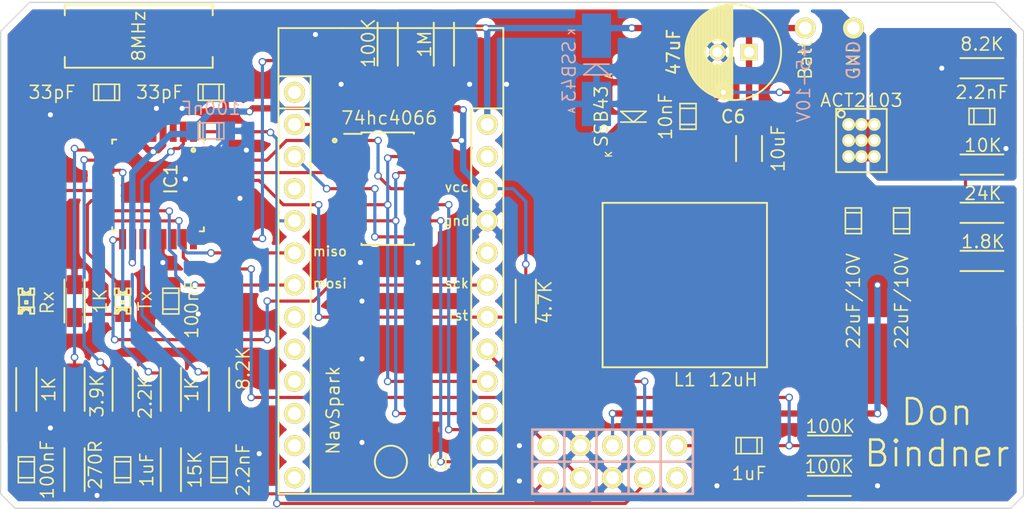
<source format=kicad_pcb>
(kicad_pcb (version 4) (host pcbnew 0.201507012246+5852~23~ubuntu14.04.1-product)

  (general
    (links 111)
    (no_connects 0)
    (area 67.229691 108.6583 149.402001 152.1047)
    (thickness 1.6)
    (drawings 32)
    (tracks 390)
    (zones 0)
    (modules 53)
    (nets 65)
  )

  (page A4)
  (layers
    (0 F.Cu signal)
    (31 B.Cu signal)
    (32 B.Adhes user)
    (33 F.Adhes user)
    (34 B.Paste user)
    (35 F.Paste user)
    (36 B.SilkS user)
    (37 F.SilkS user)
    (38 B.Mask user)
    (39 F.Mask user)
    (40 Dwgs.User user)
    (41 Cmts.User user)
    (42 Eco1.User user)
    (43 Eco2.User user)
    (44 Edge.Cuts user)
    (45 Margin user)
    (46 B.CrtYd user)
    (47 F.CrtYd user)
    (48 B.Fab user)
    (49 F.Fab user)
  )

  (setup
    (last_trace_width 0.25)
    (trace_clearance 0.2)
    (zone_clearance 0.508)
    (zone_45_only no)
    (trace_min 0.2)
    (segment_width 0.2)
    (edge_width 0.1)
    (via_size 0.6)
    (via_drill 0.4)
    (via_min_size 0.4)
    (via_min_drill 0.3)
    (uvia_size 0.3)
    (uvia_drill 0.1)
    (uvias_allowed no)
    (uvia_min_size 0)
    (uvia_min_drill 0)
    (pcb_text_width 0.3)
    (pcb_text_size 1.5 1.5)
    (mod_edge_width 0.15)
    (mod_text_size 1 1)
    (mod_text_width 0.15)
    (pad_size 1.651 1.651)
    (pad_drill 1.016)
    (pad_to_mask_clearance 0)
    (aux_axis_origin 0 0)
    (visible_elements 7FFFFFFF)
    (pcbplotparams
      (layerselection 0x010fc_80000001)
      (usegerberextensions true)
      (excludeedgelayer true)
      (linewidth 0.100000)
      (plotframeref false)
      (viasonmask false)
      (mode 1)
      (useauxorigin false)
      (hpglpennumber 1)
      (hpglpenspeed 20)
      (hpglpendiameter 15)
      (hpglpenoverlay 2)
      (psnegative false)
      (psa4output false)
      (plotreference true)
      (plotvalue true)
      (plotinvisibletext false)
      (padsonsilk false)
      (subtractmaskfromsilk false)
      (outputformat 1)
      (mirror false)
      (drillshape 0)
      (scaleselection 1)
      (outputdirectory gerbers/))
  )

  (net 0 "")
  (net 1 GND)
  (net 2 +BATT)
  (net 3 "Net-(C2-Pad1)")
  (net 4 "Net-(C2-Pad2)")
  (net 5 "Net-(C3-Pad1)")
  (net 6 "Net-(C3-Pad2)")
  (net 7 +3.3VP)
  (net 8 +3V3)
  (net 9 "Net-(C8-Pad1)")
  (net 10 "Net-(C10-Pad2)")
  (net 11 "Net-(C11-Pad2)")
  (net 12 "Net-(C12-Pad2)")
  (net 13 af_out)
  (net 14 led_tx)
  (net 15 "Net-(D2-Pad1)")
  (net 16 led_rx)
  (net 17 "Net-(D3-Pad1)")
  (net 18 ptt)
  (net 19 sig_out_1)
  (net 20 sig_out_2)
  (net 21 sig_out_3)
  (net 22 sig_out_4)
  (net 23 mosi)
  (net 24 miso)
  (net 25 sck)
  (net 26 "Net-(IC1-Pad19)")
  (net 27 "Net-(IC1-Pad22)")
  (net 28 a1)
  (net 29 "Net-(IC1-Pad25)")
  (net 30 "Net-(IC1-Pad26)")
  (net 31 rst)
  (net 32 rx328)
  (net 33 tx328)
  (net 34 mic_out)
  (net 35 txRadio)
  (net 36 rxRadio)
  (net 37 powerSave)
  (net 38 sq)
  (net 39 "Net-(R1-Pad1)")
  (net 40 "Net-(R1-Pad2)")
  (net 41 "Net-(U1-Pad1)")
  (net 42 rxNav)
  (net 43 txNav)
  (net 44 "Net-(U1-Pad4)")
  (net 45 "Net-(U1-Pad11)")
  (net 46 "Net-(U1-Pad13)")
  (net 47 "Net-(U1-Pad14)")
  (net 48 "Net-(U1-Pad15)")
  (net 49 serialRadio)
  (net 50 serial328)
  (net 51 "Net-(U1-Pad24)")
  (net 52 "Net-(U3-Pad8)")
  (net 53 "Net-(U3-Pad7)")
  (net 54 "Net-(IC1-Pad12)")
  (net 55 "Net-(IC1-Pad27)")
  (net 56 "Net-(IC1-Pad28)")
  (net 57 "Net-(U1-Pad8)")
  (net 58 "Net-(U1-Pad10)")
  (net 59 "Net-(U1-Pad21)")
  (net 60 "Net-(U1-Pad9)")
  (net 61 "Net-(IC1-Pad32)")
  (net 62 "Net-(U1-Pad12)")
  (net 63 sig_in_off)
  (net 64 "Net-(C10-Pad1)")

  (net_class Default "This is the default net class."
    (clearance 0.2)
    (trace_width 0.25)
    (via_dia 0.6)
    (via_drill 0.4)
    (uvia_dia 0.3)
    (uvia_drill 0.1)
    (add_net +3V3)
    (add_net GND)
    (add_net "Net-(C10-Pad1)")
    (add_net "Net-(C10-Pad2)")
    (add_net "Net-(C11-Pad2)")
    (add_net "Net-(C12-Pad2)")
    (add_net "Net-(C2-Pad1)")
    (add_net "Net-(C2-Pad2)")
    (add_net "Net-(C3-Pad2)")
    (add_net "Net-(C8-Pad1)")
    (add_net "Net-(D2-Pad1)")
    (add_net "Net-(D3-Pad1)")
    (add_net "Net-(IC1-Pad12)")
    (add_net "Net-(IC1-Pad19)")
    (add_net "Net-(IC1-Pad22)")
    (add_net "Net-(IC1-Pad25)")
    (add_net "Net-(IC1-Pad26)")
    (add_net "Net-(IC1-Pad27)")
    (add_net "Net-(IC1-Pad28)")
    (add_net "Net-(IC1-Pad32)")
    (add_net "Net-(R1-Pad1)")
    (add_net "Net-(R1-Pad2)")
    (add_net "Net-(U1-Pad1)")
    (add_net "Net-(U1-Pad10)")
    (add_net "Net-(U1-Pad11)")
    (add_net "Net-(U1-Pad12)")
    (add_net "Net-(U1-Pad13)")
    (add_net "Net-(U1-Pad14)")
    (add_net "Net-(U1-Pad15)")
    (add_net "Net-(U1-Pad21)")
    (add_net "Net-(U1-Pad24)")
    (add_net "Net-(U1-Pad4)")
    (add_net "Net-(U1-Pad8)")
    (add_net "Net-(U1-Pad9)")
    (add_net "Net-(U3-Pad7)")
    (add_net "Net-(U3-Pad8)")
    (add_net a1)
    (add_net af_out)
    (add_net led_rx)
    (add_net led_tx)
    (add_net mic_out)
    (add_net miso)
    (add_net mosi)
    (add_net powerSave)
    (add_net ptt)
    (add_net rst)
    (add_net rx328)
    (add_net rxNav)
    (add_net rxRadio)
    (add_net sck)
    (add_net serial328)
    (add_net serialRadio)
    (add_net sig_in_off)
    (add_net sig_out_1)
    (add_net sig_out_2)
    (add_net sig_out_3)
    (add_net sig_out_4)
    (add_net sq)
    (add_net tx328)
    (add_net txNav)
    (add_net txRadio)
  )

  (net_class C3-Pad1 ""
    (clearance 0.2)
    (trace_width 0.5)
    (via_dia 0.6)
    (via_drill 0.4)
    (uvia_dia 0.3)
    (uvia_drill 0.1)
    (add_net "Net-(C3-Pad1)")
  )

  (net_class Power ""
    (clearance 0.2)
    (trace_width 0.5)
    (via_dia 0.6)
    (via_drill 0.4)
    (uvia_dia 0.3)
    (uvia_drill 0.1)
    (add_net +3.3VP)
    (add_net +BATT)
  )

  (module Capacitors_SMD:C_1206_HandSoldering (layer F.Cu) (tedit 5569076E) (tstamp 5567EBF8)
    (at 127.635 121.285 90)
    (descr "Capacitor SMD 1206, hand soldering")
    (tags "capacitor 1206")
    (path /5562A9B4/5562BFB7)
    (attr smd)
    (fp_text reference C1 (at 0 -2.3 90) (layer F.SilkS) hide
      (effects (font (size 1 1) (thickness 0.15)))
    )
    (fp_text value 10uF (at 0 2.3 90) (layer F.SilkS)
      (effects (font (size 1.016 1.016) (thickness 0.127)))
    )
    (fp_line (start -3.3 -1.15) (end 3.3 -1.15) (layer F.CrtYd) (width 0.05))
    (fp_line (start -3.3 1.15) (end 3.3 1.15) (layer F.CrtYd) (width 0.05))
    (fp_line (start -3.3 -1.15) (end -3.3 1.15) (layer F.CrtYd) (width 0.05))
    (fp_line (start 3.3 -1.15) (end 3.3 1.15) (layer F.CrtYd) (width 0.05))
    (fp_line (start 1 -1.025) (end -1 -1.025) (layer F.SilkS) (width 0.15))
    (fp_line (start -1 1.025) (end 1 1.025) (layer F.SilkS) (width 0.15))
    (pad 1 smd rect (at -2 0 90) (size 2 1.6) (layers F.Cu F.Paste F.Mask)
      (net 1 GND) (zone_connect 2))
    (pad 2 smd rect (at 2 0 90) (size 2 1.6) (layers F.Cu F.Paste F.Mask)
      (net 2 +BATT))
    (model Capacitors_SMD.3dshapes/C_1206_HandSoldering.wrl
      (at (xyz 0 0 0))
      (scale (xyz 1 1 1))
      (rotate (xyz 0 0 0))
    )
  )

  (module DonB:C_0805_HandSoldering (layer F.Cu) (tedit 5568B480) (tstamp 5567EBFE)
    (at 146.05 118.745 180)
    (descr "SMT capacitor, 0805")
    (path /5562A9B4/5562BFFB)
    (fp_text reference C2 (at 0 -2 180) (layer F.SilkS) hide
      (effects (font (size 1.016 1.016) (thickness 0.127)))
    )
    (fp_text value 2.2nF (at 0 1.905 180) (layer F.SilkS)
      (effects (font (size 1.016 1.016) (thickness 0.127)))
    )
    (fp_line (start 0.635 -0.635) (end 0.635 0.635) (layer F.SilkS) (width 0.127))
    (fp_line (start -0.635 -0.635) (end -0.635 0.6096) (layer F.SilkS) (width 0.127))
    (fp_line (start -1.016 -0.635) (end 1.016 -0.635) (layer F.SilkS) (width 0.127))
    (fp_line (start 1.016 -0.635) (end 1.016 0.635) (layer F.SilkS) (width 0.127))
    (fp_line (start 1.016 0.635) (end -1.016 0.635) (layer F.SilkS) (width 0.127))
    (fp_line (start -1.016 0.635) (end -1.016 -0.635) (layer F.SilkS) (width 0.127))
    (pad 1 smd rect (at 1.15062 0 180) (size 1.4986 1.4986) (layers F.Cu F.Paste F.Mask)
      (net 3 "Net-(C2-Pad1)"))
    (pad 2 smd rect (at -1.15062 0 180) (size 1.4986 1.4986) (layers F.Cu F.Paste F.Mask)
      (net 4 "Net-(C2-Pad2)"))
    (model smd/Capacitors/C0805.wrl
      (at (xyz 0 0 0))
      (scale (xyz 0.4 0.4 0.4))
      (rotate (xyz 0 0 0))
    )
  )

  (module DonB:C_0805_HandSoldering (layer F.Cu) (tedit 5569DECC) (tstamp 5567EC04)
    (at 122.809 118.745 270)
    (descr "SMT capacitor, 0805")
    (path /5562A9B4/5562BFCD)
    (fp_text reference C3 (at 0 -2 270) (layer F.SilkS) hide
      (effects (font (size 1.016 1.016) (thickness 0.127)))
    )
    (fp_text value 10nF (at 0 1.778 270) (layer F.SilkS)
      (effects (font (size 1.016 1.016) (thickness 0.127)))
    )
    (fp_line (start 0.635 -0.635) (end 0.635 0.635) (layer F.SilkS) (width 0.127))
    (fp_line (start -0.635 -0.635) (end -0.635 0.6096) (layer F.SilkS) (width 0.127))
    (fp_line (start -1.016 -0.635) (end 1.016 -0.635) (layer F.SilkS) (width 0.127))
    (fp_line (start 1.016 -0.635) (end 1.016 0.635) (layer F.SilkS) (width 0.127))
    (fp_line (start 1.016 0.635) (end -1.016 0.635) (layer F.SilkS) (width 0.127))
    (fp_line (start -1.016 0.635) (end -1.016 -0.635) (layer F.SilkS) (width 0.127))
    (pad 1 smd rect (at 1.15062 0 270) (size 1.4986 1.4986) (layers F.Cu F.Paste F.Mask)
      (net 5 "Net-(C3-Pad1)") (zone_connect 2))
    (pad 2 smd rect (at -1.15062 0 270) (size 1.4986 1.4986) (layers F.Cu F.Paste F.Mask)
      (net 6 "Net-(C3-Pad2)"))
    (model smd/Capacitors/C0805.wrl
      (at (xyz 0 0 0))
      (scale (xyz 0.4 0.4 0.4))
      (rotate (xyz 0 0 0))
    )
  )

  (module DonB:C_0805_HandSoldering (layer F.Cu) (tedit 5569D461) (tstamp 5567EC0A)
    (at 135.89 127 90)
    (descr "SMT capacitor, 0805")
    (path /5562A9B4/5562C013)
    (fp_text reference C4 (at 0 -2 90) (layer F.SilkS) hide
      (effects (font (size 1.016 1.016) (thickness 0.127)))
    )
    (fp_text value 22uF/10V (at -6.35 0 90) (layer F.SilkS)
      (effects (font (size 1.016 1.016) (thickness 0.127)))
    )
    (fp_line (start 0.635 -0.635) (end 0.635 0.635) (layer F.SilkS) (width 0.127))
    (fp_line (start -0.635 -0.635) (end -0.635 0.6096) (layer F.SilkS) (width 0.127))
    (fp_line (start -1.016 -0.635) (end 1.016 -0.635) (layer F.SilkS) (width 0.127))
    (fp_line (start 1.016 -0.635) (end 1.016 0.635) (layer F.SilkS) (width 0.127))
    (fp_line (start 1.016 0.635) (end -1.016 0.635) (layer F.SilkS) (width 0.127))
    (fp_line (start -1.016 0.635) (end -1.016 -0.635) (layer F.SilkS) (width 0.127))
    (pad 1 smd rect (at 1.15062 0 90) (size 1.4986 1.4986) (layers F.Cu F.Paste F.Mask)
      (net 1 GND))
    (pad 2 smd rect (at -1.15062 0 90) (size 1.4986 1.4986) (layers F.Cu F.Paste F.Mask)
      (net 7 +3.3VP))
    (model smd/Capacitors/C0805.wrl
      (at (xyz 0 0 0))
      (scale (xyz 0.4 0.4 0.4))
      (rotate (xyz 0 0 0))
    )
  )

  (module DonB:C_0805_HandSoldering (layer F.Cu) (tedit 5569D463) (tstamp 5567EC10)
    (at 139.7 127 90)
    (descr "SMT capacitor, 0805")
    (path /5562A9B4/5562C01A)
    (fp_text reference C5 (at 0 -2 90) (layer F.SilkS) hide
      (effects (font (size 1.016 1.016) (thickness 0.127)))
    )
    (fp_text value 22uF/10V (at -6.35 0 90) (layer F.SilkS)
      (effects (font (size 1.016 1.016) (thickness 0.127)))
    )
    (fp_line (start 0.635 -0.635) (end 0.635 0.635) (layer F.SilkS) (width 0.127))
    (fp_line (start -0.635 -0.635) (end -0.635 0.6096) (layer F.SilkS) (width 0.127))
    (fp_line (start -1.016 -0.635) (end 1.016 -0.635) (layer F.SilkS) (width 0.127))
    (fp_line (start 1.016 -0.635) (end 1.016 0.635) (layer F.SilkS) (width 0.127))
    (fp_line (start 1.016 0.635) (end -1.016 0.635) (layer F.SilkS) (width 0.127))
    (fp_line (start -1.016 0.635) (end -1.016 -0.635) (layer F.SilkS) (width 0.127))
    (pad 1 smd rect (at 1.15062 0 90) (size 1.4986 1.4986) (layers F.Cu F.Paste F.Mask)
      (net 1 GND))
    (pad 2 smd rect (at -1.15062 0 90) (size 1.4986 1.4986) (layers F.Cu F.Paste F.Mask)
      (net 7 +3.3VP))
    (model smd/Capacitors/C0805.wrl
      (at (xyz 0 0 0))
      (scale (xyz 0.4 0.4 0.4))
      (rotate (xyz 0 0 0))
    )
  )

  (module DonB:C_0805_HandSoldering (layer B.Cu) (tedit 55688F0D) (tstamp 5567EC16)
    (at 85.09 119.888 180)
    (descr "SMT capacitor, 0805")
    (path /5561F259)
    (fp_text reference C7 (at 0 2 180) (layer B.SilkS) hide
      (effects (font (size 1.016 1.016) (thickness 0.127)) (justify mirror))
    )
    (fp_text value 100nF (at 0 1.778 180) (layer B.SilkS)
      (effects (font (size 1.016 1.016) (thickness 0.127)) (justify mirror))
    )
    (fp_line (start 0.635 0.635) (end 0.635 -0.635) (layer B.SilkS) (width 0.127))
    (fp_line (start -0.635 0.635) (end -0.635 -0.6096) (layer B.SilkS) (width 0.127))
    (fp_line (start -1.016 0.635) (end 1.016 0.635) (layer B.SilkS) (width 0.127))
    (fp_line (start 1.016 0.635) (end 1.016 -0.635) (layer B.SilkS) (width 0.127))
    (fp_line (start 1.016 -0.635) (end -1.016 -0.635) (layer B.SilkS) (width 0.127))
    (fp_line (start -1.016 -0.635) (end -1.016 0.635) (layer B.SilkS) (width 0.127))
    (pad 1 smd rect (at 1.15062 0 180) (size 1.4986 1.4986) (layers B.Cu B.Paste B.Mask)
      (net 8 +3V3))
    (pad 2 smd rect (at -1.15062 0 180) (size 1.4986 1.4986) (layers B.Cu B.Paste B.Mask)
      (net 1 GND))
    (model smd/Capacitors/C0805.wrl
      (at (xyz 0 0 0))
      (scale (xyz 0.4 0.4 0.4))
      (rotate (xyz 0 0 0))
    )
  )

  (module DonB:C_0805_HandSoldering (layer F.Cu) (tedit 5569DBF8) (tstamp 5567EC1C)
    (at 81.915 133.35 90)
    (descr "SMT capacitor, 0805")
    (path /5561F15C)
    (fp_text reference C8 (at 0 -2 90) (layer F.SilkS) hide
      (effects (font (size 1.016 1.016) (thickness 0.127)))
    )
    (fp_text value 100nF (at -0.635 1.651 90) (layer F.SilkS)
      (effects (font (size 1.016 1.016) (thickness 0.127)))
    )
    (fp_line (start 0.635 -0.635) (end 0.635 0.635) (layer F.SilkS) (width 0.127))
    (fp_line (start -0.635 -0.635) (end -0.635 0.6096) (layer F.SilkS) (width 0.127))
    (fp_line (start -1.016 -0.635) (end 1.016 -0.635) (layer F.SilkS) (width 0.127))
    (fp_line (start 1.016 -0.635) (end 1.016 0.635) (layer F.SilkS) (width 0.127))
    (fp_line (start 1.016 0.635) (end -1.016 0.635) (layer F.SilkS) (width 0.127))
    (fp_line (start -1.016 0.635) (end -1.016 -0.635) (layer F.SilkS) (width 0.127))
    (pad 1 smd rect (at 1.15062 0 90) (size 1.4986 1.4986) (layers F.Cu F.Paste F.Mask)
      (net 9 "Net-(C8-Pad1)"))
    (pad 2 smd rect (at -1.15062 0 90) (size 1.4986 1.4986) (layers F.Cu F.Paste F.Mask)
      (net 1 GND))
    (model smd/Capacitors/C0805.wrl
      (at (xyz 0 0 0))
      (scale (xyz 0.4 0.4 0.4))
      (rotate (xyz 0 0 0))
    )
  )

  (module DonB:C_0805_HandSoldering (layer F.Cu) (tedit 5569DB64) (tstamp 5567EC22)
    (at 70.485 146.685 90)
    (descr "SMT capacitor, 0805")
    (path /5562186B)
    (fp_text reference C9 (at 0 -2 90) (layer F.SilkS) hide
      (effects (font (size 1.016 1.016) (thickness 0.127)))
    )
    (fp_text value 100nF (at 0 1.651 90) (layer F.SilkS)
      (effects (font (size 1.016 1.016) (thickness 0.127)))
    )
    (fp_line (start 0.635 -0.635) (end 0.635 0.635) (layer F.SilkS) (width 0.127))
    (fp_line (start -0.635 -0.635) (end -0.635 0.6096) (layer F.SilkS) (width 0.127))
    (fp_line (start -1.016 -0.635) (end 1.016 -0.635) (layer F.SilkS) (width 0.127))
    (fp_line (start 1.016 -0.635) (end 1.016 0.635) (layer F.SilkS) (width 0.127))
    (fp_line (start 1.016 0.635) (end -1.016 0.635) (layer F.SilkS) (width 0.127))
    (fp_line (start -1.016 0.635) (end -1.016 -0.635) (layer F.SilkS) (width 0.127))
    (pad 1 smd rect (at 1.15062 0 90) (size 1.4986 1.4986) (layers F.Cu F.Paste F.Mask)
      (net 10 "Net-(C10-Pad2)"))
    (pad 2 smd rect (at -1.15062 0 90) (size 1.4986 1.4986) (layers F.Cu F.Paste F.Mask)
      (net 1 GND))
    (model smd/Capacitors/C0805.wrl
      (at (xyz 0 0 0))
      (scale (xyz 0.4 0.4 0.4))
      (rotate (xyz 0 0 0))
    )
  )

  (module DonB:C_0805_HandSoldering (layer F.Cu) (tedit 5590CB47) (tstamp 5567EC28)
    (at 78.105 146.685 270)
    (descr "SMT capacitor, 0805")
    (path /55621F2B)
    (fp_text reference C10 (at 4.445 0 270) (layer F.SilkS) hide
      (effects (font (size 1.016 1.016) (thickness 0.127)))
    )
    (fp_text value 1uF (at 0 -1.905 270) (layer F.SilkS)
      (effects (font (size 1.016 1.016) (thickness 0.127)))
    )
    (fp_line (start 0.635 -0.635) (end 0.635 0.635) (layer F.SilkS) (width 0.127))
    (fp_line (start -0.635 -0.635) (end -0.635 0.6096) (layer F.SilkS) (width 0.127))
    (fp_line (start -1.016 -0.635) (end 1.016 -0.635) (layer F.SilkS) (width 0.127))
    (fp_line (start 1.016 -0.635) (end 1.016 0.635) (layer F.SilkS) (width 0.127))
    (fp_line (start 1.016 0.635) (end -1.016 0.635) (layer F.SilkS) (width 0.127))
    (fp_line (start -1.016 0.635) (end -1.016 -0.635) (layer F.SilkS) (width 0.127))
    (pad 1 smd rect (at 1.15062 0 270) (size 1.4986 1.4986) (layers F.Cu F.Paste F.Mask)
      (net 64 "Net-(C10-Pad1)"))
    (pad 2 smd rect (at -1.15062 0 270) (size 1.4986 1.4986) (layers F.Cu F.Paste F.Mask)
      (net 10 "Net-(C10-Pad2)"))
    (model smd/Capacitors/C0805.wrl
      (at (xyz 0 0 0))
      (scale (xyz 0.4 0.4 0.4))
      (rotate (xyz 0 0 0))
    )
  )

  (module DonB:C_0805_HandSoldering (layer F.Cu) (tedit 5569DC4A) (tstamp 5567EC2E)
    (at 85.09 116.84)
    (descr "SMT capacitor, 0805")
    (path /5561F5F6)
    (fp_text reference C11 (at 0 -2) (layer F.SilkS) hide
      (effects (font (size 1.016 1.016) (thickness 0.127)))
    )
    (fp_text value 33pF (at -4.064 0) (layer F.SilkS)
      (effects (font (size 1.016 1.016) (thickness 0.127)))
    )
    (fp_line (start 0.635 -0.635) (end 0.635 0.635) (layer F.SilkS) (width 0.127))
    (fp_line (start -0.635 -0.635) (end -0.635 0.6096) (layer F.SilkS) (width 0.127))
    (fp_line (start -1.016 -0.635) (end 1.016 -0.635) (layer F.SilkS) (width 0.127))
    (fp_line (start 1.016 -0.635) (end 1.016 0.635) (layer F.SilkS) (width 0.127))
    (fp_line (start 1.016 0.635) (end -1.016 0.635) (layer F.SilkS) (width 0.127))
    (fp_line (start -1.016 0.635) (end -1.016 -0.635) (layer F.SilkS) (width 0.127))
    (pad 1 smd rect (at 1.15062 0) (size 1.4986 1.4986) (layers F.Cu F.Paste F.Mask)
      (net 1 GND))
    (pad 2 smd rect (at -1.15062 0) (size 1.4986 1.4986) (layers F.Cu F.Paste F.Mask)
      (net 11 "Net-(C11-Pad2)"))
    (model smd/Capacitors/C0805.wrl
      (at (xyz 0 0 0))
      (scale (xyz 0.4 0.4 0.4))
      (rotate (xyz 0 0 0))
    )
  )

  (module DonB:C_0805_HandSoldering (layer F.Cu) (tedit 5569DC4D) (tstamp 5567EC34)
    (at 76.835 116.84 180)
    (descr "SMT capacitor, 0805")
    (path /5561F66B)
    (fp_text reference C12 (at 0 -2 180) (layer F.SilkS) hide
      (effects (font (size 1.016 1.016) (thickness 0.127)))
    )
    (fp_text value 33pF (at 4.318 0 180) (layer F.SilkS)
      (effects (font (size 1.016 1.016) (thickness 0.127)))
    )
    (fp_line (start 0.635 -0.635) (end 0.635 0.635) (layer F.SilkS) (width 0.127))
    (fp_line (start -0.635 -0.635) (end -0.635 0.6096) (layer F.SilkS) (width 0.127))
    (fp_line (start -1.016 -0.635) (end 1.016 -0.635) (layer F.SilkS) (width 0.127))
    (fp_line (start 1.016 -0.635) (end 1.016 0.635) (layer F.SilkS) (width 0.127))
    (fp_line (start 1.016 0.635) (end -1.016 0.635) (layer F.SilkS) (width 0.127))
    (fp_line (start -1.016 0.635) (end -1.016 -0.635) (layer F.SilkS) (width 0.127))
    (pad 1 smd rect (at 1.15062 0 180) (size 1.4986 1.4986) (layers F.Cu F.Paste F.Mask)
      (net 1 GND))
    (pad 2 smd rect (at -1.15062 0 180) (size 1.4986 1.4986) (layers F.Cu F.Paste F.Mask)
      (net 12 "Net-(C12-Pad2)"))
    (model smd/Capacitors/C0805.wrl
      (at (xyz 0 0 0))
      (scale (xyz 0.4 0.4 0.4))
      (rotate (xyz 0 0 0))
    )
  )

  (module LEDs:LED-0805 (layer F.Cu) (tedit 55690540) (tstamp 5567EC47)
    (at 78.105 133.35 90)
    (descr "LED 0805 smd package")
    (tags "LED 0805 SMD")
    (path /55620513)
    (attr smd)
    (fp_text reference D2 (at 0 -1.524 90) (layer F.SilkS) hide
      (effects (font (size 1 1) (thickness 0.15)))
    )
    (fp_text value LED (at 0 1.27 90) (layer F.Fab) hide
      (effects (font (size 1 1) (thickness 0.15)))
    )
    (fp_line (start -0.49784 0.29972) (end -0.49784 0.62484) (layer F.SilkS) (width 0.15))
    (fp_line (start -0.49784 0.62484) (end -0.99822 0.62484) (layer F.SilkS) (width 0.15))
    (fp_line (start -0.99822 0.29972) (end -0.99822 0.62484) (layer F.SilkS) (width 0.15))
    (fp_line (start -0.49784 0.29972) (end -0.99822 0.29972) (layer F.SilkS) (width 0.15))
    (fp_line (start -0.49784 -0.32258) (end -0.49784 -0.17272) (layer F.SilkS) (width 0.15))
    (fp_line (start -0.49784 -0.17272) (end -0.7493 -0.17272) (layer F.SilkS) (width 0.15))
    (fp_line (start -0.7493 -0.32258) (end -0.7493 -0.17272) (layer F.SilkS) (width 0.15))
    (fp_line (start -0.49784 -0.32258) (end -0.7493 -0.32258) (layer F.SilkS) (width 0.15))
    (fp_line (start -0.49784 0.17272) (end -0.49784 0.32258) (layer F.SilkS) (width 0.15))
    (fp_line (start -0.49784 0.32258) (end -0.7493 0.32258) (layer F.SilkS) (width 0.15))
    (fp_line (start -0.7493 0.17272) (end -0.7493 0.32258) (layer F.SilkS) (width 0.15))
    (fp_line (start -0.49784 0.17272) (end -0.7493 0.17272) (layer F.SilkS) (width 0.15))
    (fp_line (start -0.49784 -0.19812) (end -0.49784 0.19812) (layer F.SilkS) (width 0.15))
    (fp_line (start -0.49784 0.19812) (end -0.6731 0.19812) (layer F.SilkS) (width 0.15))
    (fp_line (start -0.6731 -0.19812) (end -0.6731 0.19812) (layer F.SilkS) (width 0.15))
    (fp_line (start -0.49784 -0.19812) (end -0.6731 -0.19812) (layer F.SilkS) (width 0.15))
    (fp_line (start 0.99822 0.29972) (end 0.99822 0.62484) (layer F.SilkS) (width 0.15))
    (fp_line (start 0.99822 0.62484) (end 0.49784 0.62484) (layer F.SilkS) (width 0.15))
    (fp_line (start 0.49784 0.29972) (end 0.49784 0.62484) (layer F.SilkS) (width 0.15))
    (fp_line (start 0.99822 0.29972) (end 0.49784 0.29972) (layer F.SilkS) (width 0.15))
    (fp_line (start 0.99822 -0.62484) (end 0.99822 -0.29972) (layer F.SilkS) (width 0.15))
    (fp_line (start 0.99822 -0.29972) (end 0.49784 -0.29972) (layer F.SilkS) (width 0.15))
    (fp_line (start 0.49784 -0.62484) (end 0.49784 -0.29972) (layer F.SilkS) (width 0.15))
    (fp_line (start 0.99822 -0.62484) (end 0.49784 -0.62484) (layer F.SilkS) (width 0.15))
    (fp_line (start 0.7493 0.17272) (end 0.7493 0.32258) (layer F.SilkS) (width 0.15))
    (fp_line (start 0.7493 0.32258) (end 0.49784 0.32258) (layer F.SilkS) (width 0.15))
    (fp_line (start 0.49784 0.17272) (end 0.49784 0.32258) (layer F.SilkS) (width 0.15))
    (fp_line (start 0.7493 0.17272) (end 0.49784 0.17272) (layer F.SilkS) (width 0.15))
    (fp_line (start 0.7493 -0.32258) (end 0.7493 -0.17272) (layer F.SilkS) (width 0.15))
    (fp_line (start 0.7493 -0.17272) (end 0.49784 -0.17272) (layer F.SilkS) (width 0.15))
    (fp_line (start 0.49784 -0.32258) (end 0.49784 -0.17272) (layer F.SilkS) (width 0.15))
    (fp_line (start 0.7493 -0.32258) (end 0.49784 -0.32258) (layer F.SilkS) (width 0.15))
    (fp_line (start 0.6731 -0.19812) (end 0.6731 0.19812) (layer F.SilkS) (width 0.15))
    (fp_line (start 0.6731 0.19812) (end 0.49784 0.19812) (layer F.SilkS) (width 0.15))
    (fp_line (start 0.49784 -0.19812) (end 0.49784 0.19812) (layer F.SilkS) (width 0.15))
    (fp_line (start 0.6731 -0.19812) (end 0.49784 -0.19812) (layer F.SilkS) (width 0.15))
    (fp_line (start 0 -0.09906) (end 0 0.09906) (layer F.SilkS) (width 0.15))
    (fp_line (start 0 0.09906) (end -0.19812 0.09906) (layer F.SilkS) (width 0.15))
    (fp_line (start -0.19812 -0.09906) (end -0.19812 0.09906) (layer F.SilkS) (width 0.15))
    (fp_line (start 0 -0.09906) (end -0.19812 -0.09906) (layer F.SilkS) (width 0.15))
    (fp_line (start -0.49784 -0.59944) (end -0.49784 -0.29972) (layer F.SilkS) (width 0.15))
    (fp_line (start -0.49784 -0.29972) (end -0.79756 -0.29972) (layer F.SilkS) (width 0.15))
    (fp_line (start -0.79756 -0.59944) (end -0.79756 -0.29972) (layer F.SilkS) (width 0.15))
    (fp_line (start -0.49784 -0.59944) (end -0.79756 -0.59944) (layer F.SilkS) (width 0.15))
    (fp_line (start -0.92456 -0.62484) (end -0.92456 -0.39878) (layer F.SilkS) (width 0.15))
    (fp_line (start -0.92456 -0.39878) (end -0.99822 -0.39878) (layer F.SilkS) (width 0.15))
    (fp_line (start -0.99822 -0.62484) (end -0.99822 -0.39878) (layer F.SilkS) (width 0.15))
    (fp_line (start -0.92456 -0.62484) (end -0.99822 -0.62484) (layer F.SilkS) (width 0.15))
    (fp_line (start -0.52324 0.57404) (end 0.52324 0.57404) (layer F.SilkS) (width 0.15))
    (fp_line (start 0.49784 -0.57404) (end -0.92456 -0.57404) (layer F.SilkS) (width 0.15))
    (fp_circle (center -0.84836 -0.44958) (end -0.89916 -0.50038) (layer F.SilkS) (width 0.15))
    (fp_arc (start -0.99822 0) (end -0.99822 0.34798) (angle -180) (layer F.SilkS) (width 0.15))
    (fp_arc (start 0.99822 0) (end 0.99822 -0.34798) (angle -180) (layer F.SilkS) (width 0.15))
    (pad 2 smd rect (at 1.04902 0 270) (size 1.19888 1.19888) (layers F.Cu F.Paste F.Mask)
      (net 14 led_tx))
    (pad 1 smd rect (at -1.04902 0 270) (size 1.19888 1.19888) (layers F.Cu F.Paste F.Mask)
      (net 15 "Net-(D2-Pad1)"))
  )

  (module LEDs:LED-0805 (layer F.Cu) (tedit 556904EC) (tstamp 5567EC4D)
    (at 70.485 133.35 90)
    (descr "LED 0805 smd package")
    (tags "LED 0805 SMD")
    (path /5562057A)
    (attr smd)
    (fp_text reference D3 (at 0 -1.524 90) (layer F.SilkS) hide
      (effects (font (size 1 1) (thickness 0.15)))
    )
    (fp_text value LED (at 0 1.27 90) (layer F.Fab) hide
      (effects (font (size 1 1) (thickness 0.15)))
    )
    (fp_line (start -0.49784 0.29972) (end -0.49784 0.62484) (layer F.SilkS) (width 0.15))
    (fp_line (start -0.49784 0.62484) (end -0.99822 0.62484) (layer F.SilkS) (width 0.15))
    (fp_line (start -0.99822 0.29972) (end -0.99822 0.62484) (layer F.SilkS) (width 0.15))
    (fp_line (start -0.49784 0.29972) (end -0.99822 0.29972) (layer F.SilkS) (width 0.15))
    (fp_line (start -0.49784 -0.32258) (end -0.49784 -0.17272) (layer F.SilkS) (width 0.15))
    (fp_line (start -0.49784 -0.17272) (end -0.7493 -0.17272) (layer F.SilkS) (width 0.15))
    (fp_line (start -0.7493 -0.32258) (end -0.7493 -0.17272) (layer F.SilkS) (width 0.15))
    (fp_line (start -0.49784 -0.32258) (end -0.7493 -0.32258) (layer F.SilkS) (width 0.15))
    (fp_line (start -0.49784 0.17272) (end -0.49784 0.32258) (layer F.SilkS) (width 0.15))
    (fp_line (start -0.49784 0.32258) (end -0.7493 0.32258) (layer F.SilkS) (width 0.15))
    (fp_line (start -0.7493 0.17272) (end -0.7493 0.32258) (layer F.SilkS) (width 0.15))
    (fp_line (start -0.49784 0.17272) (end -0.7493 0.17272) (layer F.SilkS) (width 0.15))
    (fp_line (start -0.49784 -0.19812) (end -0.49784 0.19812) (layer F.SilkS) (width 0.15))
    (fp_line (start -0.49784 0.19812) (end -0.6731 0.19812) (layer F.SilkS) (width 0.15))
    (fp_line (start -0.6731 -0.19812) (end -0.6731 0.19812) (layer F.SilkS) (width 0.15))
    (fp_line (start -0.49784 -0.19812) (end -0.6731 -0.19812) (layer F.SilkS) (width 0.15))
    (fp_line (start 0.99822 0.29972) (end 0.99822 0.62484) (layer F.SilkS) (width 0.15))
    (fp_line (start 0.99822 0.62484) (end 0.49784 0.62484) (layer F.SilkS) (width 0.15))
    (fp_line (start 0.49784 0.29972) (end 0.49784 0.62484) (layer F.SilkS) (width 0.15))
    (fp_line (start 0.99822 0.29972) (end 0.49784 0.29972) (layer F.SilkS) (width 0.15))
    (fp_line (start 0.99822 -0.62484) (end 0.99822 -0.29972) (layer F.SilkS) (width 0.15))
    (fp_line (start 0.99822 -0.29972) (end 0.49784 -0.29972) (layer F.SilkS) (width 0.15))
    (fp_line (start 0.49784 -0.62484) (end 0.49784 -0.29972) (layer F.SilkS) (width 0.15))
    (fp_line (start 0.99822 -0.62484) (end 0.49784 -0.62484) (layer F.SilkS) (width 0.15))
    (fp_line (start 0.7493 0.17272) (end 0.7493 0.32258) (layer F.SilkS) (width 0.15))
    (fp_line (start 0.7493 0.32258) (end 0.49784 0.32258) (layer F.SilkS) (width 0.15))
    (fp_line (start 0.49784 0.17272) (end 0.49784 0.32258) (layer F.SilkS) (width 0.15))
    (fp_line (start 0.7493 0.17272) (end 0.49784 0.17272) (layer F.SilkS) (width 0.15))
    (fp_line (start 0.7493 -0.32258) (end 0.7493 -0.17272) (layer F.SilkS) (width 0.15))
    (fp_line (start 0.7493 -0.17272) (end 0.49784 -0.17272) (layer F.SilkS) (width 0.15))
    (fp_line (start 0.49784 -0.32258) (end 0.49784 -0.17272) (layer F.SilkS) (width 0.15))
    (fp_line (start 0.7493 -0.32258) (end 0.49784 -0.32258) (layer F.SilkS) (width 0.15))
    (fp_line (start 0.6731 -0.19812) (end 0.6731 0.19812) (layer F.SilkS) (width 0.15))
    (fp_line (start 0.6731 0.19812) (end 0.49784 0.19812) (layer F.SilkS) (width 0.15))
    (fp_line (start 0.49784 -0.19812) (end 0.49784 0.19812) (layer F.SilkS) (width 0.15))
    (fp_line (start 0.6731 -0.19812) (end 0.49784 -0.19812) (layer F.SilkS) (width 0.15))
    (fp_line (start 0 -0.09906) (end 0 0.09906) (layer F.SilkS) (width 0.15))
    (fp_line (start 0 0.09906) (end -0.19812 0.09906) (layer F.SilkS) (width 0.15))
    (fp_line (start -0.19812 -0.09906) (end -0.19812 0.09906) (layer F.SilkS) (width 0.15))
    (fp_line (start 0 -0.09906) (end -0.19812 -0.09906) (layer F.SilkS) (width 0.15))
    (fp_line (start -0.49784 -0.59944) (end -0.49784 -0.29972) (layer F.SilkS) (width 0.15))
    (fp_line (start -0.49784 -0.29972) (end -0.79756 -0.29972) (layer F.SilkS) (width 0.15))
    (fp_line (start -0.79756 -0.59944) (end -0.79756 -0.29972) (layer F.SilkS) (width 0.15))
    (fp_line (start -0.49784 -0.59944) (end -0.79756 -0.59944) (layer F.SilkS) (width 0.15))
    (fp_line (start -0.92456 -0.62484) (end -0.92456 -0.39878) (layer F.SilkS) (width 0.15))
    (fp_line (start -0.92456 -0.39878) (end -0.99822 -0.39878) (layer F.SilkS) (width 0.15))
    (fp_line (start -0.99822 -0.62484) (end -0.99822 -0.39878) (layer F.SilkS) (width 0.15))
    (fp_line (start -0.92456 -0.62484) (end -0.99822 -0.62484) (layer F.SilkS) (width 0.15))
    (fp_line (start -0.52324 0.57404) (end 0.52324 0.57404) (layer F.SilkS) (width 0.15))
    (fp_line (start 0.49784 -0.57404) (end -0.92456 -0.57404) (layer F.SilkS) (width 0.15))
    (fp_circle (center -0.84836 -0.44958) (end -0.89916 -0.50038) (layer F.SilkS) (width 0.15))
    (fp_arc (start -0.99822 0) (end -0.99822 0.34798) (angle -180) (layer F.SilkS) (width 0.15))
    (fp_arc (start 0.99822 0) (end 0.99822 -0.34798) (angle -180) (layer F.SilkS) (width 0.15))
    (pad 2 smd rect (at 1.04902 0 270) (size 1.19888 1.19888) (layers F.Cu F.Paste F.Mask)
      (net 16 led_rx))
    (pad 1 smd rect (at -1.04902 0 270) (size 1.19888 1.19888) (layers F.Cu F.Paste F.Mask)
      (net 17 "Net-(D3-Pad1)"))
  )

  (module Housings_QFP:TQFP-32_7x7mm_Pitch0.8mm (layer F.Cu) (tedit 556904DC) (tstamp 5567EC71)
    (at 80.899 124.206 270)
    (descr "32-Lead Plastic Thin Quad Flatpack (PT) - 7x7x1.0 mm Body, 2.00 mm [TQFP] (see Microchip Packaging Specification 00000049BS.pdf)")
    (tags "QFP 0.8")
    (path /5561465C)
    (attr smd)
    (fp_text reference IC1 (at -0.508 -1.016 270) (layer F.SilkS)
      (effects (font (size 1 1) (thickness 0.15)))
    )
    (fp_text value ATMEGA328-A (at 0 6.05 270) (layer F.Fab) hide
      (effects (font (size 1 1) (thickness 0.15)))
    )
    (fp_line (start -5.3 -5.3) (end -5.3 5.3) (layer F.CrtYd) (width 0.05))
    (fp_line (start 5.3 -5.3) (end 5.3 5.3) (layer F.CrtYd) (width 0.05))
    (fp_line (start -5.3 -5.3) (end 5.3 -5.3) (layer F.CrtYd) (width 0.05))
    (fp_line (start -5.3 5.3) (end 5.3 5.3) (layer F.CrtYd) (width 0.05))
    (fp_line (start -3.625 -3.625) (end -3.625 -3.3) (layer F.SilkS) (width 0.15))
    (fp_line (start 3.625 -3.625) (end 3.625 -3.3) (layer F.SilkS) (width 0.15))
    (fp_line (start 3.625 3.625) (end 3.625 3.3) (layer F.SilkS) (width 0.15))
    (fp_line (start -3.625 3.625) (end -3.625 3.3) (layer F.SilkS) (width 0.15))
    (fp_line (start -3.625 -3.625) (end -3.3 -3.625) (layer F.SilkS) (width 0.15))
    (fp_line (start -3.625 3.625) (end -3.3 3.625) (layer F.SilkS) (width 0.15))
    (fp_line (start 3.625 3.625) (end 3.3 3.625) (layer F.SilkS) (width 0.15))
    (fp_line (start 3.625 -3.625) (end 3.3 -3.625) (layer F.SilkS) (width 0.15))
    (fp_line (start -3.625 -3.3) (end -5.05 -3.3) (layer F.SilkS) (width 0.15))
    (pad 1 smd rect (at -4.25 -2.8 270) (size 1.6 0.55) (layers F.Cu F.Paste F.Mask)
      (net 18 ptt))
    (pad 2 smd rect (at -4.25 -2 270) (size 1.6 0.55) (layers F.Cu F.Paste F.Mask)
      (net 19 sig_out_1))
    (pad 3 smd rect (at -4.25 -1.2 270) (size 1.6 0.55) (layers F.Cu F.Paste F.Mask)
      (net 1 GND))
    (pad 4 smd rect (at -4.25 -0.4 270) (size 1.6 0.55) (layers F.Cu F.Paste F.Mask)
      (net 8 +3V3))
    (pad 5 smd rect (at -4.25 0.4 270) (size 1.6 0.55) (layers F.Cu F.Paste F.Mask)
      (net 1 GND))
    (pad 6 smd rect (at -4.25 1.2 270) (size 1.6 0.55) (layers F.Cu F.Paste F.Mask)
      (net 8 +3V3))
    (pad 7 smd rect (at -4.25 2 270) (size 1.6 0.55) (layers F.Cu F.Paste F.Mask)
      (net 11 "Net-(C11-Pad2)"))
    (pad 8 smd rect (at -4.25 2.8 270) (size 1.6 0.55) (layers F.Cu F.Paste F.Mask)
      (net 12 "Net-(C12-Pad2)"))
    (pad 9 smd rect (at -2.8 4.25) (size 1.6 0.55) (layers F.Cu F.Paste F.Mask)
      (net 20 sig_out_2))
    (pad 10 smd rect (at -2 4.25) (size 1.6 0.55) (layers F.Cu F.Paste F.Mask)
      (net 21 sig_out_3))
    (pad 11 smd rect (at -1.2 4.25) (size 1.6 0.55) (layers F.Cu F.Paste F.Mask)
      (net 22 sig_out_4))
    (pad 12 smd rect (at -0.4 4.25) (size 1.6 0.55) (layers F.Cu F.Paste F.Mask)
      (net 54 "Net-(IC1-Pad12)"))
    (pad 13 smd rect (at 0.4 4.25) (size 1.6 0.55) (layers F.Cu F.Paste F.Mask)
      (net 16 led_rx))
    (pad 14 smd rect (at 1.2 4.25) (size 1.6 0.55) (layers F.Cu F.Paste F.Mask)
      (net 14 led_tx))
    (pad 15 smd rect (at 2 4.25) (size 1.6 0.55) (layers F.Cu F.Paste F.Mask)
      (net 23 mosi))
    (pad 16 smd rect (at 2.8 4.25) (size 1.6 0.55) (layers F.Cu F.Paste F.Mask)
      (net 24 miso))
    (pad 17 smd rect (at 4.25 2.8 270) (size 1.6 0.55) (layers F.Cu F.Paste F.Mask)
      (net 25 sck))
    (pad 18 smd rect (at 4.25 2 270) (size 1.6 0.55) (layers F.Cu F.Paste F.Mask)
      (net 8 +3V3))
    (pad 19 smd rect (at 4.25 1.2 270) (size 1.6 0.55) (layers F.Cu F.Paste F.Mask)
      (net 26 "Net-(IC1-Pad19)"))
    (pad 20 smd rect (at 4.25 0.4 270) (size 1.6 0.55) (layers F.Cu F.Paste F.Mask)
      (net 9 "Net-(C8-Pad1)"))
    (pad 21 smd rect (at 4.25 -0.4 270) (size 1.6 0.55) (layers F.Cu F.Paste F.Mask)
      (net 1 GND))
    (pad 22 smd rect (at 4.25 -1.2 270) (size 1.6 0.55) (layers F.Cu F.Paste F.Mask)
      (net 27 "Net-(IC1-Pad22)"))
    (pad 23 smd rect (at 4.25 -2 270) (size 1.6 0.55) (layers F.Cu F.Paste F.Mask)
      (net 63 sig_in_off))
    (pad 24 smd rect (at 4.25 -2.8 270) (size 1.6 0.55) (layers F.Cu F.Paste F.Mask)
      (net 28 a1))
    (pad 25 smd rect (at 2.8 -4.25) (size 1.6 0.55) (layers F.Cu F.Paste F.Mask)
      (net 29 "Net-(IC1-Pad25)"))
    (pad 26 smd rect (at 2 -4.25) (size 1.6 0.55) (layers F.Cu F.Paste F.Mask)
      (net 30 "Net-(IC1-Pad26)"))
    (pad 27 smd rect (at 1.2 -4.25) (size 1.6 0.55) (layers F.Cu F.Paste F.Mask)
      (net 55 "Net-(IC1-Pad27)"))
    (pad 28 smd rect (at 0.4 -4.25) (size 1.6 0.55) (layers F.Cu F.Paste F.Mask)
      (net 56 "Net-(IC1-Pad28)"))
    (pad 29 smd rect (at -0.4 -4.25) (size 1.6 0.55) (layers F.Cu F.Paste F.Mask)
      (net 31 rst))
    (pad 30 smd rect (at -1.2 -4.25) (size 1.6 0.55) (layers F.Cu F.Paste F.Mask)
      (net 32 rx328))
    (pad 31 smd rect (at -2 -4.25) (size 1.6 0.55) (layers F.Cu F.Paste F.Mask)
      (net 33 tx328))
    (pad 32 smd rect (at -2.8 -4.25) (size 1.6 0.55) (layers F.Cu F.Paste F.Mask)
      (net 61 "Net-(IC1-Pad32)"))
    (model Housings_QFP.3dshapes/TQFP-32_7x7mm_Pitch0.8mm.wrl
      (at (xyz 0 0 0))
      (scale (xyz 1 1 1))
      (rotate (xyz 0 0 0))
    )
  )

  (module DonB:SRR1260 (layer F.Cu) (tedit 5569D8A5) (tstamp 5567EC77)
    (at 122.555 132.08 180)
    (path /5562A9B4/5562BFD9)
    (fp_text reference L1 (at 0 -7.493 180) (layer F.SilkS)
      (effects (font (size 1.016 1.016) (thickness 0.127)))
    )
    (fp_text value 12uH (at -3.81 -7.493 180) (layer F.SilkS)
      (effects (font (size 1.016 1.016) (thickness 0.127)))
    )
    (fp_line (start -6.5 -6.5) (end 6.5 -6.5) (layer F.SilkS) (width 0.15))
    (fp_line (start 6.5 -6.5) (end 6.5 6.5) (layer F.SilkS) (width 0.15))
    (fp_line (start 6.5 6.5) (end -6.5 6.5) (layer F.SilkS) (width 0.15))
    (fp_line (start -6.5 6.5) (end -6.5 -6.5) (layer F.SilkS) (width 0.15))
    (pad 2 smd rect (at 6.1 0 180) (size 5.4 5.4) (layers F.Cu F.Paste F.Mask)
      (net 5 "Net-(C3-Pad1)") (zone_connect 2))
    (pad 1 smd rect (at -6.1 0 180) (size 5.4 5.4) (layers F.Cu F.Paste F.Mask)
      (net 7 +3.3VP) (zone_connect 2))
  )

  (module DonB:TESTPIN (layer F.Cu) (tedit 55690147) (tstamp 5567EC7C)
    (at 111.76 147.32)
    (path /5568D7A2)
    (fp_text reference P1 (at 0 -2) (layer F.SilkS) hide
      (effects (font (size 1.016 1.016) (thickness 0.127)))
    )
    (fp_text value mic_out (at 0 2) (layer F.SilkS) hide
      (effects (font (size 1.016 1.016) (thickness 0.127)))
    )
    (pad 1 thru_hole circle (at 0 0) (size 1.651 1.651) (drill 1.016) (layers *.Cu *.Mask F.SilkS)
      (net 34 mic_out))
  )

  (module DonB:TESTPIN (layer F.Cu) (tedit 55690172) (tstamp 5567EC81)
    (at 111.76 144.78)
    (path /5568D79B)
    (fp_text reference P2 (at 0 -2) (layer F.SilkS) hide
      (effects (font (size 1.016 1.016) (thickness 0.127)))
    )
    (fp_text value txRadio (at 0 2) (layer F.SilkS) hide
      (effects (font (size 1.016 1.016) (thickness 0.127)))
    )
    (pad 1 thru_hole circle (at 0 0) (size 1.651 1.651) (drill 1.016) (layers *.Cu *.Mask F.SilkS)
      (net 35 txRadio))
  )

  (module DonB:TESTPIN (layer F.Cu) (tedit 5569014F) (tstamp 5567EC86)
    (at 114.3 147.32)
    (path /5568D7B0)
    (fp_text reference P3 (at 0 -2) (layer F.SilkS) hide
      (effects (font (size 1.016 1.016) (thickness 0.127)))
    )
    (fp_text value rxRadio (at 0 2) (layer F.SilkS) hide
      (effects (font (size 1.016 1.016) (thickness 0.127)))
    )
    (pad 1 thru_hole circle (at 0 0) (size 1.651 1.651) (drill 1.016) (layers *.Cu *.Mask F.SilkS)
      (net 36 rxRadio))
  )

  (module DonB:TESTPIN (layer F.Cu) (tedit 55690154) (tstamp 5567EC8B)
    (at 116.84 147.32)
    (path /5568D7A9)
    (fp_text reference P4 (at 0 -2) (layer F.SilkS) hide
      (effects (font (size 1.016 1.016) (thickness 0.127)))
    )
    (fp_text value GND (at 0 2) (layer F.SilkS) hide
      (effects (font (size 1.016 1.016) (thickness 0.127)))
    )
    (pad 1 thru_hole circle (at 0 0) (size 1.651 1.651) (drill 1.016) (layers *.Cu *.Mask F.SilkS)
      (net 1 GND))
  )

  (module DonB:TESTPIN (layer F.Cu) (tedit 5569016E) (tstamp 5567EC90)
    (at 114.3 144.78)
    (path /5568D7BE)
    (fp_text reference P5 (at 0 -2) (layer F.SilkS) hide
      (effects (font (size 1.016 1.016) (thickness 0.127)))
    )
    (fp_text value GND (at 0 2) (layer F.SilkS) hide
      (effects (font (size 1.016 1.016) (thickness 0.127)))
    )
    (pad 1 thru_hole circle (at 0 0) (size 1.651 1.651) (drill 1.016) (layers *.Cu *.Mask F.SilkS)
      (net 1 GND))
  )

  (module DonB:TESTPIN (layer F.Cu) (tedit 55690169) (tstamp 5567EC95)
    (at 116.84 144.78)
    (path /5568D7B7)
    (fp_text reference P6 (at 0 -2) (layer F.SilkS) hide
      (effects (font (size 1.016 1.016) (thickness 0.127)))
    )
    (fp_text value +3.3V (at 0 2) (layer F.SilkS) hide
      (effects (font (size 1.016 1.016) (thickness 0.127)))
    )
    (pad 1 thru_hole circle (at 0 0) (size 1.651 1.651) (drill 1.016) (layers *.Cu *.Mask F.SilkS)
      (net 7 +3.3VP))
  )

  (module DonB:TESTPIN (layer F.Cu) (tedit 55690157) (tstamp 5567EC9A)
    (at 119.38 147.32)
    (path /5568D7CC)
    (fp_text reference P7 (at 0 -2) (layer F.SilkS) hide
      (effects (font (size 1.016 1.016) (thickness 0.127)))
    )
    (fp_text value ptt (at 0 2) (layer F.SilkS) hide
      (effects (font (size 1.016 1.016) (thickness 0.127)))
    )
    (pad 1 thru_hole circle (at 0 0) (size 1.651 1.651) (drill 1.016) (layers *.Cu *.Mask F.SilkS)
      (net 18 ptt))
  )

  (module DonB:TESTPIN (layer F.Cu) (tedit 55690160) (tstamp 5567EC9F)
    (at 119.38 144.78)
    (path /5568D7C5)
    (fp_text reference P8 (at 0 -2) (layer F.SilkS) hide
      (effects (font (size 1.016 1.016) (thickness 0.127)))
    )
    (fp_text value powerSave (at 0 2) (layer F.SilkS) hide
      (effects (font (size 1.016 1.016) (thickness 0.127)))
    )
    (pad 1 thru_hole circle (at 0 0) (size 1.651 1.651) (drill 1.016) (layers *.Cu *.Mask F.SilkS)
      (net 37 powerSave))
  )

  (module DonB:TESTPIN (layer F.Cu) (tedit 5569015B) (tstamp 5567ECA4)
    (at 121.92 147.32)
    (path /5568D7DA)
    (fp_text reference P9 (at 0 -2) (layer F.SilkS) hide
      (effects (font (size 1.016 1.016) (thickness 0.127)))
    )
    (fp_text value sq (at 0 2) (layer F.SilkS) hide
      (effects (font (size 1.016 1.016) (thickness 0.127)))
    )
    (pad 1 thru_hole circle (at 0 0) (size 1.651 1.651) (drill 1.016) (layers *.Cu *.Mask F.SilkS)
      (net 38 sq))
  )

  (module DonB:TESTPIN (layer F.Cu) (tedit 55690165) (tstamp 5567ECA9)
    (at 121.92 144.78)
    (path /5568D7D3)
    (fp_text reference P10 (at 0 -2) (layer F.SilkS) hide
      (effects (font (size 1.016 1.016) (thickness 0.127)))
    )
    (fp_text value af_out (at 0 2) (layer F.SilkS) hide
      (effects (font (size 1.016 1.016) (thickness 0.127)))
    )
    (pad 1 thru_hole circle (at 0 0) (size 1.651 1.651) (drill 1.016) (layers *.Cu *.Mask F.SilkS)
      (net 13 af_out))
  )

  (module DonB:R_0805_HandSoldering (layer F.Cu) (tedit 540A4C46) (tstamp 5567ECAF)
    (at 146.05 126.365 180)
    (descr "Resistor, SMD, 0805, Hand soldering,")
    (tags "Resistor, SMD, 0805, Hand soldering,")
    (path /5562A9B4/5562BFE3)
    (attr smd)
    (fp_text reference R1 (at 0 -1.5 180) (layer F.SilkS) hide
      (effects (font (size 1.016 1.016) (thickness 0.127)))
    )
    (fp_text value 24K (at -0.08 1.524 180) (layer F.SilkS)
      (effects (font (size 1.016 1.016) (thickness 0.127)))
    )
    (fp_line (start -1.7 0.8) (end 1.7 0.8) (layer F.SilkS) (width 0.15))
    (fp_line (start -1.7 -0.8) (end 1.7 -0.8) (layer F.SilkS) (width 0.15))
    (fp_circle (center 0 0) (end 0.15 0) (layer F.Adhes) (width 0.3))
    (pad 1 smd rect (at -1.30048 0 180) (size 1.50114 1.19888) (layers F.Cu F.Paste F.Mask)
      (net 39 "Net-(R1-Pad1)"))
    (pad 2 smd rect (at 1.30048 0 180) (size 1.50114 1.19888) (layers F.Cu F.Paste F.Mask)
      (net 40 "Net-(R1-Pad2)"))
    (model smd/resistors/R0805/R0805.wrl
      (at (xyz 0 0 0))
      (scale (xyz 0.4 0.4 0.4))
      (rotate (xyz 0 0 0))
    )
  )

  (module DonB:R_0805_HandSoldering (layer F.Cu) (tedit 540A4C46) (tstamp 5567ECB5)
    (at 146.05 122.555 180)
    (descr "Resistor, SMD, 0805, Hand soldering,")
    (tags "Resistor, SMD, 0805, Hand soldering,")
    (path /5562A9B4/5562BFEB)
    (attr smd)
    (fp_text reference R2 (at 0 -1.5 180) (layer F.SilkS) hide
      (effects (font (size 1.016 1.016) (thickness 0.127)))
    )
    (fp_text value 10K (at -0.08 1.524 180) (layer F.SilkS)
      (effects (font (size 1.016 1.016) (thickness 0.127)))
    )
    (fp_line (start -1.7 0.8) (end 1.7 0.8) (layer F.SilkS) (width 0.15))
    (fp_line (start -1.7 -0.8) (end 1.7 -0.8) (layer F.SilkS) (width 0.15))
    (fp_circle (center 0 0) (end 0.15 0) (layer F.Adhes) (width 0.3))
    (pad 1 smd rect (at -1.30048 0 180) (size 1.50114 1.19888) (layers F.Cu F.Paste F.Mask)
      (net 1 GND))
    (pad 2 smd rect (at 1.30048 0 180) (size 1.50114 1.19888) (layers F.Cu F.Paste F.Mask)
      (net 40 "Net-(R1-Pad2)"))
    (model smd/resistors/R0805/R0805.wrl
      (at (xyz 0 0 0))
      (scale (xyz 0.4 0.4 0.4))
      (rotate (xyz 0 0 0))
    )
  )

  (module DonB:R_0805_HandSoldering (layer F.Cu) (tedit 5568B47D) (tstamp 5567ECBB)
    (at 146.05 114.935)
    (descr "Resistor, SMD, 0805, Hand soldering,")
    (tags "Resistor, SMD, 0805, Hand soldering,")
    (path /5562A9B4/5562C002)
    (attr smd)
    (fp_text reference R3 (at 0 -1.5) (layer F.SilkS) hide
      (effects (font (size 1.016 1.016) (thickness 0.127)))
    )
    (fp_text value 8.2K (at 0 -1.905) (layer F.SilkS)
      (effects (font (size 1.016 1.016) (thickness 0.127)))
    )
    (fp_line (start -1.7 0.8) (end 1.7 0.8) (layer F.SilkS) (width 0.15))
    (fp_line (start -1.7 -0.8) (end 1.7 -0.8) (layer F.SilkS) (width 0.15))
    (fp_circle (center 0 0) (end 0.15 0) (layer F.Adhes) (width 0.3))
    (pad 1 smd rect (at -1.30048 0) (size 1.50114 1.19888) (layers F.Cu F.Paste F.Mask)
      (net 1 GND))
    (pad 2 smd rect (at 1.30048 0) (size 1.50114 1.19888) (layers F.Cu F.Paste F.Mask)
      (net 4 "Net-(C2-Pad2)"))
    (model smd/resistors/R0805/R0805.wrl
      (at (xyz 0 0 0))
      (scale (xyz 0.4 0.4 0.4))
      (rotate (xyz 0 0 0))
    )
  )

  (module DonB:R_0805_HandSoldering (layer F.Cu) (tedit 540A4C46) (tstamp 5567ECC1)
    (at 146.05 130.175 180)
    (descr "Resistor, SMD, 0805, Hand soldering,")
    (tags "Resistor, SMD, 0805, Hand soldering,")
    (path /5562A9B4/5562C0A7)
    (attr smd)
    (fp_text reference R4 (at 0 -1.5 180) (layer F.SilkS) hide
      (effects (font (size 1.016 1.016) (thickness 0.127)))
    )
    (fp_text value 1.8K (at -0.08 1.524 180) (layer F.SilkS)
      (effects (font (size 1.016 1.016) (thickness 0.127)))
    )
    (fp_line (start -1.7 0.8) (end 1.7 0.8) (layer F.SilkS) (width 0.15))
    (fp_line (start -1.7 -0.8) (end 1.7 -0.8) (layer F.SilkS) (width 0.15))
    (fp_circle (center 0 0) (end 0.15 0) (layer F.Adhes) (width 0.3))
    (pad 1 smd rect (at -1.30048 0 180) (size 1.50114 1.19888) (layers F.Cu F.Paste F.Mask)
      (net 39 "Net-(R1-Pad1)"))
    (pad 2 smd rect (at 1.30048 0 180) (size 1.50114 1.19888) (layers F.Cu F.Paste F.Mask)
      (net 7 +3.3VP))
    (model smd/resistors/R0805/R0805.wrl
      (at (xyz 0 0 0))
      (scale (xyz 0.4 0.4 0.4))
      (rotate (xyz 0 0 0))
    )
  )

  (module DonB:R_0805_HandSoldering (layer F.Cu) (tedit 5569DB94) (tstamp 5567ECC7)
    (at 85.725 140.335 90)
    (descr "Resistor, SMD, 0805, Hand soldering,")
    (tags "Resistor, SMD, 0805, Hand soldering,")
    (path /5562156D)
    (attr smd)
    (fp_text reference R5 (at 0 -1.5 90) (layer F.SilkS) hide
      (effects (font (size 1.016 1.016) (thickness 0.127)))
    )
    (fp_text value 8.2K (at 1.651 1.905 90) (layer F.SilkS)
      (effects (font (size 1.016 1.016) (thickness 0.127)))
    )
    (fp_line (start -1.7 0.8) (end 1.7 0.8) (layer F.SilkS) (width 0.15))
    (fp_line (start -1.7 -0.8) (end 1.7 -0.8) (layer F.SilkS) (width 0.15))
    (fp_circle (center 0 0) (end 0.15 0) (layer F.Adhes) (width 0.3))
    (pad 1 smd rect (at -1.30048 0 90) (size 1.50114 1.19888) (layers F.Cu F.Paste F.Mask)
      (net 10 "Net-(C10-Pad2)"))
    (pad 2 smd rect (at 1.30048 0 90) (size 1.50114 1.19888) (layers F.Cu F.Paste F.Mask)
      (net 19 sig_out_1))
    (model smd/resistors/R0805/R0805.wrl
      (at (xyz 0 0 0))
      (scale (xyz 0.4 0.4 0.4))
      (rotate (xyz 0 0 0))
    )
  )

  (module DonB:R_0805_HandSoldering (layer F.Cu) (tedit 5569DB7A) (tstamp 5567ECCD)
    (at 74.295 140.335 90)
    (descr "Resistor, SMD, 0805, Hand soldering,")
    (tags "Resistor, SMD, 0805, Hand soldering,")
    (path /5562162D)
    (attr smd)
    (fp_text reference R6 (at 0 -1.5 90) (layer F.SilkS) hide
      (effects (font (size 1.016 1.016) (thickness 0.127)))
    )
    (fp_text value 3.9K (at -0.508 1.778 90) (layer F.SilkS)
      (effects (font (size 1.016 1.016) (thickness 0.127)))
    )
    (fp_line (start -1.7 0.8) (end 1.7 0.8) (layer F.SilkS) (width 0.15))
    (fp_line (start -1.7 -0.8) (end 1.7 -0.8) (layer F.SilkS) (width 0.15))
    (fp_circle (center 0 0) (end 0.15 0) (layer F.Adhes) (width 0.3))
    (pad 1 smd rect (at -1.30048 0 90) (size 1.50114 1.19888) (layers F.Cu F.Paste F.Mask)
      (net 10 "Net-(C10-Pad2)"))
    (pad 2 smd rect (at 1.30048 0 90) (size 1.50114 1.19888) (layers F.Cu F.Paste F.Mask)
      (net 20 sig_out_2))
    (model smd/resistors/R0805/R0805.wrl
      (at (xyz 0 0 0))
      (scale (xyz 0.4 0.4 0.4))
      (rotate (xyz 0 0 0))
    )
  )

  (module DonB:R_0805_HandSoldering (layer F.Cu) (tedit 5569DB80) (tstamp 5567ECD3)
    (at 78.105 140.335 90)
    (descr "Resistor, SMD, 0805, Hand soldering,")
    (tags "Resistor, SMD, 0805, Hand soldering,")
    (path /5562168D)
    (attr smd)
    (fp_text reference R7 (at 0 -1.5 90) (layer F.SilkS) hide
      (effects (font (size 1.016 1.016) (thickness 0.127)))
    )
    (fp_text value 2.2K (at -0.635 1.778 90) (layer F.SilkS)
      (effects (font (size 1.016 1.016) (thickness 0.127)))
    )
    (fp_line (start -1.7 0.8) (end 1.7 0.8) (layer F.SilkS) (width 0.15))
    (fp_line (start -1.7 -0.8) (end 1.7 -0.8) (layer F.SilkS) (width 0.15))
    (fp_circle (center 0 0) (end 0.15 0) (layer F.Adhes) (width 0.3))
    (pad 1 smd rect (at -1.30048 0 90) (size 1.50114 1.19888) (layers F.Cu F.Paste F.Mask)
      (net 10 "Net-(C10-Pad2)"))
    (pad 2 smd rect (at 1.30048 0 90) (size 1.50114 1.19888) (layers F.Cu F.Paste F.Mask)
      (net 21 sig_out_3))
    (model smd/resistors/R0805/R0805.wrl
      (at (xyz 0 0 0))
      (scale (xyz 0.4 0.4 0.4))
      (rotate (xyz 0 0 0))
    )
  )

  (module DonB:R_0805_HandSoldering (layer F.Cu) (tedit 5569DB46) (tstamp 5567ECD9)
    (at 81.915 140.335 90)
    (descr "Resistor, SMD, 0805, Hand soldering,")
    (tags "Resistor, SMD, 0805, Hand soldering,")
    (path /556216E7)
    (attr smd)
    (fp_text reference R8 (at 0 -1.5 90) (layer F.SilkS) hide
      (effects (font (size 1.016 1.016) (thickness 0.127)))
    )
    (fp_text value 1K (at 0 1.651 90) (layer F.SilkS)
      (effects (font (size 1.016 1.016) (thickness 0.127)))
    )
    (fp_line (start -1.7 0.8) (end 1.7 0.8) (layer F.SilkS) (width 0.15))
    (fp_line (start -1.7 -0.8) (end 1.7 -0.8) (layer F.SilkS) (width 0.15))
    (fp_circle (center 0 0) (end 0.15 0) (layer F.Adhes) (width 0.3))
    (pad 1 smd rect (at -1.30048 0 90) (size 1.50114 1.19888) (layers F.Cu F.Paste F.Mask)
      (net 10 "Net-(C10-Pad2)"))
    (pad 2 smd rect (at 1.30048 0 90) (size 1.50114 1.19888) (layers F.Cu F.Paste F.Mask)
      (net 22 sig_out_4))
    (model smd/resistors/R0805/R0805.wrl
      (at (xyz 0 0 0))
      (scale (xyz 0.4 0.4 0.4))
      (rotate (xyz 0 0 0))
    )
  )

  (module DonB:R_0805_HandSoldering (layer F.Cu) (tedit 558E3456) (tstamp 5567ECDF)
    (at 74.295 146.685 270)
    (descr "Resistor, SMD, 0805, Hand soldering,")
    (tags "Resistor, SMD, 0805, Hand soldering,")
    (path /556217C7)
    (attr smd)
    (fp_text reference R9 (at 4.445 0 270) (layer F.SilkS) hide
      (effects (font (size 1.016 1.016) (thickness 0.127)))
    )
    (fp_text value 270R (at -0.381 -1.651 270) (layer F.SilkS)
      (effects (font (size 1.016 1.016) (thickness 0.127)))
    )
    (fp_line (start -1.7 0.8) (end 1.7 0.8) (layer F.SilkS) (width 0.15))
    (fp_line (start -1.7 -0.8) (end 1.7 -0.8) (layer F.SilkS) (width 0.15))
    (fp_circle (center 0 0) (end 0.15 0) (layer F.Adhes) (width 0.3))
    (pad 1 smd rect (at -1.30048 0 270) (size 1.50114 1.19888) (layers F.Cu F.Paste F.Mask)
      (net 10 "Net-(C10-Pad2)"))
    (pad 2 smd rect (at 1.30048 0 270) (size 1.50114 1.19888) (layers F.Cu F.Paste F.Mask)
      (net 1 GND))
    (model smd/resistors/R0805/R0805.wrl
      (at (xyz 0 0 0))
      (scale (xyz 0.4 0.4 0.4))
      (rotate (xyz 0 0 0))
    )
  )

  (module DonB:R_0805_HandSoldering (layer F.Cu) (tedit 5569DBD2) (tstamp 5567ECE5)
    (at 74.295 133.35 270)
    (descr "Resistor, SMD, 0805, Hand soldering,")
    (tags "Resistor, SMD, 0805, Hand soldering,")
    (path /55620715)
    (attr smd)
    (fp_text reference R10 (at 0 -1.5 270) (layer F.SilkS) hide
      (effects (font (size 1.016 1.016) (thickness 0.127)))
    )
    (fp_text value 1K (at 0 -2.032 270) (layer F.SilkS)
      (effects (font (size 1.016 1.016) (thickness 0.127)))
    )
    (fp_line (start -1.7 0.8) (end 1.7 0.8) (layer F.SilkS) (width 0.15))
    (fp_line (start -1.7 -0.8) (end 1.7 -0.8) (layer F.SilkS) (width 0.15))
    (fp_circle (center 0 0) (end 0.15 0) (layer F.Adhes) (width 0.3))
    (pad 1 smd rect (at -1.30048 0 270) (size 1.50114 1.19888) (layers F.Cu F.Paste F.Mask)
      (net 1 GND))
    (pad 2 smd rect (at 1.30048 0 270) (size 1.50114 1.19888) (layers F.Cu F.Paste F.Mask)
      (net 15 "Net-(D2-Pad1)"))
    (model smd/resistors/R0805/R0805.wrl
      (at (xyz 0 0 0))
      (scale (xyz 0.4 0.4 0.4))
      (rotate (xyz 0 0 0))
    )
  )

  (module DonB:R_0805_HandSoldering (layer F.Cu) (tedit 5569DB87) (tstamp 5567ECEB)
    (at 70.485 140.335 90)
    (descr "Resistor, SMD, 0805, Hand soldering,")
    (tags "Resistor, SMD, 0805, Hand soldering,")
    (path /55620778)
    (attr smd)
    (fp_text reference R11 (at 0 -1.5 90) (layer F.SilkS) hide
      (effects (font (size 1.016 1.016) (thickness 0.127)))
    )
    (fp_text value 1K (at 0 1.778 90) (layer F.SilkS)
      (effects (font (size 1.016 1.016) (thickness 0.127)))
    )
    (fp_line (start -1.7 0.8) (end 1.7 0.8) (layer F.SilkS) (width 0.15))
    (fp_line (start -1.7 -0.8) (end 1.7 -0.8) (layer F.SilkS) (width 0.15))
    (fp_circle (center 0 0) (end 0.15 0) (layer F.Adhes) (width 0.3))
    (pad 1 smd rect (at -1.30048 0 90) (size 1.50114 1.19888) (layers F.Cu F.Paste F.Mask)
      (net 1 GND))
    (pad 2 smd rect (at 1.30048 0 90) (size 1.50114 1.19888) (layers F.Cu F.Paste F.Mask)
      (net 17 "Net-(D3-Pad1)"))
    (model smd/resistors/R0805/R0805.wrl
      (at (xyz 0 0 0))
      (scale (xyz 0.4 0.4 0.4))
      (rotate (xyz 0 0 0))
    )
  )

  (module DonB:R_0805_HandSoldering (layer F.Cu) (tedit 5590CD0C) (tstamp 5567ECF1)
    (at 81.915 146.685 270)
    (descr "Resistor, SMD, 0805, Hand soldering,")
    (tags "Resistor, SMD, 0805, Hand soldering,")
    (path /5562202B)
    (attr smd)
    (fp_text reference R12 (at 4.445 0 270) (layer F.SilkS) hide
      (effects (font (size 1.016 1.016) (thickness 0.127)))
    )
    (fp_text value 15K (at 0 -1.905 270) (layer F.SilkS)
      (effects (font (size 1.016 1.016) (thickness 0.127)))
    )
    (fp_line (start -1.7 0.8) (end 1.7 0.8) (layer F.SilkS) (width 0.15))
    (fp_line (start -1.7 -0.8) (end 1.7 -0.8) (layer F.SilkS) (width 0.15))
    (fp_circle (center 0 0) (end 0.15 0) (layer F.Adhes) (width 0.3))
    (pad 1 smd rect (at -1.30048 0 270) (size 1.50114 1.19888) (layers F.Cu F.Paste F.Mask)
      (net 64 "Net-(C10-Pad1)"))
    (pad 2 smd rect (at 1.30048 0 270) (size 1.50114 1.19888) (layers F.Cu F.Paste F.Mask)
      (net 34 mic_out))
    (model smd/resistors/R0805/R0805.wrl
      (at (xyz 0 0 0))
      (scale (xyz 0.4 0.4 0.4))
      (rotate (xyz 0 0 0))
    )
  )

  (module DonB:R_0805_HandSoldering (layer F.Cu) (tedit 5568A759) (tstamp 5567ED09)
    (at 103.505 113.03 90)
    (descr "Resistor, SMD, 0805, Hand soldering,")
    (tags "Resistor, SMD, 0805, Hand soldering,")
    (path /55627E9D)
    (attr smd)
    (fp_text reference R16 (at 0 -1.5 90) (layer F.SilkS) hide
      (effects (font (size 1.016 1.016) (thickness 0.127)))
    )
    (fp_text value 1M (at 0 -1.524 90) (layer F.SilkS)
      (effects (font (size 1.016 1.016) (thickness 0.127)))
    )
    (fp_line (start -1.7 0.8) (end 1.7 0.8) (layer F.SilkS) (width 0.15))
    (fp_line (start -1.7 -0.8) (end 1.7 -0.8) (layer F.SilkS) (width 0.15))
    (fp_circle (center 0 0) (end 0.15 0) (layer F.Adhes) (width 0.3))
    (pad 1 smd rect (at -1.30048 0 90) (size 1.50114 1.19888) (layers F.Cu F.Paste F.Mask)
      (net 28 a1))
    (pad 2 smd rect (at 1.30048 0 90) (size 1.50114 1.19888) (layers F.Cu F.Paste F.Mask)
      (net 2 +BATT))
    (model smd/resistors/R0805/R0805.wrl
      (at (xyz 0 0 0))
      (scale (xyz 0.4 0.4 0.4))
      (rotate (xyz 0 0 0))
    )
  )

  (module DonB:R_0805_HandSoldering (layer F.Cu) (tedit 540A4C46) (tstamp 5567ED0F)
    (at 99.06 113.03 270)
    (descr "Resistor, SMD, 0805, Hand soldering,")
    (tags "Resistor, SMD, 0805, Hand soldering,")
    (path /55627F2E)
    (attr smd)
    (fp_text reference R17 (at 0 -1.5 270) (layer F.SilkS) hide
      (effects (font (size 1.016 1.016) (thickness 0.127)))
    )
    (fp_text value 100K (at -0.08 1.524 270) (layer F.SilkS)
      (effects (font (size 1.016 1.016) (thickness 0.127)))
    )
    (fp_line (start -1.7 0.8) (end 1.7 0.8) (layer F.SilkS) (width 0.15))
    (fp_line (start -1.7 -0.8) (end 1.7 -0.8) (layer F.SilkS) (width 0.15))
    (fp_circle (center 0 0) (end 0.15 0) (layer F.Adhes) (width 0.3))
    (pad 1 smd rect (at -1.30048 0 270) (size 1.50114 1.19888) (layers F.Cu F.Paste F.Mask)
      (net 1 GND))
    (pad 2 smd rect (at 1.30048 0 270) (size 1.50114 1.19888) (layers F.Cu F.Paste F.Mask)
      (net 28 a1))
    (model smd/resistors/R0805/R0805.wrl
      (at (xyz 0 0 0))
      (scale (xyz 0.4 0.4 0.4))
      (rotate (xyz 0 0 0))
    )
  )

  (module Housings_SOIC:SOIC-14_3.9x8.7mm_Pitch1.27mm (layer F.Cu) (tedit 5569DA6A) (tstamp 5567ED57)
    (at 99.06 124.46)
    (descr "14-Lead Plastic Small Outline (SL) - Narrow, 3.90 mm Body [SOIC] (see Microchip Packaging Specification 00000049BS.pdf)")
    (tags "SOIC 1.27")
    (path /55672A6F/55672D3E)
    (attr smd)
    (fp_text reference U4 (at 0 -5.375) (layer F.SilkS) hide
      (effects (font (size 1 1) (thickness 0.15)))
    )
    (fp_text value 4066 (at 0 -5.461) (layer F.Fab)
      (effects (font (size 1 1) (thickness 0.15)))
    )
    (fp_line (start -3.7 -4.65) (end -3.7 4.65) (layer F.CrtYd) (width 0.05))
    (fp_line (start 3.7 -4.65) (end 3.7 4.65) (layer F.CrtYd) (width 0.05))
    (fp_line (start -3.7 -4.65) (end 3.7 -4.65) (layer F.CrtYd) (width 0.05))
    (fp_line (start -3.7 4.65) (end 3.7 4.65) (layer F.CrtYd) (width 0.05))
    (fp_line (start -2.075 -4.45) (end -2.075 -4.335) (layer F.SilkS) (width 0.15))
    (fp_line (start 2.075 -4.45) (end 2.075 -4.335) (layer F.SilkS) (width 0.15))
    (fp_line (start 2.075 4.45) (end 2.075 4.335) (layer F.SilkS) (width 0.15))
    (fp_line (start -2.075 4.45) (end -2.075 4.335) (layer F.SilkS) (width 0.15))
    (fp_line (start -2.075 -4.45) (end 2.075 -4.45) (layer F.SilkS) (width 0.15))
    (fp_line (start -2.075 4.45) (end 2.075 4.45) (layer F.SilkS) (width 0.15))
    (fp_line (start -2.075 -4.335) (end -3.45 -4.335) (layer F.SilkS) (width 0.15))
    (pad 1 smd rect (at -2.7 -3.81) (size 1.5 0.6) (layers F.Cu F.Paste F.Mask)
      (net 42 rxNav))
    (pad 2 smd rect (at -2.7 -2.54) (size 1.5 0.6) (layers F.Cu F.Paste F.Mask)
      (net 33 tx328))
    (pad 3 smd rect (at -2.7 -1.27) (size 1.5 0.6) (layers F.Cu F.Paste F.Mask)
      (net 32 rx328))
    (pad 4 smd rect (at -2.7 0) (size 1.5 0.6) (layers F.Cu F.Paste F.Mask)
      (net 43 txNav))
    (pad 5 smd rect (at -2.7 1.27) (size 1.5 0.6) (layers F.Cu F.Paste F.Mask)
      (net 50 serial328))
    (pad 6 smd rect (at -2.7 2.54) (size 1.5 0.6) (layers F.Cu F.Paste F.Mask)
      (net 49 serialRadio))
    (pad 7 smd rect (at -2.7 3.81) (size 1.5 0.6) (layers F.Cu F.Paste F.Mask)
      (net 1 GND))
    (pad 8 smd rect (at 2.7 3.81) (size 1.5 0.6) (layers F.Cu F.Paste F.Mask)
      (net 43 txNav))
    (pad 9 smd rect (at 2.7 2.54) (size 1.5 0.6) (layers F.Cu F.Paste F.Mask)
      (net 36 rxRadio))
    (pad 10 smd rect (at 2.7 1.27) (size 1.5 0.6) (layers F.Cu F.Paste F.Mask)
      (net 35 txRadio))
    (pad 11 smd rect (at 2.7 0) (size 1.5 0.6) (layers F.Cu F.Paste F.Mask)
      (net 42 rxNav))
    (pad 12 smd rect (at 2.7 -1.27) (size 1.5 0.6) (layers F.Cu F.Paste F.Mask)
      (net 49 serialRadio))
    (pad 13 smd rect (at 2.7 -2.54) (size 1.5 0.6) (layers F.Cu F.Paste F.Mask)
      (net 50 serial328))
    (pad 14 smd rect (at 2.7 -3.81) (size 1.5 0.6) (layers F.Cu F.Paste F.Mask)
      (net 8 +3V3))
    (model Housings_SOIC.3dshapes/SOIC-14_3.9x8.7mm_Pitch1.27mm.wrl
      (at (xyz 0 0 0))
      (scale (xyz 1 1 1))
      (rotate (xyz 0 0 0))
    )
  )

  (module Crystals:Crystal_HC49-SD_SMD (layer F.Cu) (tedit 5569DC6D) (tstamp 5567ED5D)
    (at 79.375 112.395 180)
    (descr "Crystal, Quarz, HC49-SD, SMD,")
    (tags "Crystal, Quarz, HC49-SD, SMD,")
    (path /5561F562)
    (attr smd)
    (fp_text reference Y1 (at 0 -0.254 180) (layer F.SilkS) hide
      (effects (font (size 1 1) (thickness 0.15)))
    )
    (fp_text value 8MHz (at 0 0 270) (layer F.SilkS)
      (effects (font (size 1.016 1.016) (thickness 0.127)))
    )
    (fp_circle (center 0 0) (end 0.8509 0) (layer F.Adhes) (width 0.381))
    (fp_circle (center 0 0) (end 0.50038 0) (layer F.Adhes) (width 0.381))
    (fp_circle (center 0 0) (end 0.14986 0.0508) (layer F.Adhes) (width 0.381))
    (fp_line (start -5.84962 2.49936) (end 5.84962 2.49936) (layer F.SilkS) (width 0.15))
    (fp_line (start 5.84962 -2.49936) (end -5.84962 -2.49936) (layer F.SilkS) (width 0.15))
    (fp_line (start 5.84962 2.49936) (end 5.84962 1.651) (layer F.SilkS) (width 0.15))
    (fp_line (start 5.84962 -2.49936) (end 5.84962 -1.651) (layer F.SilkS) (width 0.15))
    (fp_line (start -5.84962 2.49936) (end -5.84962 1.651) (layer F.SilkS) (width 0.15))
    (fp_line (start -5.84962 -2.49936) (end -5.84962 -1.651) (layer F.SilkS) (width 0.15))
    (pad 1 smd rect (at -4.84886 0 180) (size 5.6007 2.10058) (layers F.Cu F.Paste F.Mask)
      (net 11 "Net-(C11-Pad2)"))
    (pad 2 smd rect (at 4.84886 0 180) (size 5.6007 2.10058) (layers F.Cu F.Paste F.Mask)
      (net 12 "Net-(C12-Pad2)"))
  )

  (module DonB:Diode-SMB_Handsoldering (layer F.Cu) (tedit 55690463) (tstamp 5567F19D)
    (at 118.491 118.745 270)
    (descr "Diode SMB Handsoldering")
    (tags "Diode SMB Handsoldering")
    (path /5562A9B4/5562C02D)
    (attr smd)
    (fp_text reference D1 (at -4.572 2.54 270) (layer F.SilkS) hide
      (effects (font (size 1.27 1.27) (thickness 0.127)))
    )
    (fp_text value SSB43 (at 0 2.54 270) (layer F.SilkS)
      (effects (font (size 1.016 1.016) (thickness 0.127)))
    )
    (fp_line (start 0.44958 0) (end -0.39878 -1.00076) (layer F.SilkS) (width 0.127))
    (fp_line (start -0.39878 -1.00076) (end -0.39878 1.00076) (layer F.SilkS) (width 0.127))
    (fp_line (start -0.39878 1.00076) (end 0.44958 0) (layer F.SilkS) (width 0.127))
    (fp_line (start 0.44958 0) (end 0.44958 1.00076) (layer F.SilkS) (width 0.127))
    (fp_line (start 0.44958 0) (end 0.44958 -1.00076) (layer F.SilkS) (width 0.127))
    (fp_text user A (at -3.2004 1.95072 270) (layer F.SilkS)
      (effects (font (size 0.50038 0.50038) (thickness 0.09906)))
    )
    (fp_text user K (at 2.99974 1.95072 270) (layer F.SilkS)
      (effects (font (size 0.50038 0.50038) (thickness 0.09906)))
    )
    (pad 1 smd rect (at -2.70002 0 270) (size 3.50012 2.30124) (layers F.Cu F.Paste F.Mask)
      (net 1 GND))
    (pad 2 smd rect (at 2.70002 0 270) (size 3.50012 2.30124) (layers F.Cu F.Paste F.Mask)
      (net 5 "Net-(C3-Pad1)") (zone_connect 2))
    (model SMB_Faktor03937_RevA_06Sep2012.wrl
      (at (xyz 0 0 0))
      (scale (xyz 0.3937 0.3937 0.3937))
      (rotate (xyz 0 0 0))
    )
  )

  (module DonB:SOP-8EP (layer F.Cu) (tedit 5569DA46) (tstamp 5567ED45)
    (at 136.525 120.65)
    (path /5562A9B4/5562BFB0)
    (fp_text reference U3 (at 2.286 -4.572) (layer F.SilkS) hide
      (effects (font (size 1.016 1.016) (thickness 0.127)))
    )
    (fp_text value ACT2103 (at 0 -3.175) (layer F.SilkS)
      (effects (font (size 1.016 1.016) (thickness 0.127)))
    )
    (fp_circle (center -1.6 -2.1) (end -1.4 -1.9) (layer F.SilkS) (width 0.15))
    (fp_line (start -2 -2.5) (end 2 -2.5) (layer F.SilkS) (width 0.15))
    (fp_line (start 2 -2.5) (end 2 2.5) (layer F.SilkS) (width 0.15))
    (fp_line (start 2 2.5) (end -2 2.5) (layer F.SilkS) (width 0.15))
    (fp_line (start -2 2.5) (end -2 -2.5) (layer F.SilkS) (width 0.15))
    (pad 4 smd rect (at 0 0) (size 2.413 3.302) (layers F.Cu F.Paste F.Mask)
      (net 1 GND) (zone_connect 2))
    (pad 1 smd rect (at -3 -1.905) (size 1.5 0.5) (layers F.Cu F.Paste F.Mask)
      (net 6 "Net-(C3-Pad2)"))
    (pad 2 smd rect (at -3 -0.635) (size 1.5 0.5) (layers F.Cu F.Paste F.Mask)
      (net 2 +BATT))
    (pad 3 smd rect (at -3 0.635) (size 1.5 0.5) (layers F.Cu F.Paste F.Mask)
      (net 5 "Net-(C3-Pad1)"))
    (pad 4 smd rect (at -3 1.905) (size 1.5 0.5) (layers F.Cu F.Paste F.Mask)
      (net 1 GND))
    (pad 8 smd rect (at 3 -1.905) (size 1.5 0.5) (layers F.Cu F.Paste F.Mask)
      (net 52 "Net-(U3-Pad8)"))
    (pad 7 smd rect (at 3 -0.635) (size 1.5 0.5) (layers F.Cu F.Paste F.Mask)
      (net 53 "Net-(U3-Pad7)"))
    (pad 6 smd rect (at 3 0.635) (size 1.5 0.5) (layers F.Cu F.Paste F.Mask)
      (net 3 "Net-(C2-Pad1)"))
    (pad 5 smd rect (at 3 1.905) (size 1.5 0.5) (layers F.Cu F.Paste F.Mask)
      (net 40 "Net-(R1-Pad2)"))
    (pad 4 thru_hole circle (at 0 0) (size 1.016 1.016) (drill 0.635) (layers *.Cu *.Mask F.SilkS)
      (net 1 GND) (zone_connect 2))
    (pad 4 thru_hole circle (at 0 -1.27) (size 1.016 1.016) (drill 0.635) (layers *.Cu *.Mask F.SilkS)
      (net 1 GND) (zone_connect 2))
    (pad 4 thru_hole circle (at 0 1.27) (size 1.016 1.016) (drill 0.635) (layers *.Cu *.Mask F.SilkS)
      (net 1 GND) (zone_connect 2))
    (pad 4 thru_hole circle (at 1.016 -1.27) (size 1.016 1.016) (drill 0.635) (layers *.Cu *.Mask F.SilkS)
      (net 1 GND) (zone_connect 2))
    (pad 4 thru_hole circle (at 1.016 0) (size 1.016 1.016) (drill 0.635) (layers *.Cu *.Mask F.SilkS)
      (net 1 GND) (zone_connect 2))
    (pad 4 thru_hole circle (at 1.016 1.27) (size 1.016 1.016) (drill 0.635) (layers *.Cu *.Mask F.SilkS)
      (net 1 GND) (zone_connect 2))
    (pad 4 thru_hole circle (at -1.016 1.27) (size 1.016 1.016) (drill 0.635) (layers *.Cu *.Mask F.SilkS)
      (net 1 GND) (zone_connect 2))
    (pad 4 thru_hole circle (at -1.016 0) (size 1.016 1.016) (drill 0.635) (layers *.Cu *.Mask F.SilkS)
      (net 1 GND) (zone_connect 2))
    (pad 4 thru_hole circle (at -1.016 -1.27) (size 1.016 1.016) (drill 0.635) (layers *.Cu *.Mask F.SilkS)
      (net 1 GND) (zone_connect 2))
  )

  (module DonB:C_0805_HandSoldering (layer F.Cu) (tedit 540A4FBD) (tstamp 55693AFF)
    (at 127.635 144.78)
    (descr "SMT capacitor, 0805")
    (path /5569A3BC/5569A749)
    (fp_text reference C13 (at 0 -2) (layer F.SilkS) hide
      (effects (font (size 1.016 1.016) (thickness 0.127)))
    )
    (fp_text value 1uF (at 0 2.206) (layer F.SilkS)
      (effects (font (size 1.016 1.016) (thickness 0.127)))
    )
    (fp_line (start 0.635 -0.635) (end 0.635 0.635) (layer F.SilkS) (width 0.127))
    (fp_line (start -0.635 -0.635) (end -0.635 0.6096) (layer F.SilkS) (width 0.127))
    (fp_line (start -1.016 -0.635) (end 1.016 -0.635) (layer F.SilkS) (width 0.127))
    (fp_line (start 1.016 -0.635) (end 1.016 0.635) (layer F.SilkS) (width 0.127))
    (fp_line (start 1.016 0.635) (end -1.016 0.635) (layer F.SilkS) (width 0.127))
    (fp_line (start -1.016 0.635) (end -1.016 -0.635) (layer F.SilkS) (width 0.127))
    (pad 1 smd rect (at 1.15062 0) (size 1.4986 1.4986) (layers F.Cu F.Paste F.Mask)
      (net 63 sig_in_off))
    (pad 2 smd rect (at -1.15062 0) (size 1.4986 1.4986) (layers F.Cu F.Paste F.Mask)
      (net 13 af_out))
    (model smd/Capacitors/C0805.wrl
      (at (xyz 0 0 0))
      (scale (xyz 0.4 0.4 0.4))
      (rotate (xyz 0 0 0))
    )
  )

  (module DonB:R_0805_HandSoldering (layer F.Cu) (tedit 540A4C46) (tstamp 55693B08)
    (at 133.985 144.78 180)
    (descr "Resistor, SMD, 0805, Hand soldering,")
    (tags "Resistor, SMD, 0805, Hand soldering,")
    (path /5569A3BC/5569A774)
    (attr smd)
    (fp_text reference R14 (at 0 -1.5 180) (layer F.SilkS) hide
      (effects (font (size 1.016 1.016) (thickness 0.127)))
    )
    (fp_text value 100K (at -0.08 1.524 180) (layer F.SilkS)
      (effects (font (size 1.016 1.016) (thickness 0.127)))
    )
    (fp_line (start -1.7 0.8) (end 1.7 0.8) (layer F.SilkS) (width 0.15))
    (fp_line (start -1.7 -0.8) (end 1.7 -0.8) (layer F.SilkS) (width 0.15))
    (fp_circle (center 0 0) (end 0.15 0) (layer F.Adhes) (width 0.3))
    (pad 1 smd rect (at -1.30048 0 180) (size 1.50114 1.19888) (layers F.Cu F.Paste F.Mask)
      (net 7 +3.3VP))
    (pad 2 smd rect (at 1.30048 0 180) (size 1.50114 1.19888) (layers F.Cu F.Paste F.Mask)
      (net 63 sig_in_off))
    (model smd/resistors/R0805/R0805.wrl
      (at (xyz 0 0 0))
      (scale (xyz 0.4 0.4 0.4))
      (rotate (xyz 0 0 0))
    )
  )

  (module DonB:R_0805_HandSoldering (layer F.Cu) (tedit 5569375E) (tstamp 55693B11)
    (at 133.985 147.955)
    (descr "Resistor, SMD, 0805, Hand soldering,")
    (tags "Resistor, SMD, 0805, Hand soldering,")
    (path /5569A3BC/5569A7BC)
    (attr smd)
    (fp_text reference R15 (at 0 -1.5) (layer F.SilkS) hide
      (effects (font (size 1.016 1.016) (thickness 0.127)))
    )
    (fp_text value 100K (at 0 -1.524) (layer F.SilkS)
      (effects (font (size 1.016 1.016) (thickness 0.127)))
    )
    (fp_line (start -1.7 0.8) (end 1.7 0.8) (layer F.SilkS) (width 0.15))
    (fp_line (start -1.7 -0.8) (end 1.7 -0.8) (layer F.SilkS) (width 0.15))
    (fp_circle (center 0 0) (end 0.15 0) (layer F.Adhes) (width 0.3))
    (pad 1 smd rect (at -1.30048 0) (size 1.50114 1.19888) (layers F.Cu F.Paste F.Mask)
      (net 63 sig_in_off))
    (pad 2 smd rect (at 1.30048 0) (size 1.50114 1.19888) (layers F.Cu F.Paste F.Mask)
      (net 1 GND))
    (model smd/resistors/R0805/R0805.wrl
      (at (xyz 0 0 0))
      (scale (xyz 0.4 0.4 0.4))
      (rotate (xyz 0 0 0))
    )
  )

  (module DonB:R_0805_HandSoldering (layer F.Cu) (tedit 540A4C46) (tstamp 55694508)
    (at 109.982 133.35 90)
    (descr "Resistor, SMD, 0805, Hand soldering,")
    (tags "Resistor, SMD, 0805, Hand soldering,")
    (path /5569BC25)
    (attr smd)
    (fp_text reference R18 (at 0 -1.5 90) (layer F.SilkS) hide
      (effects (font (size 1.016 1.016) (thickness 0.127)))
    )
    (fp_text value 4.7K (at -0.08 1.524 90) (layer F.SilkS)
      (effects (font (size 1.016 1.016) (thickness 0.127)))
    )
    (fp_line (start -1.7 0.8) (end 1.7 0.8) (layer F.SilkS) (width 0.15))
    (fp_line (start -1.7 -0.8) (end 1.7 -0.8) (layer F.SilkS) (width 0.15))
    (fp_circle (center 0 0) (end 0.15 0) (layer F.Adhes) (width 0.3))
    (pad 1 smd rect (at -1.30048 0 90) (size 1.50114 1.19888) (layers F.Cu F.Paste F.Mask)
      (net 31 rst))
    (pad 2 smd rect (at 1.30048 0 90) (size 1.50114 1.19888) (layers F.Cu F.Paste F.Mask)
      (net 8 +3V3))
    (model smd/resistors/R0805/R0805.wrl
      (at (xyz 0 0 0))
      (scale (xyz 0.4 0.4 0.4))
      (rotate (xyz 0 0 0))
    )
  )

  (module DonB:TESTPIN (layer F.Cu) (tedit 5569D6C5) (tstamp 5569DFCF)
    (at 132.08 111.76)
    (path /5562A9B4/5569DA9A)
    (fp_text reference P11 (at 0 -2) (layer F.SilkS) hide
      (effects (font (size 1.016 1.016) (thickness 0.127)))
    )
    (fp_text value Batt (at 0 2.54 90) (layer F.SilkS)
      (effects (font (size 1.016 1.016) (thickness 0.127)))
    )
    (pad 1 thru_hole circle (at 0 0) (size 1.651 1.651) (drill 1.016) (layers *.Cu *.Mask F.SilkS)
      (net 2 +BATT))
  )

  (module DonB:TESTPIN (layer F.Cu) (tedit 5569D7FD) (tstamp 5569DFD5)
    (at 135.89 111.76)
    (path /5562A9B4/5569DB5B)
    (fp_text reference P12 (at 0 -2) (layer F.SilkS) hide
      (effects (font (size 1.016 1.016) (thickness 0.127)))
    )
    (fp_text value GND (at 0 2.54 90) (layer F.SilkS)
      (effects (font (size 1.016 1.016) (thickness 0.127)))
    )
    (pad 1 thru_hole circle (at 0 0) (size 1.651 1.651) (drill 1.016) (layers *.Cu *.Mask F.SilkS)
      (net 1 GND) (zone_connect 2))
  )

  (module DonB:NavSpark (layer F.Cu) (tedit 5569DCAD) (tstamp 5567ED38)
    (at 99.314 132.08)
    (path /55614BB1)
    (fp_text reference U1 (at 3.81 13.97) (layer F.SilkS)
      (effects (font (size 1.016 1.016) (thickness 0.127)))
    )
    (fp_text value NavSpark (at -4.572 9.906 90) (layer F.SilkS)
      (effects (font (size 1.016 1.016) (thickness 0.127)))
    )
    (fp_line (start 8.89 -13.97) (end 6.35 -13.97) (layer F.SilkS) (width 0.15))
    (fp_line (start 6.35 -13.97) (end 6.35 16.51) (layer F.SilkS) (width 0.15))
    (fp_line (start -8.89 -13.97) (end -6.35 -13.97) (layer F.SilkS) (width 0.15))
    (fp_line (start -8.89 -16.51) (end -6.35 -16.51) (layer F.SilkS) (width 0.15))
    (fp_line (start -6.35 -16.51) (end -6.35 16.51) (layer F.SilkS) (width 0.15))
    (fp_circle (center 0 13.97) (end 1.27 13.97) (layer F.SilkS) (width 0.15))
    (fp_line (start 3.81 -20.32) (end 8.89 -20.32) (layer F.SilkS) (width 0.15))
    (fp_line (start -8.89 -20.32) (end -3.81 -20.32) (layer F.SilkS) (width 0.15))
    (fp_line (start -3.81 -20.32) (end 3.81 -20.32) (layer F.SilkS) (width 0.15))
    (fp_line (start -8.89 16.51) (end 8.89 16.51) (layer F.SilkS) (width 0.15))
    (fp_line (start 8.89 16.51) (end 8.89 -20.32) (layer F.SilkS) (width 0.15))
    (fp_line (start -8.89 -20.32) (end -8.89 16.51) (layer F.SilkS) (width 0.15))
    (pad 1 thru_hole circle (at -7.62 -15.24) (size 1.651 1.651) (drill 1.016) (layers *.Cu *.Mask F.SilkS)
      (net 41 "Net-(U1-Pad1)"))
    (pad 2 thru_hole circle (at -7.62 -12.7) (size 1.651 1.651) (drill 1.016) (layers *.Cu *.Mask F.SilkS)
      (net 42 rxNav))
    (pad 3 thru_hole circle (at -7.62 -10.16) (size 1.651 1.651) (drill 1.016) (layers *.Cu *.Mask F.SilkS)
      (net 43 txNav))
    (pad 4 thru_hole circle (at -7.62 -7.62) (size 1.651 1.651) (drill 1.016) (layers *.Cu *.Mask F.SilkS)
      (net 44 "Net-(U1-Pad4)"))
    (pad 5 thru_hole circle (at -7.62 -5.08) (size 1.651 1.651) (drill 1.016) (layers *.Cu *.Mask F.SilkS)
      (net 18 ptt))
    (pad 6 thru_hole circle (at -7.62 -2.54) (size 1.651 1.651) (drill 1.016) (layers *.Cu *.Mask F.SilkS)
      (net 24 miso))
    (pad 7 thru_hole circle (at -7.62 0) (size 1.651 1.651) (drill 1.016) (layers *.Cu *.Mask F.SilkS)
      (net 23 mosi))
    (pad 8 thru_hole circle (at -7.62 2.54) (size 1.651 1.651) (drill 1.016) (layers *.Cu *.Mask F.SilkS)
      (net 57 "Net-(U1-Pad8)"))
    (pad 9 thru_hole circle (at -7.62 5.08) (size 1.651 1.651) (drill 1.016) (layers *.Cu *.Mask F.SilkS)
      (net 60 "Net-(U1-Pad9)"))
    (pad 10 thru_hole circle (at -7.62 7.62) (size 1.651 1.651) (drill 1.016) (layers *.Cu *.Mask F.SilkS)
      (net 58 "Net-(U1-Pad10)"))
    (pad 11 thru_hole circle (at -7.62 10.16) (size 1.651 1.651) (drill 1.016) (layers *.Cu *.Mask F.SilkS)
      (net 45 "Net-(U1-Pad11)"))
    (pad 12 thru_hole circle (at -7.62 12.7) (size 1.651 1.651) (drill 1.016) (layers *.Cu *.Mask F.SilkS)
      (net 62 "Net-(U1-Pad12)"))
    (pad 13 thru_hole circle (at -7.62 15.24) (size 1.651 1.651) (drill 1.016) (layers *.Cu *.Mask F.SilkS)
      (net 46 "Net-(U1-Pad13)"))
    (pad 14 thru_hole circle (at 7.62 15.24) (size 1.651 1.651) (drill 1.016) (layers *.Cu *.Mask F.SilkS)
      (net 47 "Net-(U1-Pad14)"))
    (pad 15 thru_hole circle (at 7.62 12.7) (size 1.651 1.651) (drill 1.016) (layers *.Cu *.Mask F.SilkS)
      (net 48 "Net-(U1-Pad15)"))
    (pad 16 thru_hole circle (at 7.62 10.16) (size 1.651 1.651) (drill 1.016) (layers *.Cu *.Mask F.SilkS)
      (net 49 serialRadio))
    (pad 17 thru_hole circle (at 7.62 7.62) (size 1.651 1.651) (drill 1.016) (layers *.Cu *.Mask F.SilkS)
      (net 50 serial328))
    (pad 18 thru_hole circle (at 7.62 5.08) (size 1.651 1.651) (drill 1.016) (layers *.Cu *.Mask F.SilkS)
      (net 37 powerSave))
    (pad 19 thru_hole circle (at 7.62 2.54) (size 1.651 1.651) (drill 1.016) (layers *.Cu *.Mask F.SilkS)
      (net 31 rst))
    (pad 20 thru_hole circle (at 7.62 0) (size 1.651 1.651) (drill 1.016) (layers *.Cu *.Mask F.SilkS)
      (net 25 sck))
    (pad 21 thru_hole circle (at 7.62 -2.54) (size 1.651 1.651) (drill 1.016) (layers *.Cu *.Mask F.SilkS)
      (net 59 "Net-(U1-Pad21)"))
    (pad 22 thru_hole circle (at 7.62 -5.08) (size 1.651 1.651) (drill 1.016) (layers *.Cu *.Mask F.SilkS)
      (net 1 GND))
    (pad 23 thru_hole circle (at 7.62 -7.62) (size 1.651 1.651) (drill 1.016) (layers *.Cu *.Mask F.SilkS)
      (net 8 +3V3))
    (pad 24 thru_hole circle (at 7.62 -10.16) (size 1.651 1.651) (drill 1.016) (layers *.Cu *.Mask F.SilkS)
      (net 51 "Net-(U1-Pad24)"))
    (pad 25 thru_hole circle (at 7.62 -12.7) (size 1.651 1.651) (drill 1.016) (layers *.Cu *.Mask F.SilkS)
      (net 2 +BATT))
  )

  (module DonB:Diode-SMB_Handsoldering (layer B.Cu) (tedit 5569FDB7) (tstamp 5569FD14)
    (at 115.57 115.062 90)
    (descr "Diode SMB Handsoldering")
    (tags "Diode SMB Handsoldering")
    (path /5562A9B4/5569FF33)
    (attr smd)
    (fp_text reference D4 (at 0 3 90) (layer B.SilkS) hide
      (effects (font (size 1.27 1.27) (thickness 0.127)) (justify mirror))
    )
    (fp_text value SSB43 (at -0.127 -2.159 90) (layer B.SilkS)
      (effects (font (size 1.016 1.016) (thickness 0.127)) (justify mirror))
    )
    (fp_line (start 0.44958 0) (end -0.39878 1.00076) (layer B.SilkS) (width 0.127))
    (fp_line (start -0.39878 1.00076) (end -0.39878 -1.00076) (layer B.SilkS) (width 0.127))
    (fp_line (start -0.39878 -1.00076) (end 0.44958 0) (layer B.SilkS) (width 0.127))
    (fp_line (start 0.44958 0) (end 0.44958 -1.00076) (layer B.SilkS) (width 0.127))
    (fp_line (start 0.44958 0) (end 0.44958 1.00076) (layer B.SilkS) (width 0.127))
    (fp_text user A (at -3.2004 -1.95072 90) (layer B.SilkS)
      (effects (font (size 0.50038 0.50038) (thickness 0.09906)) (justify mirror))
    )
    (fp_text user K (at 2.99974 -1.95072 90) (layer B.SilkS)
      (effects (font (size 0.50038 0.50038) (thickness 0.09906)) (justify mirror))
    )
    (pad 1 smd rect (at -2.70002 0 90) (size 3.50012 2.30124) (layers B.Cu B.Paste B.Mask)
      (net 1 GND))
    (pad 2 smd rect (at 2.70002 0 90) (size 3.50012 2.30124) (layers B.Cu B.Paste B.Mask)
      (net 2 +BATT) (zone_connect 2))
    (model SMB_Faktor03937_RevA_06Sep2012.wrl
      (at (xyz 0 0 0))
      (scale (xyz 0.3937 0.3937 0.3937))
      (rotate (xyz 0 0 0))
    )
  )

  (module Capacitors_ThroughHole:C_Radial_D7.5_L11.2_P2.5 (layer F.Cu) (tedit 556A5C83) (tstamp 5568B56A)
    (at 127.635 113.665 180)
    (descr "Radial Electrolytic Capacitor Diameter 7.5mm x Length 11.2mm, Pitch 2.5mm")
    (tags "Electrolytic Capacitor")
    (path /5562A9B4/5562C06B)
    (fp_text reference C6 (at 1.25 -5.1 180) (layer F.SilkS)
      (effects (font (size 1 1) (thickness 0.15)))
    )
    (fp_text value 47uF (at 5.969 0 270) (layer F.SilkS)
      (effects (font (size 1 1) (thickness 0.15)))
    )
    (fp_line (start 1.325 -3.749) (end 1.325 3.749) (layer F.SilkS) (width 0.15))
    (fp_line (start 1.465 -3.744) (end 1.465 3.744) (layer F.SilkS) (width 0.15))
    (fp_line (start 1.605 -3.733) (end 1.605 -0.446) (layer F.SilkS) (width 0.15))
    (fp_line (start 1.605 0.446) (end 1.605 3.733) (layer F.SilkS) (width 0.15))
    (fp_line (start 1.745 -3.717) (end 1.745 -0.656) (layer F.SilkS) (width 0.15))
    (fp_line (start 1.745 0.656) (end 1.745 3.717) (layer F.SilkS) (width 0.15))
    (fp_line (start 1.885 -3.696) (end 1.885 -0.789) (layer F.SilkS) (width 0.15))
    (fp_line (start 1.885 0.789) (end 1.885 3.696) (layer F.SilkS) (width 0.15))
    (fp_line (start 2.025 -3.669) (end 2.025 -0.88) (layer F.SilkS) (width 0.15))
    (fp_line (start 2.025 0.88) (end 2.025 3.669) (layer F.SilkS) (width 0.15))
    (fp_line (start 2.165 -3.637) (end 2.165 -0.942) (layer F.SilkS) (width 0.15))
    (fp_line (start 2.165 0.942) (end 2.165 3.637) (layer F.SilkS) (width 0.15))
    (fp_line (start 2.305 -3.599) (end 2.305 -0.981) (layer F.SilkS) (width 0.15))
    (fp_line (start 2.305 0.981) (end 2.305 3.599) (layer F.SilkS) (width 0.15))
    (fp_line (start 2.445 -3.555) (end 2.445 -0.998) (layer F.SilkS) (width 0.15))
    (fp_line (start 2.445 0.998) (end 2.445 3.555) (layer F.SilkS) (width 0.15))
    (fp_line (start 2.585 -3.504) (end 2.585 -0.996) (layer F.SilkS) (width 0.15))
    (fp_line (start 2.585 0.996) (end 2.585 3.504) (layer F.SilkS) (width 0.15))
    (fp_line (start 2.725 -3.448) (end 2.725 -0.974) (layer F.SilkS) (width 0.15))
    (fp_line (start 2.725 0.974) (end 2.725 3.448) (layer F.SilkS) (width 0.15))
    (fp_line (start 2.865 -3.384) (end 2.865 -0.931) (layer F.SilkS) (width 0.15))
    (fp_line (start 2.865 0.931) (end 2.865 3.384) (layer F.SilkS) (width 0.15))
    (fp_line (start 3.005 -3.314) (end 3.005 -0.863) (layer F.SilkS) (width 0.15))
    (fp_line (start 3.005 0.863) (end 3.005 3.314) (layer F.SilkS) (width 0.15))
    (fp_line (start 3.145 -3.236) (end 3.145 -0.764) (layer F.SilkS) (width 0.15))
    (fp_line (start 3.145 0.764) (end 3.145 3.236) (layer F.SilkS) (width 0.15))
    (fp_line (start 3.285 -3.15) (end 3.285 -0.619) (layer F.SilkS) (width 0.15))
    (fp_line (start 3.285 0.619) (end 3.285 3.15) (layer F.SilkS) (width 0.15))
    (fp_line (start 3.425 -3.055) (end 3.425 -0.38) (layer F.SilkS) (width 0.15))
    (fp_line (start 3.425 0.38) (end 3.425 3.055) (layer F.SilkS) (width 0.15))
    (fp_line (start 3.565 -2.95) (end 3.565 2.95) (layer F.SilkS) (width 0.15))
    (fp_line (start 3.705 -2.835) (end 3.705 2.835) (layer F.SilkS) (width 0.15))
    (fp_line (start 3.845 -2.707) (end 3.845 2.707) (layer F.SilkS) (width 0.15))
    (fp_line (start 3.985 -2.566) (end 3.985 2.566) (layer F.SilkS) (width 0.15))
    (fp_line (start 4.125 -2.408) (end 4.125 2.408) (layer F.SilkS) (width 0.15))
    (fp_line (start 4.265 -2.23) (end 4.265 2.23) (layer F.SilkS) (width 0.15))
    (fp_line (start 4.405 -2.027) (end 4.405 2.027) (layer F.SilkS) (width 0.15))
    (fp_line (start 4.545 -1.79) (end 4.545 1.79) (layer F.SilkS) (width 0.15))
    (fp_line (start 4.685 -1.504) (end 4.685 1.504) (layer F.SilkS) (width 0.15))
    (fp_line (start 4.825 -1.132) (end 4.825 1.132) (layer F.SilkS) (width 0.15))
    (fp_line (start 4.965 -0.511) (end 4.965 0.511) (layer F.SilkS) (width 0.15))
    (fp_circle (center 2.5 0) (end 2.5 -1) (layer F.SilkS) (width 0.15))
    (fp_circle (center 1.25 0) (end 1.25 -3.7875) (layer F.SilkS) (width 0.15))
    (fp_circle (center 1.25 0) (end 1.25 -4.1) (layer F.CrtYd) (width 0.05))
    (pad 2 thru_hole circle (at 2.5 0 180) (size 1.3 1.3) (drill 0.8) (layers *.Cu *.Mask F.SilkS)
      (net 1 GND))
    (pad 1 thru_hole rect (at 0 0 180) (size 1.3 1.3) (drill 0.8) (layers *.Cu *.Mask F.SilkS)
      (net 2 +BATT))
    (model Capacitors_ThroughHole.3dshapes/C_Radial_D7.5_L11.2_P2.5.wrl
      (at (xyz 0 0 0))
      (scale (xyz 1 1 1))
      (rotate (xyz 0 0 0))
    )
  )

  (module DonB:C_0805_HandSoldering (layer F.Cu) (tedit 55981628) (tstamp 55981663)
    (at 85.725 146.685 270)
    (descr "SMT capacitor, 0805")
    (path /55981565)
    (fp_text reference C14 (at 4.445 0 270) (layer F.SilkS) hide
      (effects (font (size 1.016 1.016) (thickness 0.127)))
    )
    (fp_text value 2.2nF (at 0 -1.905 270) (layer F.SilkS)
      (effects (font (size 1.016 1.016) (thickness 0.127)))
    )
    (fp_line (start 0.635 -0.635) (end 0.635 0.635) (layer F.SilkS) (width 0.127))
    (fp_line (start -0.635 -0.635) (end -0.635 0.6096) (layer F.SilkS) (width 0.127))
    (fp_line (start -1.016 -0.635) (end 1.016 -0.635) (layer F.SilkS) (width 0.127))
    (fp_line (start 1.016 -0.635) (end 1.016 0.635) (layer F.SilkS) (width 0.127))
    (fp_line (start 1.016 0.635) (end -1.016 0.635) (layer F.SilkS) (width 0.127))
    (fp_line (start -1.016 0.635) (end -1.016 -0.635) (layer F.SilkS) (width 0.127))
    (pad 1 smd rect (at 1.15062 0 270) (size 1.4986 1.4986) (layers F.Cu F.Paste F.Mask)
      (net 34 mic_out))
    (pad 2 smd rect (at -1.15062 0 270) (size 1.4986 1.4986) (layers F.Cu F.Paste F.Mask)
      (net 1 GND))
    (model smd/Capacitors/C0805.wrl
      (at (xyz 0 0 0))
      (scale (xyz 0.4 0.4 0.4))
      (rotate (xyz 0 0 0))
    )
  )

  (gr_circle (center 83.693 121.412) (end 83.693 121.285) (layer F.SilkS) (width 0.2))
  (gr_text gnd (at 104.521 127) (layer F.SilkS)
    (effects (font (size 0.762 0.762) (thickness 0.127)))
  )
  (gr_text mosi (at 94.488 131.953) (layer F.SilkS)
    (effects (font (size 0.762 0.762) (thickness 0.127)))
  )
  (gr_text miso (at 94.488 129.413) (layer F.SilkS)
    (effects (font (size 0.762 0.762) (thickness 0.127)))
  )
  (gr_text vcc (at 104.521 124.333) (layer F.SilkS)
    (effects (font (size 0.762 0.762) (thickness 0.127)))
  )
  (gr_text rst (at 104.648 134.493) (layer F.SilkS)
    (effects (font (size 0.762 0.762) (thickness 0.127)))
  )
  (gr_text sck (at 104.521 131.953) (layer F.SilkS)
    (effects (font (size 0.762 0.762) (thickness 0.127)))
  )
  (gr_text 74hc4066 (at 99.187 118.872) (layer F.SilkS)
    (effects (font (size 1.016 1.016) (thickness 0.127)))
  )
  (gr_text +5-10V (at 131.953 116.078 90) (layer B.SilkS)
    (effects (font (size 1.016 1.016) (thickness 0.127)) (justify mirror))
  )
  (gr_text GND (at 135.89 114.3 90) (layer B.SilkS)
    (effects (font (size 1.016 1.016) (thickness 0.127)) (justify mirror))
  )
  (gr_line (start 113.03 143.51) (end 113.03 148.59) (angle 90) (layer B.SilkS) (width 0.2))
  (gr_line (start 115.57 143.51) (end 115.57 148.59) (angle 90) (layer B.SilkS) (width 0.2))
  (gr_line (start 118.11 143.51) (end 118.11 148.59) (angle 90) (layer B.SilkS) (width 0.2))
  (gr_line (start 120.65 143.51) (end 120.65 148.59) (angle 90) (layer B.SilkS) (width 0.2))
  (gr_line (start 110.49 146.05) (end 123.19 146.05) (angle 90) (layer B.SilkS) (width 0.2))
  (gr_line (start 110.49 148.59) (end 110.49 143.51) (angle 90) (layer B.SilkS) (width 0.2))
  (gr_line (start 123.19 148.59) (end 110.49 148.59) (angle 90) (layer B.SilkS) (width 0.2))
  (gr_line (start 123.19 143.51) (end 123.19 148.59) (angle 90) (layer B.SilkS) (width 0.2))
  (gr_line (start 110.49 143.51) (end 123.19 143.51) (angle 90) (layer B.SilkS) (width 0.2))
  (gr_text "Don\nBindner" (at 142.494 143.764) (layer F.SilkS)
    (effects (font (size 2.032 2.032) (thickness 0.2032)))
  )
  (gr_line (start 147.066 109.728) (end 70.739 109.728) (angle 90) (layer Edge.Cuts) (width 0.1))
  (gr_line (start 149.352 112.014) (end 147.066 109.728) (angle 90) (layer Edge.Cuts) (width 0.1))
  (gr_line (start 149.352 148.717) (end 149.352 112.014) (angle 90) (layer Edge.Cuts) (width 0.1))
  (gr_line (start 148.336 149.733) (end 149.352 148.717) (angle 90) (layer Edge.Cuts) (width 0.1))
  (gr_line (start 69.596 149.733) (end 148.336 149.733) (angle 90) (layer Edge.Cuts) (width 0.1))
  (gr_line (start 68.453 148.59) (end 69.596 149.733) (angle 90) (layer Edge.Cuts) (width 0.1))
  (gr_line (start 68.453 112.014) (end 68.453 148.59) (angle 90) (layer Edge.Cuts) (width 0.1))
  (gr_line (start 68.58 111.887) (end 68.453 112.014) (angle 90) (layer Edge.Cuts) (width 0.1))
  (gr_line (start 70.739 109.728) (end 68.58 111.887) (angle 90) (layer Edge.Cuts) (width 0.1))
  (gr_text Tx (at 79.883 133.35 90) (layer F.SilkS)
    (effects (font (size 1.016 1.016) (thickness 0.127)))
  )
  (gr_text Rx (at 72.136 133.477 90) (layer F.SilkS)
    (effects (font (size 1.016 1.016) (thickness 0.127)))
  )
  (gr_circle (center 94.869 120.65) (end 94.996 120.65) (layer F.SilkS) (width 0.2))

  (segment (start 85.725 145.38452) (end 88.86952 145.38452) (width 0.25) (layer F.Cu) (net 1))
  (via (at 88.9 145.415) (size 0.6) (drill 0.4) (layers F.Cu B.Cu) (net 1))
  (segment (start 88.86952 145.38452) (end 88.9 145.415) (width 0.25) (layer F.Cu) (net 1) (tstamp 5590CCCD))
  (via (at 142.875 114.935) (size 0.6) (layers F.Cu B.Cu) (net 1))
  (segment (start 144.74952 114.935) (end 142.875 114.935) (width 0.25) (layer F.Cu) (net 1))
  (via (at 147.955 121.285) (size 0.6) (layers F.Cu B.Cu) (net 1))
  (segment (start 147.955 121.92) (end 147.955 121.285) (width 0.25) (layer F.Cu) (net 1) (tstamp 5568F185))
  (segment (start 147.35048 122.52452) (end 147.955 121.92) (width 0.25) (layer F.Cu) (net 1) (tstamp 5568F184))
  (segment (start 147.35048 122.555) (end 147.35048 122.52452) (width 0.25) (layer F.Cu) (net 1))
  (segment (start 74.39152 148.082) (end 74.295 147.98548) (width 0.25) (layer F.Cu) (net 1) (tstamp 5568FA84))
  (via (at 76.073 148.717) (size 0.6) (layers F.Cu B.Cu) (net 1))
  (segment (start 74.39152 148.082) (end 76.073 148.717) (width 0.25) (layer F.Cu) (net 1))
  (via (at 109.474 144.78) (size 0.6) (layers F.Cu B.Cu) (net 1))
  (segment (start 115.062 149.098) (end 116.84 147.32) (width 0.25) (layer B.Cu) (net 1))
  (segment (start 109.728 148.082) (end 109.474 147.574) (width 0.25) (layer B.Cu) (net 1) (tstamp 5568FB1C))
  (segment (start 110.744 149.098) (end 109.728 148.082) (width 0.25) (layer B.Cu) (net 1) (tstamp 5568FB14))
  (segment (start 115.062 149.098) (end 110.744 149.098) (width 0.25) (layer B.Cu) (net 1) (tstamp 5568FB0C))
  (segment (start 109.474 144.78) (end 109.474 147.574) (width 0.25) (layer B.Cu) (net 1))
  (segment (start 80.499 118.383) (end 80.772 118.11) (width 0.25) (layer F.Cu) (net 1) (tstamp 5568FB73))
  (via (at 80.772 118.11) (size 0.6) (layers F.Cu B.Cu) (net 1))
  (segment (start 80.499 119.956) (end 80.499 118.383) (width 0.25) (layer F.Cu) (net 1))
  (segment (start 82.099 118.815) (end 82.804 118.11) (width 0.25) (layer F.Cu) (net 1) (tstamp 5568FBBE))
  (via (at 82.804 118.11) (size 0.6) (layers F.Cu B.Cu) (net 1))
  (segment (start 82.099 119.956) (end 82.099 118.815) (width 0.25) (layer F.Cu) (net 1))
  (segment (start 83.93938 134.50062) (end 84.074 134.366) (width 0.25) (layer F.Cu) (net 1) (tstamp 5568FCA4))
  (via (at 84.074 134.366) (size 0.6) (layers F.Cu B.Cu) (net 1))
  (segment (start 81.915 134.50062) (end 83.93938 134.50062) (width 0.25) (layer F.Cu) (net 1))
  (segment (start 81.299 130.283) (end 81.28 130.302) (width 0.25) (layer F.Cu) (net 1) (tstamp 5568FCDC))
  (via (at 81.28 130.302) (size 0.6) (layers F.Cu B.Cu) (net 1))
  (segment (start 81.299 128.456) (end 81.299 130.283) (width 0.25) (layer F.Cu) (net 1))
  (segment (start 86.24062 119.888) (end 86.24062 120.51538) (width 0.25) (layer B.Cu) (net 1))
  (segment (start 83.058 124.206) (end 84.074 125.222) (width 0.25) (layer B.Cu) (net 1) (tstamp 5568FD9C))
  (segment (start 84.074 125.222) (end 87.376 125.222) (width 0.25) (layer B.Cu) (net 1) (tstamp 5568FDA1))
  (via (at 87.376 125.222) (size 0.6) (layers F.Cu B.Cu) (net 1))
  (segment (start 86.24062 120.51538) (end 83.058 123.698) (width 0.25) (layer B.Cu) (net 1) (tstamp 5568FD78))
  (via (at 83.058 123.698) (size 0.6) (layers F.Cu B.Cu) (net 1))
  (segment (start 83.058 123.698) (end 83.058 124.206) (width 0.25) (layer B.Cu) (net 1))
  (segment (start 88.138 119.888) (end 87.884 120.142) (width 0.25) (layer B.Cu) (net 1) (tstamp 5568FDD0))
  (segment (start 87.884 120.142) (end 87.884 121.412) (width 0.25) (layer B.Cu) (net 1) (tstamp 5568FDD2))
  (via (at 87.884 121.412) (size 0.6) (layers F.Cu B.Cu) (net 1))
  (segment (start 86.24062 119.888) (end 88.138 119.888) (width 0.25) (layer B.Cu) (net 1))
  (via (at 72.39 118.618) (size 0.6) (layers F.Cu B.Cu) (net 1))
  (segment (start 72.517 148.082) (end 76.073 148.717) (width 0.25) (layer B.Cu) (net 1))
  (via (at 72.39 143.383) (size 0.6) (layers F.Cu B.Cu) (net 1))
  (segment (start 72.39 147.955) (end 72.39 143.383) (width 0.25) (layer B.Cu) (net 1) (tstamp 556902D9))
  (segment (start 72.517 148.082) (end 72.39 147.955) (width 0.25) (layer B.Cu) (net 1) (tstamp 556902D6))
  (segment (start 72.39 118.618) (end 72.39 143.383) (width 0.25) (layer B.Cu) (net 1))
  (segment (start 95.377 114.3) (end 93.345 112.268) (width 0.25) (layer B.Cu) (net 1) (tstamp 55690379))
  (via (at 93.345 112.268) (size 0.6) (layers F.Cu B.Cu) (net 1))
  (segment (start 97.028 133.35) (end 97.028 131.699) (width 0.25) (layer B.Cu) (net 1))
  (via (at 97.028 133.35) (size 0.6) (layers F.Cu B.Cu) (net 1))
  (segment (start 109.474 147.574) (end 109.474 146.812) (width 0.25) (layer B.Cu) (net 1))
  (via (at 109.474 147.574) (size 0.6) (layers F.Cu B.Cu) (net 1))
  (via (at 97.028 144.526) (size 0.6) (layers F.Cu B.Cu) (net 1))
  (segment (start 99.822 147.32) (end 97.028 144.526) (width 0.25) (layer B.Cu) (net 1) (tstamp 5568FD2D))
  (segment (start 104.14 147.32) (end 99.822 147.32) (width 0.25) (layer B.Cu) (net 1) (tstamp 5568FD2B))
  (segment (start 105.41 146.05) (end 104.14 147.32) (width 0.25) (layer B.Cu) (net 1) (tstamp 5568FD27))
  (segment (start 108.712 146.05) (end 105.41 146.05) (width 0.25) (layer B.Cu) (net 1) (tstamp 5568FD25))
  (segment (start 109.474 146.812) (end 108.712 146.05) (width 0.25) (layer B.Cu) (net 1) (tstamp 5568FD22))
  (segment (start 97.028 137.922) (end 97.028 144.526) (width 0.25) (layer B.Cu) (net 1) (tstamp 55693BA5))
  (segment (start 97.028 133.35) (end 97.028 137.922) (width 0.25) (layer B.Cu) (net 1))
  (segment (start 95.377 130.048) (end 95.377 116.205) (width 0.25) (layer B.Cu) (net 1) (tstamp 5569035D))
  (segment (start 96.9645 131.6355) (end 95.377 130.048) (width 0.25) (layer B.Cu) (net 1) (tstamp 55693C65))
  (segment (start 97.028 131.699) (end 96.9645 131.6355) (width 0.25) (layer B.Cu) (net 1) (tstamp 5569035B))
  (segment (start 95.377 116.205) (end 95.377 114.3) (width 0.25) (layer B.Cu) (net 1))
  (via (at 105.537 116.205) (size 0.6) (layers F.Cu B.Cu) (net 1))
  (segment (start 105.537 116.205) (end 108.458 116.205) (width 0.25) (layer F.Cu) (net 1) (tstamp 556903EF))
  (via (at 108.458 116.205) (size 0.6) (layers F.Cu B.Cu) (net 1))
  (via (at 95.377 116.205) (size 0.6) (layers F.Cu B.Cu) (net 1))
  (segment (start 95.377 116.205) (end 105.537 116.205) (width 0.25) (layer B.Cu) (net 1))
  (via (at 137.795 147.955) (size 0.6) (layers F.Cu B.Cu) (net 1))
  (segment (start 137.795 147.955) (end 125.095 147.955) (width 0.25) (layer B.Cu) (net 1) (tstamp 55693B9C))
  (via (at 125.095 147.955) (size 0.6) (layers F.Cu B.Cu) (net 1))
  (segment (start 135.28548 147.955) (end 137.795 147.955) (width 0.25) (layer F.Cu) (net 1))
  (via (at 97.028 137.922) (size 0.6) (layers F.Cu B.Cu) (net 1))
  (via (at 101.473 130.302) (size 0.6) (layers F.Cu B.Cu) (net 1))
  (segment (start 96.9645 130.3655) (end 96.9645 131.6355) (width 0.25) (layer B.Cu) (net 1))
  (via (at 96.901 130.302) (size 0.6) (layers F.Cu B.Cu) (net 1))
  (segment (start 96.9645 130.3655) (end 96.901 130.302) (width 0.25) (layer B.Cu) (net 1) (tstamp 55693C67))
  (segment (start 101.473 130.302) (end 96.901 130.302) (width 0.25) (layer F.Cu) (net 1))
  (segment (start 126.492 111.76) (end 118.364 111.76) (width 0.5) (layer F.Cu) (net 2))
  (segment (start 115.951 111.76) (end 116.713 111.76) (width 0.5) (layer B.Cu) (net 2) (tstamp 5569FD25) (status 20))
  (segment (start 118.364 111.76) (end 115.951 111.76) (width 0.5) (layer B.Cu) (net 2) (tstamp 5569FD24))
  (via (at 118.364 111.76) (size 0.6) (layers F.Cu B.Cu) (net 2))
  (segment (start 116.713 111.76) (end 116.11102 112.36198) (width 0.5) (layer B.Cu) (net 2) (tstamp 5569FD26) (status 30))
  (segment (start 116.11102 112.36198) (end 115.57 112.36198) (width 0.5) (layer B.Cu) (net 2) (tstamp 5569FD2D) (status 30))
  (segment (start 106.807 111.76) (end 114.96802 111.76) (width 0.5) (layer B.Cu) (net 2) (status 20))
  (segment (start 114.96802 111.76) (end 115.57 112.36198) (width 0.5) (layer B.Cu) (net 2) (tstamp 5569FD1D) (status 30))
  (segment (start 106.934 119.38) (end 106.934 111.887) (width 0.5) (layer B.Cu) (net 2))
  (segment (start 106.77652 111.72952) (end 103.505 111.72952) (width 0.5) (layer F.Cu) (net 2) (tstamp 5568A76E))
  (segment (start 106.807 111.76) (end 106.77652 111.72952) (width 0.25) (layer F.Cu) (net 2) (tstamp 5568A76D))
  (via (at 106.807 111.76) (size 0.6) (layers F.Cu B.Cu) (net 2))
  (segment (start 106.934 111.887) (end 106.807 111.76) (width 0.25) (layer B.Cu) (net 2) (tstamp 5568A769))
  (segment (start 127.635 119.285) (end 127.635 113.665) (width 0.5) (layer F.Cu) (net 2) (status 10))
  (segment (start 128.365 120.015) (end 127.635 119.285) (width 0.5) (layer F.Cu) (net 2) (tstamp 5568F50C))
  (segment (start 133.525 120.015) (end 128.365 120.015) (width 0.5) (layer F.Cu) (net 2))
  (segment (start 127.635 111.76) (end 126.492 111.76) (width 0.5) (layer F.Cu) (net 2) (tstamp 5569EA9E))
  (segment (start 126.492 111.76) (end 126.365 111.76) (width 0.5) (layer F.Cu) (net 2) (tstamp 5569FD20))
  (segment (start 132.08 111.76) (end 127.635 111.76) (width 0.5) (layer F.Cu) (net 2))
  (segment (start 127.635 113.665) (end 127.635 111.76) (width 0.5) (layer F.Cu) (net 2))
  (segment (start 140.97 121.285) (end 143.51 118.745) (width 0.25) (layer F.Cu) (net 3) (tstamp 5568F174))
  (segment (start 143.51 118.745) (end 144.89938 118.745) (width 0.25) (layer F.Cu) (net 3) (tstamp 5568F176))
  (segment (start 139.525 121.285) (end 140.97 121.285) (width 0.25) (layer F.Cu) (net 3))
  (segment (start 147.35048 118.59514) (end 147.20062 118.745) (width 0.25) (layer F.Cu) (net 4) (tstamp 5568FF83))
  (segment (start 147.35048 114.935) (end 147.35048 118.59514) (width 0.25) (layer F.Cu) (net 4))
  (segment (start 125.21438 121.285) (end 122.809 119.89562) (width 0.5) (layer F.Cu) (net 5) (tstamp 5568F38B) (status 20))
  (segment (start 133.525 121.285) (end 125.21438 121.285) (width 0.5) (layer F.Cu) (net 5))
  (segment (start 132.969 118.745) (end 133.525 118.745) (width 0.25) (layer F.Cu) (net 6) (tstamp 5568F542))
  (segment (start 124.84862 117.59438) (end 125.603 116.84) (width 0.25) (layer F.Cu) (net 6) (tstamp 5568F529))
  (via (at 125.603 116.84) (size 0.6) (layers F.Cu B.Cu) (net 6))
  (segment (start 125.603 116.84) (end 130.048 116.84) (width 0.25) (layer B.Cu) (net 6) (tstamp 5568F52F))
  (via (at 130.048 116.84) (size 0.6) (layers F.Cu B.Cu) (net 6))
  (segment (start 130.048 116.84) (end 131.064 116.84) (width 0.25) (layer F.Cu) (net 6) (tstamp 5568F53E))
  (segment (start 131.064 116.84) (end 132.969 118.745) (width 0.25) (layer F.Cu) (net 6) (tstamp 5568F53F))
  (segment (start 122.809 117.59438) (end 124.84862 117.59438) (width 0.25) (layer F.Cu) (net 6) (status 10))
  (segment (start 116.84 142.24) (end 116.84 144.78) (width 0.25) (layer B.Cu) (net 7) (tstamp 5568F380))
  (segment (start 135.28548 144.78) (end 135.28548 142.24) (width 0.5) (layer F.Cu) (net 7))
  (via (at 116.84 142.24) (size 0.6) (layers F.Cu B.Cu) (net 7))
  (via (at 137.795 142.24) (size 0.6) (layers F.Cu B.Cu) (net 7))
  (segment (start 137.795 142.24) (end 137.795 132.08) (width 0.5) (layer B.Cu) (net 7) (tstamp 5568F385))
  (via (at 137.795 132.08) (size 0.6) (layers F.Cu B.Cu) (net 7))
  (segment (start 135.382 142.24) (end 137.795 142.24) (width 0.5) (layer F.Cu) (net 7) (tstamp 55693B81))
  (segment (start 116.84 142.24) (end 135.382 142.24) (width 0.5) (layer F.Cu) (net 7))
  (segment (start 135.28548 142.24) (end 135.382 142.24) (width 0.5) (layer F.Cu) (net 7) (tstamp 55693B7E))
  (segment (start 101.76 120.65) (end 104.902 120.65) (width 0.25) (layer F.Cu) (net 8))
  (segment (start 104.902 120.65) (end 105.029 120.65) (width 0.25) (layer B.Cu) (net 8) (tstamp 556A9693))
  (via (at 104.902 120.65) (size 0.6) (layers F.Cu B.Cu) (net 8))
  (segment (start 80.518 121.539) (end 81.915 120.142) (width 0.5) (layer B.Cu) (net 8))
  (segment (start 81.915 120.142) (end 83.68538 120.142) (width 0.5) (layer B.Cu) (net 8) (tstamp 5568A106))
  (segment (start 83.68538 120.142) (end 83.93938 119.888) (width 0.25) (layer B.Cu) (net 8) (tstamp 5568A10B))
  (segment (start 105.029 118.237) (end 104.902 118.11) (width 0.25) (layer F.Cu) (net 8) (tstamp 5568A03C))
  (segment (start 105.029 122.936) (end 105.029 120.65) (width 0.5) (layer B.Cu) (net 8) (tstamp 5568A02B))
  (segment (start 105.029 120.65) (end 105.029 118.237) (width 0.5) (layer B.Cu) (net 8) (tstamp 556A9696))
  (via (at 105.029 118.237) (size 0.6) (layers F.Cu B.Cu) (net 8))
  (segment (start 106.553 124.46) (end 105.029 122.936) (width 0.5) (layer B.Cu) (net 8) (tstamp 5568A022))
  (segment (start 106.934 124.46) (end 106.553 124.46) (width 0.25) (layer B.Cu) (net 8))
  (segment (start 80.518 121.539) (end 78.867 123.19) (width 0.5) (layer B.Cu) (net 8) (tstamp 556897C4))
  (segment (start 78.867 123.19) (end 78.867 130.302) (width 0.5) (layer B.Cu) (net 8) (tstamp 556897C5))
  (segment (start 78.867 130.302) (end 78.899 130.302) (width 0.25) (layer F.Cu) (net 8) (tstamp 556897CE))
  (segment (start 78.899 130.302) (end 78.899 130.334) (width 0.25) (layer F.Cu) (net 8) (tstamp 556897CF))
  (via (at 78.867 130.302) (size 0.6) (layers F.Cu B.Cu) (net 8))
  (segment (start 78.899 128.456) (end 78.899 130.334) (width 0.5) (layer F.Cu) (net 8))
  (segment (start 80.518 121.412) (end 80.137 121.412) (width 0.5) (layer F.Cu) (net 8) (tstamp 5568FFE1))
  (segment (start 80.899 121.412) (end 80.518 121.412) (width 0.5) (layer F.Cu) (net 8) (tstamp 5568F3D6))
  (segment (start 80.137 121.412) (end 79.883 121.158) (width 0.5) (layer F.Cu) (net 8))
  (segment (start 79.699 120.974) (end 79.699 119.956) (width 0.5) (layer F.Cu) (net 8))
  (segment (start 79.699 120.974) (end 79.883 121.158) (width 0.5) (layer F.Cu) (net 8) (tstamp 55689645))
  (segment (start 81.153 121.158) (end 81.299 121.012) (width 0.5) (layer F.Cu) (net 8) (tstamp 5568964A))
  (segment (start 81.299 119.956) (end 81.299 121.012) (width 0.5) (layer F.Cu) (net 8) (tstamp 5568964C))
  (segment (start 81.153 121.158) (end 80.899 121.412) (width 0.5) (layer F.Cu) (net 8))
  (segment (start 83.93938 119.888) (end 83.93938 119.51462) (width 0.5) (layer B.Cu) (net 8))
  (segment (start 104.775 118.237) (end 105.029 118.237) (width 0.5) (layer F.Cu) (net 8))
  (segment (start 104.648 118.11) (end 92.964 118.11) (width 0.5) (layer F.Cu) (net 8) (tstamp 5568FC4C))
  (segment (start 104.775 118.237) (end 104.648 118.11) (width 0.5) (layer F.Cu) (net 8) (tstamp 5568FC38))
  (segment (start 83.93938 119.51462) (end 85.09 118.364) (width 0.5) (layer B.Cu) (net 8) (tstamp 5568FC19))
  (segment (start 88.392 118.11) (end 90.424 118.11) (width 0.5) (layer F.Cu) (net 8) (tstamp 5568FC27))
  (segment (start 88.138 118.364) (end 88.392 118.11) (width 0.5) (layer F.Cu) (net 8) (tstamp 5568FC26))
  (via (at 88.138 118.364) (size 0.6) (layers F.Cu B.Cu) (net 8))
  (segment (start 85.09 118.364) (end 88.138 118.364) (width 0.5) (layer B.Cu) (net 8) (tstamp 5568FC1E))
  (segment (start 90.424 118.11) (end 92.964 118.11) (width 0.25) (layer F.Cu) (net 8))
  (segment (start 83.312 120.142) (end 83.93938 119.888) (width 0.25) (layer B.Cu) (net 8) (tstamp 5568FFBA))
  (segment (start 83.566 119.888) (end 83.312 120.142) (width 0.25) (layer B.Cu) (net 8) (tstamp 5568FFAF))
  (segment (start 83.93938 119.888) (end 83.566 119.888) (width 0.25) (layer B.Cu) (net 8))
  (via (at 80.518 121.539) (size 0.6) (layers F.Cu B.Cu) (net 8))
  (segment (start 80.518 121.412) (end 80.518 121.539) (width 0.25) (layer F.Cu) (net 8))
  (segment (start 109.982 132.04952) (end 109.982 130.429) (width 0.25) (layer F.Cu) (net 8))
  (via (at 109.982 130.429) (size 0.6) (layers F.Cu B.Cu) (net 8))
  (segment (start 109.982 130.429) (end 109.982 125.476) (width 0.25) (layer B.Cu) (net 8) (tstamp 55694518))
  (segment (start 109.982 125.476) (end 108.966 124.46) (width 0.25) (layer B.Cu) (net 8) (tstamp 55694519))
  (segment (start 108.966 124.46) (end 106.934 124.46) (width 0.25) (layer B.Cu) (net 8) (tstamp 5569451A))
  (segment (start 81.915 132.19938) (end 80.76438 132.19938) (width 0.25) (layer F.Cu) (net 9))
  (segment (start 80.499 131.934) (end 80.499 128.456) (width 0.25) (layer F.Cu) (net 9) (tstamp 5568A23F))
  (segment (start 80.76438 132.19938) (end 80.499 131.934) (width 0.25) (layer F.Cu) (net 9) (tstamp 5568A23A))
  (segment (start 78.105 141.63548) (end 78.105 145.53438) (width 0.25) (layer F.Cu) (net 10))
  (segment (start 74.295 141.63548) (end 74.295 145.38452) (width 0.25) (layer F.Cu) (net 10))
  (segment (start 74.295 145.38452) (end 70.63486 145.38452) (width 0.25) (layer F.Cu) (net 10))
  (segment (start 70.63486 145.38452) (end 70.485 145.53438) (width 0.25) (layer F.Cu) (net 10) (tstamp 5568983C))
  (segment (start 74.44486 145.53438) (end 74.295 145.38452) (width 0.25) (layer F.Cu) (net 10) (tstamp 55689837))
  (segment (start 81.915 141.63548) (end 85.725 141.63548) (width 0.25) (layer F.Cu) (net 10))
  (segment (start 78.105 141.63548) (end 81.915 141.63548) (width 0.25) (layer F.Cu) (net 10))
  (segment (start 74.295 141.63548) (end 78.105 141.63548) (width 0.25) (layer F.Cu) (net 10))
  (segment (start 83.93938 116.84) (end 83.93938 114.58448) (width 0.25) (layer F.Cu) (net 11))
  (segment (start 83.93938 114.58448) (end 86.12886 112.395) (width 0.25) (layer F.Cu) (net 11) (tstamp 556890DB))
  (segment (start 78.899 119.956) (end 78.899 118.904) (width 0.25) (layer F.Cu) (net 11))
  (segment (start 80.963 116.84) (end 83.93938 116.84) (width 0.25) (layer F.Cu) (net 11) (tstamp 556890D7))
  (segment (start 78.899 118.904) (end 80.963 116.84) (width 0.25) (layer F.Cu) (net 11) (tstamp 556890D6))
  (segment (start 78.099 119.956) (end 78.099 116.95338) (width 0.25) (layer F.Cu) (net 12))
  (segment (start 78.099 116.95338) (end 77.98562 116.84) (width 0.25) (layer F.Cu) (net 12) (tstamp 55689FC3))
  (segment (start 77.98562 116.84) (end 77.98562 113.94948) (width 0.25) (layer F.Cu) (net 12))
  (segment (start 77.98562 113.94948) (end 76.43114 112.395) (width 0.25) (layer F.Cu) (net 12) (tstamp 556890D2))
  (segment (start 121.92 144.78) (end 126.48438 144.78) (width 0.25) (layer F.Cu) (net 13))
  (segment (start 76.649 125.406) (end 75.635 125.406) (width 0.25) (layer F.Cu) (net 14))
  (segment (start 75.311 129.50698) (end 78.105 132.30098) (width 0.25) (layer F.Cu) (net 14) (tstamp 556895FA))
  (segment (start 75.311 125.73) (end 75.311 129.50698) (width 0.25) (layer F.Cu) (net 14) (tstamp 556895F9))
  (segment (start 75.635 125.406) (end 75.311 125.73) (width 0.25) (layer F.Cu) (net 14) (tstamp 556895F8))
  (segment (start 77.851 132.04698) (end 78.105 132.30098) (width 0.25) (layer F.Cu) (net 14) (tstamp 556890EE))
  (segment (start 78.105 134.39902) (end 74.54646 134.39902) (width 0.25) (layer F.Cu) (net 15))
  (segment (start 74.54646 134.39902) (end 74.295 134.65048) (width 0.25) (layer F.Cu) (net 15) (tstamp 556895FE))
  (segment (start 76.649 124.606) (end 73.641 124.606) (width 0.25) (layer F.Cu) (net 16))
  (segment (start 70.485 127.762) (end 70.485 132.30098) (width 0.25) (layer F.Cu) (net 16) (tstamp 556895F4))
  (segment (start 73.641 124.606) (end 70.485 127.762) (width 0.25) (layer F.Cu) (net 16) (tstamp 556895F2))
  (segment (start 70.485 134.39902) (end 70.485 139.03452) (width 0.25) (layer F.Cu) (net 17))
  (segment (start 91.694 127) (end 90.297 127) (width 0.25) (layer B.Cu) (net 18))
  (segment (start 90.297 125.603) (end 90.297 127) (width 0.25) (layer B.Cu) (net 18))
  (segment (start 90.297 127) (end 90.297 149.352) (width 0.25) (layer B.Cu) (net 18) (tstamp 5568A47C))
  (segment (start 89.73 119.956) (end 89.789 120.015) (width 0.25) (layer F.Cu) (net 18) (tstamp 55689E5F))
  (via (at 89.789 120.015) (size 0.6) (layers F.Cu B.Cu) (net 18))
  (segment (start 89.789 120.015) (end 90.297 120.523) (width 0.25) (layer B.Cu) (net 18) (tstamp 55689E67))
  (segment (start 90.297 120.523) (end 90.297 125.603) (width 0.25) (layer B.Cu) (net 18) (tstamp 55689E68))
  (segment (start 83.699 119.956) (end 89.73 119.956) (width 0.25) (layer F.Cu) (net 18))
  (segment (start 117.856 149.352) (end 119.38 147.828) (width 0.25) (layer F.Cu) (net 18) (tstamp 5568A332))
  (segment (start 90.297 149.352) (end 117.856 149.352) (width 0.25) (layer F.Cu) (net 18) (tstamp 5568A331))
  (via (at 90.297 149.352) (size 0.6) (layers F.Cu B.Cu) (net 18))
  (segment (start 119.38 147.828) (end 119.38 147.32) (width 0.25) (layer F.Cu) (net 18) (tstamp 5568A33B))
  (segment (start 85.725 139.03452) (end 84.17052 139.03452) (width 0.25) (layer F.Cu) (net 19))
  (segment (start 82.899 120.936) (end 82.899 119.956) (width 0.25) (layer F.Cu) (net 19) (tstamp 55689907))
  (segment (start 82.55 121.285) (end 82.899 120.936) (width 0.25) (layer F.Cu) (net 19) (tstamp 55689905))
  (segment (start 82.169 121.285) (end 82.55 121.285) (width 0.25) (layer F.Cu) (net 19) (tstamp 55689904))
  (segment (start 81.915 121.539) (end 82.169 121.285) (width 0.25) (layer F.Cu) (net 19) (tstamp 55689903))
  (via (at 81.915 121.539) (size 0.6) (layers F.Cu B.Cu) (net 19))
  (segment (start 79.629 123.825) (end 81.915 121.539) (width 0.25) (layer B.Cu) (net 19) (tstamp 556898F2))
  (segment (start 79.629 134.493) (end 79.629 123.825) (width 0.25) (layer B.Cu) (net 19) (tstamp 556898E2))
  (segment (start 84.074 138.938) (end 79.629 134.493) (width 0.25) (layer B.Cu) (net 19) (tstamp 556898E1))
  (via (at 84.074 138.938) (size 0.6) (layers F.Cu B.Cu) (net 19))
  (segment (start 84.17052 139.03452) (end 84.074 138.938) (width 0.25) (layer F.Cu) (net 19) (tstamp 556898D3))
  (segment (start 85.725 139.03452) (end 85.725 138.938) (width 0.25) (layer F.Cu) (net 19))
  (segment (start 74.295 139.03452) (end 74.295 137.795) (width 0.25) (layer F.Cu) (net 20))
  (segment (start 74.416 121.406) (end 76.649 121.406) (width 0.25) (layer F.Cu) (net 20) (tstamp 556896FD))
  (segment (start 74.295 121.285) (end 74.416 121.406) (width 0.25) (layer F.Cu) (net 20) (tstamp 556896FC))
  (via (at 74.295 121.285) (size 0.6) (layers F.Cu B.Cu) (net 20))
  (segment (start 74.295 137.795) (end 74.295 121.285) (width 0.25) (layer B.Cu) (net 20) (tstamp 556896EC))
  (via (at 74.295 137.795) (size 0.6) (layers F.Cu B.Cu) (net 20))
  (segment (start 76.649 122.206) (end 75.089 122.206) (width 0.25) (layer F.Cu) (net 21))
  (segment (start 77.18552 139.03452) (end 78.105 139.03452) (width 0.25) (layer F.Cu) (net 21) (tstamp 5568972F))
  (segment (start 76.327 138.176) (end 77.18552 139.03452) (width 0.25) (layer F.Cu) (net 21) (tstamp 5568972E))
  (via (at 76.327 138.176) (size 0.6) (layers F.Cu B.Cu) (net 21))
  (segment (start 75.057 136.906) (end 76.327 138.176) (width 0.25) (layer B.Cu) (net 21) (tstamp 5568971C))
  (segment (start 75.057 122.174) (end 75.057 136.906) (width 0.25) (layer B.Cu) (net 21) (tstamp 5568971B))
  (via (at 75.057 122.174) (size 0.6) (layers F.Cu B.Cu) (net 21))
  (segment (start 75.089 122.206) (end 75.057 122.174) (width 0.25) (layer F.Cu) (net 21) (tstamp 55689715))
  (segment (start 76.649 123.006) (end 77.921 123.006) (width 0.25) (layer F.Cu) (net 22))
  (segment (start 80.23352 139.03452) (end 81.915 139.03452) (width 0.25) (layer F.Cu) (net 22) (tstamp 5568975C))
  (segment (start 80.137 138.938) (end 80.23352 139.03452) (width 0.25) (layer F.Cu) (net 22) (tstamp 5568975B))
  (via (at 80.137 138.938) (size 0.6) (layers F.Cu B.Cu) (net 22))
  (segment (start 78.105 136.906) (end 80.137 138.938) (width 0.25) (layer B.Cu) (net 22) (tstamp 55689741))
  (segment (start 78.105 123.19) (end 78.105 136.906) (width 0.25) (layer B.Cu) (net 22) (tstamp 55689740))
  (via (at 78.105 123.19) (size 0.6) (layers F.Cu B.Cu) (net 22))
  (segment (start 77.921 123.006) (end 78.105 123.19) (width 0.25) (layer F.Cu) (net 22) (tstamp 5568973B))
  (segment (start 81.915 139.03452) (end 81.75752 139.03452) (width 0.25) (layer F.Cu) (net 22))
  (segment (start 83.058 132.08) (end 83.82 132.08) (width 0.25) (layer B.Cu) (net 23) (tstamp 5568FCFA))
  (segment (start 83.82 132.08) (end 91.694 132.08) (width 0.25) (layer F.Cu) (net 23) (tstamp 5568A212))
  (via (at 83.82 132.08) (size 0.6) (layers F.Cu B.Cu) (net 23))
  (segment (start 81.788 129.286) (end 82.296 129.794) (width 0.25) (layer B.Cu) (net 23) (tstamp 5568FCE8))
  (segment (start 82.296 129.794) (end 82.296 131.318) (width 0.25) (layer B.Cu) (net 23) (tstamp 5568FCEC))
  (segment (start 82.296 131.318) (end 83.058 132.08) (width 0.25) (layer B.Cu) (net 23) (tstamp 5568FCF1))
  (segment (start 76.649 126.206) (end 81.756 126.206) (width 0.25) (layer F.Cu) (net 23))
  (via (at 81.788 126.238) (size 0.6) (layers F.Cu B.Cu) (net 23))
  (segment (start 81.756 126.206) (end 81.788 126.238) (width 0.25) (layer F.Cu) (net 23) (tstamp 55689AF7))
  (segment (start 81.788 126.238) (end 81.788 129.286) (width 0.25) (layer B.Cu) (net 23))
  (segment (start 83.185 129.54) (end 85.09 129.54) (width 0.25) (layer B.Cu) (net 24))
  (segment (start 82.544 127.006) (end 82.55 127) (width 0.25) (layer F.Cu) (net 24) (tstamp 55689B12))
  (via (at 82.55 127) (size 0.6) (layers F.Cu B.Cu) (net 24))
  (segment (start 82.55 127) (end 82.55 128.524) (width 0.25) (layer B.Cu) (net 24) (tstamp 55689B19))
  (segment (start 82.55 128.524) (end 82.55 128.905) (width 0.25) (layer B.Cu) (net 24) (tstamp 55689B1A))
  (segment (start 82.55 128.905) (end 83.185 129.54) (width 0.25) (layer B.Cu) (net 24) (tstamp 55689B1C))
  (segment (start 76.649 127.006) (end 82.544 127.006) (width 0.25) (layer F.Cu) (net 24))
  (segment (start 85.09 129.54) (end 91.694 129.54) (width 0.25) (layer F.Cu) (net 24) (tstamp 5568A1F8))
  (via (at 85.09 129.54) (size 0.6) (layers F.Cu B.Cu) (net 24))
  (segment (start 106.934 132.08) (end 94.488 132.08) (width 0.25) (layer F.Cu) (net 25))
  (segment (start 77.411 128.456) (end 78.099 128.456) (width 0.25) (layer F.Cu) (net 25) (tstamp 5568A54A))
  (segment (start 77.343 128.524) (end 77.411 128.456) (width 0.25) (layer F.Cu) (net 25) (tstamp 5568A549))
  (via (at 77.343 128.524) (size 0.6) (layers F.Cu B.Cu) (net 25))
  (segment (start 77.343 136.271) (end 77.343 128.524) (width 0.25) (layer B.Cu) (net 25) (tstamp 5568A543))
  (segment (start 77.47 136.398) (end 77.343 136.271) (width 0.25) (layer B.Cu) (net 25) (tstamp 5568A542))
  (via (at 77.47 136.398) (size 0.6) (layers F.Cu B.Cu) (net 25))
  (segment (start 89.535 136.398) (end 77.47 136.398) (width 0.25) (layer F.Cu) (net 25) (tstamp 5568A532))
  (via (at 89.535 136.398) (size 0.6) (layers F.Cu B.Cu) (net 25))
  (segment (start 89.535 133.35) (end 89.535 136.398) (width 0.25) (layer B.Cu) (net 25) (tstamp 5568A52F))
  (via (at 89.535 133.35) (size 0.6) (layers F.Cu B.Cu) (net 25))
  (segment (start 93.218 133.35) (end 89.535 133.35) (width 0.25) (layer F.Cu) (net 25) (tstamp 5568A523))
  (segment (start 94.488 132.08) (end 93.218 133.35) (width 0.25) (layer F.Cu) (net 25) (tstamp 5568A50F))
  (segment (start 99.06 114.33048) (end 89.25052 114.33048) (width 0.25) (layer F.Cu) (net 28))
  (segment (start 89.095 128.456) (end 83.699 128.456) (width 0.25) (layer F.Cu) (net 28) (tstamp 5568A7A5))
  (segment (start 89.154 128.397) (end 89.095 128.456) (width 0.25) (layer F.Cu) (net 28) (tstamp 5568A7A4))
  (via (at 89.154 128.397) (size 0.6) (layers F.Cu B.Cu) (net 28))
  (segment (start 89.154 114.427) (end 89.154 128.397) (width 0.25) (layer B.Cu) (net 28) (tstamp 5568A78C))
  (via (at 89.154 114.427) (size 0.6) (layers F.Cu B.Cu) (net 28))
  (segment (start 89.25052 114.33048) (end 89.154 114.427) (width 0.25) (layer F.Cu) (net 28) (tstamp 5568A77F))
  (segment (start 103.505 114.33048) (end 99.06 114.33048) (width 0.25) (layer F.Cu) (net 28))
  (segment (start 85.149 123.806) (end 88.881 123.806) (width 0.25) (layer F.Cu) (net 31))
  (segment (start 93.599 134.62) (end 106.934 134.62) (width 0.25) (layer F.Cu) (net 31) (tstamp 5568A580))
  (via (at 93.599 134.62) (size 0.6) (layers F.Cu B.Cu) (net 31))
  (segment (start 93.599 125.73) (end 93.599 134.62) (width 0.25) (layer B.Cu) (net 31) (tstamp 5568A576))
  (via (at 93.599 125.73) (size 0.6) (layers F.Cu B.Cu) (net 31))
  (segment (start 90.805 125.73) (end 93.599 125.73) (width 0.25) (layer F.Cu) (net 31) (tstamp 5568A56F))
  (segment (start 88.881 123.806) (end 90.805 125.73) (width 0.25) (layer F.Cu) (net 31) (tstamp 5568A569))
  (segment (start 109.95152 134.62) (end 109.982 134.65048) (width 0.25) (layer F.Cu) (net 31) (tstamp 55694513))
  (segment (start 106.934 134.62) (end 109.95152 134.62) (width 0.25) (layer F.Cu) (net 31))
  (segment (start 84.641 123.006) (end 86.036 123.006) (width 0.25) (layer F.Cu) (net 32))
  (segment (start 86.22 123.19) (end 95.852 123.19) (width 0.25) (layer F.Cu) (net 32) (tstamp 55689A8D) (status 20))
  (segment (start 86.036 123.006) (end 86.22 123.19) (width 0.25) (layer F.Cu) (net 32) (tstamp 55689A8A))
  (segment (start 85.149 122.206) (end 89.503 122.206) (width 0.25) (layer F.Cu) (net 33))
  (segment (start 94.488 120.65) (end 95.758 121.92) (width 0.25) (layer F.Cu) (net 33) (tstamp 55689A83) (status 20))
  (segment (start 91.059 120.65) (end 94.488 120.65) (width 0.25) (layer F.Cu) (net 33) (tstamp 55689A7F))
  (segment (start 89.503 122.206) (end 91.059 120.65) (width 0.25) (layer F.Cu) (net 33) (tstamp 55689A7E))
  (segment (start 95.758 121.92) (end 96.36 121.92) (width 0.25) (layer F.Cu) (net 33) (tstamp 55689A86) (status 30))
  (segment (start 85.725 147.98548) (end 87.02548 147.98548) (width 0.25) (layer F.Cu) (net 34))
  (segment (start 110.49 148.59) (end 111.76 147.32) (width 0.25) (layer F.Cu) (net 34) (tstamp 5590CC8E))
  (segment (start 87.63 148.59) (end 110.49 148.59) (width 0.25) (layer F.Cu) (net 34) (tstamp 5590CC89))
  (segment (start 87.02548 147.98548) (end 87.63 148.59) (width 0.25) (layer F.Cu) (net 34) (tstamp 5590CC83))
  (segment (start 81.915 147.98548) (end 85.725 147.98548) (width 0.25) (layer F.Cu) (net 34))
  (segment (start 81.76514 147.83562) (end 81.915 147.98548) (width 0.25) (layer F.Cu) (net 34) (tstamp 5590CB8F))
  (segment (start 111.76 144.78) (end 110.49 143.51) (width 0.25) (layer F.Cu) (net 35))
  (segment (start 103.886 125.73) (end 101.76 125.73) (width 0.25) (layer F.Cu) (net 35) (tstamp 5568A39D))
  (via (at 103.886 125.73) (size 0.6) (layers F.Cu B.Cu) (net 35))
  (segment (start 103.886 143.51) (end 103.886 125.73) (width 0.25) (layer B.Cu) (net 35) (tstamp 5568A393))
  (via (at 103.886 143.51) (size 0.6) (layers F.Cu B.Cu) (net 35))
  (segment (start 110.49 143.51) (end 103.886 143.51) (width 0.25) (layer F.Cu) (net 35) (tstamp 5568A384))
  (segment (start 114.3 147.32) (end 113.03 146.05) (width 0.25) (layer F.Cu) (net 36))
  (segment (start 103.251 127) (end 101.76 127) (width 0.25) (layer F.Cu) (net 36) (tstamp 5568A369))
  (via (at 103.251 127) (size 0.6) (layers F.Cu B.Cu) (net 36))
  (segment (start 103.251 145.288) (end 103.251 127) (width 0.25) (layer B.Cu) (net 36) (tstamp 5568A35F))
  (segment (start 103.251 146.05) (end 103.251 145.288) (width 0.25) (layer B.Cu) (net 36) (tstamp 5568A35E))
  (via (at 103.251 146.05) (size 0.6) (layers F.Cu B.Cu) (net 36))
  (segment (start 113.03 146.05) (end 103.251 146.05) (width 0.25) (layer F.Cu) (net 36) (tstamp 5568A344))
  (segment (start 106.934 137.414) (end 106.934 137.16) (width 0.25) (layer F.Cu) (net 37) (tstamp 5568F375))
  (via (at 119.38 139.7) (size 0.6) (layers F.Cu B.Cu) (net 37))
  (segment (start 119.38 139.7) (end 109.22 139.7) (width 0.25) (layer F.Cu) (net 37) (tstamp 5568F373))
  (segment (start 109.22 139.7) (end 106.934 137.414) (width 0.25) (layer F.Cu) (net 37) (tstamp 5568F374))
  (segment (start 119.38 144.78) (end 119.38 139.7) (width 0.25) (layer B.Cu) (net 37))
  (segment (start 147.35048 130.175) (end 147.35048 126.365) (width 0.25) (layer F.Cu) (net 39))
  (segment (start 139.525 122.555) (end 144.74952 122.555) (width 0.25) (layer F.Cu) (net 40))
  (segment (start 144.74952 126.365) (end 144.74952 122.555) (width 0.25) (layer F.Cu) (net 40))
  (segment (start 96.36 120.65) (end 98.298 120.65) (width 0.25) (layer F.Cu) (net 42) (status 10))
  (segment (start 99.314 124.46) (end 101.76 124.46) (width 0.25) (layer F.Cu) (net 42) (tstamp 55689C7B) (status 20))
  (segment (start 98.298 123.444) (end 99.314 124.46) (width 0.25) (layer F.Cu) (net 42) (tstamp 55689C7A))
  (via (at 98.298 123.444) (size 0.6) (layers F.Cu B.Cu) (net 42))
  (segment (start 98.298 120.65) (end 98.298 123.444) (width 0.25) (layer B.Cu) (net 42) (tstamp 55689C71))
  (via (at 98.298 120.65) (size 0.6) (layers F.Cu B.Cu) (net 42))
  (segment (start 101.092 124.46) (end 101.76 124.46) (width 0.25) (layer F.Cu) (net 42) (tstamp 55689AB2) (status 30))
  (segment (start 91.694 119.38) (end 95.09 119.38) (width 0.25) (layer F.Cu) (net 42))
  (segment (start 95.09 119.38) (end 96.36 120.65) (width 0.25) (layer F.Cu) (net 42) (tstamp 55689AAC) (status 20))
  (segment (start 96.36 124.46) (end 98.044 124.46) (width 0.25) (layer F.Cu) (net 43) (status 10))
  (segment (start 98.044 128.27) (end 101.76 128.27) (width 0.25) (layer F.Cu) (net 43) (tstamp 55689C93) (status 20))
  (via (at 98.044 128.27) (size 0.6) (layers F.Cu B.Cu) (net 43))
  (segment (start 98.044 127.127) (end 98.044 128.27) (width 0.25) (layer B.Cu) (net 43) (tstamp 55689C88))
  (segment (start 98.044 126.619) (end 98.044 127.127) (width 0.25) (layer B.Cu) (net 43) (tstamp 55689C84))
  (segment (start 98.044 124.46) (end 98.044 126.619) (width 0.25) (layer B.Cu) (net 43) (tstamp 55689C83))
  (via (at 98.044 124.46) (size 0.6) (layers F.Cu B.Cu) (net 43))
  (segment (start 96.36 124.46) (end 94.234 124.46) (width 0.25) (layer F.Cu) (net 43) (status 10))
  (via (at 94.234 124.46) (size 0.6) (layers F.Cu B.Cu) (net 43))
  (segment (start 94.234 124.46) (end 91.694 121.92) (width 0.25) (layer B.Cu) (net 43) (tstamp 55689AC8))
  (segment (start 101.219 128.27) (end 101.76 128.27) (width 0.25) (layer F.Cu) (net 43) (tstamp 55689ABE) (status 30))
  (segment (start 99.695 127) (end 99.695 127.381) (width 0.25) (layer B.Cu) (net 49))
  (segment (start 99.695 142.24) (end 106.934 142.24) (width 0.25) (layer F.Cu) (net 49) (tstamp 55689D8F))
  (via (at 99.695 142.24) (size 0.6) (layers F.Cu B.Cu) (net 49))
  (segment (start 99.695 127.889) (end 99.695 142.24) (width 0.25) (layer B.Cu) (net 49) (tstamp 55689D80))
  (segment (start 99.695 127.381) (end 99.695 127.889) (width 0.25) (layer B.Cu) (net 49) (tstamp 55689D7D))
  (segment (start 96.36 127) (end 99.695 127) (width 0.25) (layer F.Cu) (net 49) (status 10))
  (segment (start 99.949 123.19) (end 101.76 123.19) (width 0.25) (layer F.Cu) (net 49) (tstamp 55689C37) (status 20))
  (segment (start 99.695 123.444) (end 99.949 123.19) (width 0.25) (layer F.Cu) (net 49) (tstamp 55689C36))
  (via (at 99.695 123.444) (size 0.6) (layers F.Cu B.Cu) (net 49))
  (segment (start 99.695 127) (end 99.695 123.444) (width 0.25) (layer B.Cu) (net 49) (tstamp 55689C32))
  (via (at 99.695 127) (size 0.6) (layers F.Cu B.Cu) (net 49))
  (segment (start 99.06 125.73) (end 99.06 139.7) (width 0.25) (layer B.Cu) (net 50))
  (segment (start 99.06 139.7) (end 106.934 139.7) (width 0.25) (layer F.Cu) (net 50) (tstamp 55689DED))
  (via (at 99.06 139.7) (size 0.6) (layers F.Cu B.Cu) (net 50))
  (segment (start 96.36 125.73) (end 99.06 125.73) (width 0.25) (layer F.Cu) (net 50) (status 10))
  (segment (start 99.187 121.92) (end 101.76 121.92) (width 0.25) (layer F.Cu) (net 50) (tstamp 55689C51) (status 20))
  (segment (start 99.06 122.047) (end 99.187 121.92) (width 0.25) (layer F.Cu) (net 50) (tstamp 55689C50))
  (via (at 99.06 122.047) (size 0.6) (layers F.Cu B.Cu) (net 50))
  (segment (start 99.06 125.73) (end 99.06 122.047) (width 0.25) (layer B.Cu) (net 50) (tstamp 55689C4C))
  (via (at 99.06 125.73) (size 0.6) (layers F.Cu B.Cu) (net 50))
  (segment (start 106.172 129.54) (end 106.68 129.54) (width 0.25) (layer F.Cu) (net 59) (tstamp 5567F3E7))
  (segment (start 130.81 144.78) (end 128.78562 144.78) (width 0.25) (layer F.Cu) (net 63) (tstamp 55693B89))
  (segment (start 132.68452 144.78) (end 130.81 144.78) (width 0.25) (layer F.Cu) (net 63) (tstamp 55693B83))
  (segment (start 132.68452 147.955) (end 132.68452 144.78) (width 0.25) (layer F.Cu) (net 63))
  (segment (start 130.81 140.97) (end 130.81 144.78) (width 0.25) (layer B.Cu) (net 63) (tstamp 55693B8C))
  (via (at 130.81 140.97) (size 0.6) (layers F.Cu B.Cu) (net 63))
  (segment (start 130.81 140.97) (end 88.265 140.97) (width 0.25) (layer F.Cu) (net 63) (tstamp 55693B8F))
  (via (at 88.265 140.97) (size 0.6) (layers F.Cu B.Cu) (net 63))
  (segment (start 88.265 140.97) (end 88.265 130.81) (width 0.25) (layer B.Cu) (net 63) (tstamp 55693B92))
  (via (at 88.265 130.81) (size 0.6) (layers F.Cu B.Cu) (net 63))
  (segment (start 88.265 130.81) (end 83.82 130.81) (width 0.25) (layer F.Cu) (net 63) (tstamp 55693B95))
  (segment (start 83.82 130.81) (end 82.899 129.889) (width 0.25) (layer F.Cu) (net 63) (tstamp 55693B96))
  (segment (start 82.899 128.456) (end 82.899 129.889) (width 0.25) (layer F.Cu) (net 63) (tstamp 55693B97))
  (via (at 130.81 144.78) (size 0.6) (layers F.Cu B.Cu) (net 63))
  (segment (start 78.105 147.83562) (end 78.85938 147.83562) (width 0.25) (layer F.Cu) (net 64))
  (segment (start 81.31048 145.38452) (end 81.915 145.38452) (width 0.25) (layer F.Cu) (net 64) (tstamp 5590CC7E))
  (segment (start 78.85938 147.83562) (end 81.31048 145.38452) (width 0.25) (layer F.Cu) (net 64) (tstamp 5590CC7D))

  (zone (net 1) (net_name GND) (layer B.Cu) (tstamp 5568F17A) (hatch edge 0.508)
    (connect_pads (clearance 0.508))
    (min_thickness 0.254)
    (fill yes (arc_segments 16) (thermal_gap 0.508) (thermal_bridge_width 0.508))
    (polygon
      (pts
        (xy 149.225 123.19) (xy 148.59 123.825) (xy 137.795 123.825) (xy 137.16 123.19) (xy 137.16 112.395)
        (xy 137.795 111.76) (xy 148.59 111.76) (xy 149.225 112.395)
      )
    )
    (filled_polygon
      (pts
        (xy 148.667 112.297736) (xy 148.667 123.568394) (xy 148.537394 123.698) (xy 137.847605 123.698) (xy 137.287 123.137394)
        (xy 137.287 112.447605) (xy 137.847605 111.887) (xy 148.256264 111.887) (xy 148.667 112.297736)
      )
    )
  )
  (zone (net 7) (net_name +3.3VP) (layer F.Cu) (tstamp 5568F36D) (hatch edge 0.508)
    (connect_pads (clearance 0.508))
    (min_thickness 0.254)
    (fill yes (arc_segments 16) (thermal_gap 0.508) (thermal_bridge_width 0.508))
    (polygon
      (pts
        (xy 146.05 133.985) (xy 145.415 134.62) (xy 126.365 134.62) (xy 126.365 129.54) (xy 131.445 129.54)
        (xy 133.985 127) (xy 140.97 127) (xy 142.875 128.905) (xy 145.415 128.905) (xy 146.05 129.54)
      )
    )
    (filled_polygon
      (pts
        (xy 134.5057 127.275011) (xy 134.5057 127.86487) (xy 134.66445 128.02362) (xy 135.763 128.02362) (xy 135.763 128.00362)
        (xy 136.017 128.00362) (xy 136.017 128.02362) (xy 137.11555 128.02362) (xy 137.2743 127.86487) (xy 137.2743 127.275011)
        (xy 137.212992 127.127) (xy 138.377008 127.127) (xy 138.3157 127.275011) (xy 138.3157 127.86487) (xy 138.47445 128.02362)
        (xy 139.573 128.02362) (xy 139.573 128.00362) (xy 139.827 128.00362) (xy 139.827 128.02362) (xy 140.92555 128.02362)
        (xy 141.0843 127.86487) (xy 141.0843 127.293906) (xy 142.785194 128.994799) (xy 142.785197 128.994803) (xy 142.785198 128.994803)
        (xy 142.826399 129.022333) (xy 142.875 129.032001) (xy 142.875 129.032) (xy 143.651886 129.032) (xy 143.639252 129.037233)
        (xy 143.460623 129.215861) (xy 143.36395 129.44925) (xy 143.36395 129.88925) (xy 143.5227 130.048) (xy 144.62252 130.048)
        (xy 144.62252 130.028) (xy 144.87652 130.028) (xy 144.87652 130.048) (xy 144.89652 130.048) (xy 144.89652 130.302)
        (xy 144.87652 130.302) (xy 144.87652 131.25069) (xy 145.03527 131.40944) (xy 145.626399 131.40944) (xy 145.859788 131.312767)
        (xy 145.923 131.249555) (xy 145.923 133.932394) (xy 145.362394 134.493) (xy 126.492 134.493) (xy 126.492 130.302)
        (xy 143.5227 130.302) (xy 143.36395 130.46075) (xy 143.36395 130.90075) (xy 143.460623 131.134139) (xy 143.639252 131.312767)
        (xy 143.872641 131.40944) (xy 144.46377 131.40944) (xy 144.62252 131.25069) (xy 144.62252 130.302) (xy 143.5227 130.302)
        (xy 126.492 130.302) (xy 126.492 129.667) (xy 131.444994 129.667) (xy 131.445 129.667001) (xy 131.445 129.667)
        (xy 131.493601 129.657333) (xy 131.534803 129.629803) (xy 132.886985 128.27762) (xy 134.66445 128.27762) (xy 134.5057 128.43637)
        (xy 134.5057 129.026229) (xy 134.602373 129.259618) (xy 134.781001 129.438247) (xy 135.01439 129.53492) (xy 135.60425 129.53492)
        (xy 135.763 129.37617) (xy 135.763 128.27762) (xy 136.017 128.27762) (xy 136.017 129.37617) (xy 136.17575 129.53492)
        (xy 136.76561 129.53492) (xy 136.998999 129.438247) (xy 137.177627 129.259618) (xy 137.2743 129.026229) (xy 137.2743 128.43637)
        (xy 137.11555 128.27762) (xy 138.47445 128.27762) (xy 137.11555 128.27762) (xy 137.11555 128.27762) (xy 138.47445 128.27762)
        (xy 138.3157 128.43637) (xy 138.3157 129.026229) (xy 138.412373 129.259618) (xy 138.591001 129.438247) (xy 138.82439 129.53492)
        (xy 139.41425 129.53492) (xy 139.573 129.37617) (xy 139.573 128.27762) (xy 139.827 128.27762) (xy 139.573 128.27762)
        (xy 139.573 128.27762) (xy 139.827 128.27762) (xy 139.827 129.37617) (xy 139.98575 129.53492) (xy 140.57561 129.53492)
        (xy 140.808999 129.438247) (xy 140.987627 129.259618) (xy 141.0843 129.026229) (xy 141.0843 128.43637) (xy 140.92555 128.27762)
        (xy 139.827 128.27762) (xy 139.573 128.27762) (xy 139.573 128.27762) (xy 138.47445 128.27762) (xy 137.11555 128.27762)
        (xy 137.11555 128.27762) (xy 136.017 128.27762) (xy 135.763 128.27762) (xy 135.763 128.27762) (xy 134.66445 128.27762)
        (xy 132.886985 128.27762) (xy 134.037605 127.127) (xy 134.567008 127.127) (xy 134.5057 127.275011)
      )
    )
  )
  (zone (net 5) (net_name "Net-(C3-Pad1)") (layer F.Cu) (tstamp 5568F3E0) (hatch edge 0.508)
    (connect_pads (clearance 0.508))
    (min_thickness 0.254)
    (fill yes (arc_segments 16) (thermal_gap 0.508) (thermal_bridge_width 0.508))
    (polygon
      (pts
        (xy 126.365 121.539) (xy 126.238 121.666) (xy 122.047 121.666) (xy 119.126 124.587) (xy 119.126 134.62)
        (xy 113.792 134.62) (xy 113.792 122.682) (xy 117.348 119.126) (xy 124.714 119.126) (xy 126.365 120.777)
      )
    )
    (filled_polygon
      (pts
        (xy 126.238 120.829605) (xy 126.238 121.486394) (xy 126.185394 121.539) (xy 122.047005 121.539) (xy 122.047 121.538999)
        (xy 121.998399 121.548667) (xy 121.957197 121.576197) (xy 119.036197 124.497197) (xy 119.008667 124.538399) (xy 118.998999 124.587)
        (xy 118.999 124.587005) (xy 118.999 134.493) (xy 113.919 134.493) (xy 113.919 122.734605) (xy 117.400605 119.253)
        (xy 124.661394 119.253) (xy 126.238 120.829605)
      )
    )
  )
  (zone (net 1) (net_name GND) (layer F.Cu) (tstamp 5568F5DF) (hatch edge 0.508)
    (connect_pads (clearance 0.508))
    (min_thickness 0.254)
    (fill yes (arc_segments 16) (thermal_gap 0.508) (thermal_bridge_width 0.508))
    (polygon
      (pts
        (xy 137.668 126.492) (xy 140.716 126.492) (xy 141.224 125.984) (xy 141.224 124.587) (xy 140.716 124.206)
        (xy 137.541 124.206) (xy 136.906 123.571) (xy 136.906 112.395) (xy 136.271 111.76) (xy 128.524 111.76)
        (xy 128.016 112.268) (xy 128.016 121.539) (xy 127.381 122.174) (xy 122.428 122.174) (xy 120.142 124.46)
        (xy 120.142 124.968) (xy 120.396 125.222) (xy 127.635 125.222) (xy 128.778 126.492) (xy 137.668 126.492)
      )
    )
    (filled_polygon
      (pts
        (xy 136.779 112.447605) (xy 136.779 123.570994) (xy 136.778999 123.571) (xy 136.788667 123.619601) (xy 136.816197 123.660803)
        (xy 137.451194 124.295799) (xy 137.451197 124.295803) (xy 137.451198 124.295803) (xy 137.492399 124.323333) (xy 137.541 124.333001)
        (xy 137.541 124.333) (xy 140.673666 124.333) (xy 141.097 124.6505) (xy 141.097 125.931394) (xy 140.988782 126.039612)
        (xy 140.92555 125.97638) (xy 139.827 125.97638) (xy 139.827 125.99638) (xy 139.573 125.99638) (xy 139.573 125.97638)
        (xy 138.47445 125.97638) (xy 138.3157 126.13513) (xy 138.3157 126.365) (xy 137.2743 126.365) (xy 137.2743 126.13513)
        (xy 137.11555 125.97638) (xy 136.017 125.97638) (xy 136.017 125.99638) (xy 135.763 125.99638) (xy 135.763 125.97638)
        (xy 134.66445 125.97638) (xy 134.5057 126.13513) (xy 134.5057 126.365) (xy 128.834561 126.365) (xy 127.729398 125.137041)
        (xy 127.726685 125.135014) (xy 127.724803 125.132197) (xy 127.70692 125.120248) (xy 127.689701 125.107384) (xy 127.686418 125.106549)
        (xy 127.683601 125.104667) (xy 127.662515 125.100472) (xy 127.641675 125.095175) (xy 127.638321 125.09566) (xy 127.635 125.095)
        (xy 120.448605 125.095) (xy 120.269 124.915394) (xy 120.269 124.512605) (xy 120.316525 124.46508) (xy 135.01439 124.46508)
        (xy 134.781001 124.561753) (xy 134.602373 124.740382) (xy 134.5057 124.973771) (xy 134.5057 125.56363) (xy 134.66445 125.72238)
        (xy 135.763 125.72238) (xy 135.763 124.62383) (xy 135.60425 124.46508) (xy 136.17575 124.46508) (xy 135.60425 124.46508)
        (xy 135.60425 124.46508) (xy 136.17575 124.46508) (xy 136.017 124.62383) (xy 136.017 125.72238) (xy 137.11555 125.72238)
        (xy 137.2743 125.56363) (xy 137.2743 124.973771) (xy 137.177627 124.740382) (xy 136.998999 124.561753) (xy 136.76561 124.46508)
        (xy 138.82439 124.46508) (xy 136.76561 124.46508) (xy 136.76561 124.46508) (xy 138.82439 124.46508) (xy 138.591001 124.561753)
        (xy 138.412373 124.740382) (xy 138.3157 124.973771) (xy 138.3157 125.56363) (xy 138.47445 125.72238) (xy 139.573 125.72238)
        (xy 139.573 124.62383) (xy 139.41425 124.46508) (xy 139.98575 124.46508) (xy 139.827 124.62383) (xy 139.827 125.72238)
        (xy 140.92555 125.72238) (xy 141.0843 125.56363) (xy 141.0843 124.973771) (xy 140.987627 124.740382) (xy 140.808999 124.561753)
        (xy 140.57561 124.46508) (xy 139.98575 124.46508) (xy 139.41425 124.46508) (xy 139.41425 124.46508) (xy 138.82439 124.46508)
        (xy 136.76561 124.46508) (xy 136.76561 124.46508) (xy 136.17575 124.46508) (xy 135.60425 124.46508) (xy 135.60425 124.46508)
        (xy 135.01439 124.46508) (xy 120.316525 124.46508) (xy 122.101605 122.68) (xy 132.29875 122.68) (xy 132.14 122.83875)
        (xy 132.14 122.93131) (xy 132.236673 123.164699) (xy 132.415302 123.343327) (xy 132.648691 123.44) (xy 133.23925 123.44)
        (xy 133.398 123.28125) (xy 133.398 122.68) (xy 133.652 122.68) (xy 133.652 123.28125) (xy 133.81075 123.44)
        (xy 134.401309 123.44) (xy 134.634698 123.343327) (xy 134.813327 123.164699) (xy 134.91 122.93131) (xy 134.91 122.83875)
        (xy 134.75125 122.68) (xy 133.652 122.68) (xy 133.398 122.68) (xy 133.398 122.68) (xy 132.29875 122.68)
        (xy 122.101605 122.68) (xy 122.480605 122.301) (xy 127.380994 122.301) (xy 127.381 122.301001) (xy 127.381 122.301)
        (xy 127.429601 122.291333) (xy 127.470803 122.263803) (xy 127.564606 122.17) (xy 132.1436 122.17) (xy 132.14 122.17869)
        (xy 132.14 122.27125) (xy 132.29875 122.43) (xy 133.398 122.43) (xy 133.398 122.408) (xy 133.652 122.408)
        (xy 133.652 122.43) (xy 134.75125 122.43) (xy 134.91 122.27125) (xy 134.91 122.17869) (xy 134.813327 121.945301)
        (xy 134.783836 121.91581) (xy 134.872377 121.78464) (xy 134.92244 121.535) (xy 134.92244 121.035) (xy 134.875463 120.792877)
        (xy 134.781312 120.649549) (xy 134.872377 120.51464) (xy 134.92244 120.265) (xy 134.92244 119.765) (xy 134.875463 119.522877)
        (xy 134.781312 119.379549) (xy 134.872377 119.24464) (xy 134.92244 118.995) (xy 134.92244 118.495) (xy 134.875463 118.252877)
        (xy 134.735673 118.040073) (xy 134.52464 117.897623) (xy 134.275 117.84756) (xy 133.146362 117.84756) (xy 131.601401 116.302599)
        (xy 131.354839 116.137852) (xy 131.064 116.08) (xy 130.610463 116.08) (xy 130.578327 116.047808) (xy 130.234799 115.905162)
        (xy 129.862833 115.904838) (xy 129.519057 116.046883) (xy 129.255808 116.309673) (xy 129.113162 116.653201) (xy 129.112838 117.025167)
        (xy 129.254883 117.368943) (xy 129.517673 117.632192) (xy 129.861201 117.774838) (xy 130.233167 117.775162) (xy 130.576943 117.633117)
        (xy 130.610118 117.6) (xy 130.749198 117.6) (xy 132.12756 118.978362) (xy 132.12756 118.995) (xy 132.153753 119.13)
        (xy 129.08244 119.13) (xy 129.08244 118.285) (xy 129.035463 118.042877) (xy 128.895673 117.830073) (xy 128.68464 117.687623)
        (xy 128.52 117.654606) (xy 128.52 114.916845) (xy 128.527123 114.915463) (xy 128.739927 114.775673) (xy 128.882377 114.56464)
        (xy 128.93244 114.315) (xy 128.93244 113.015) (xy 128.885463 112.772877) (xy 128.801461 112.645) (xy 130.899798 112.645)
        (xy 131.251613 112.99743) (xy 131.788214 113.220246) (xy 132.369237 113.220753) (xy 132.906226 112.998874) (xy 133.31743 112.588387)
        (xy 133.540246 112.051786) (xy 133.54039 111.887) (xy 136.218394 111.887) (xy 136.779 112.447605)
      )
    )
  )
  (zone (net 1) (net_name GND) (layer F.Cu) (tstamp 5568F17A) (hatch edge 0.508)
    (connect_pads (clearance 0.508))
    (min_thickness 0.254)
    (fill yes (arc_segments 16) (thermal_gap 0.508) (thermal_bridge_width 0.508))
    (polygon
      (pts
        (xy 149.225 123.19) (xy 148.59 123.825) (xy 137.795 123.825) (xy 137.16 123.19) (xy 137.16 112.395)
        (xy 137.795 111.76) (xy 148.59 111.76) (xy 149.225 112.395)
      )
    )
    (filled_polygon
      (pts
        (xy 148.667 112.297736) (xy 148.667 114.040897) (xy 148.561723 113.880633) (xy 148.35069 113.738183) (xy 148.10105 113.68812)
        (xy 146.59991 113.68812) (xy 146.357787 113.735097) (xy 146.144983 113.874887) (xy 146.053023 114.011122) (xy 146.038417 113.975861)
        (xy 145.859788 113.797233) (xy 145.626399 113.70056) (xy 145.03527 113.70056) (xy 144.87652 113.85931) (xy 144.87652 114.808)
        (xy 144.89652 114.808) (xy 144.89652 115.062) (xy 144.87652 115.062) (xy 144.87652 116.01069) (xy 145.03527 116.16944)
        (xy 145.626399 116.16944) (xy 145.859788 116.072767) (xy 146.038417 115.894139) (xy 146.053215 115.858414) (xy 146.139237 115.989367)
        (xy 146.35027 116.131817) (xy 146.59048 116.179989) (xy 146.59048 117.34826) (xy 146.45132 117.34826) (xy 146.209197 117.395237)
        (xy 146.049327 117.500255) (xy 145.89832 117.398323) (xy 145.64868 117.34826) (xy 144.15008 117.34826) (xy 143.907957 117.395237)
        (xy 143.695153 117.535027) (xy 143.552703 117.74606) (xy 143.504569 117.98608) (xy 143.267414 118.033254) (xy 143.21916 118.042852)
        (xy 142.972599 118.207599) (xy 140.92244 120.257758) (xy 140.92244 119.765) (xy 140.875463 119.522877) (xy 140.781312 119.379549)
        (xy 140.872377 119.24464) (xy 140.92244 118.995) (xy 140.92244 118.495) (xy 140.875463 118.252877) (xy 140.735673 118.040073)
        (xy 140.52464 117.897623) (xy 140.275 117.84756) (xy 138.775 117.84756) (xy 138.532877 117.894537) (xy 138.320073 118.034327)
        (xy 138.177623 118.24536) (xy 138.12756 118.495) (xy 138.12756 118.995) (xy 138.174537 119.237123) (xy 138.268688 119.380451)
        (xy 138.177623 119.51536) (xy 138.12756 119.765) (xy 138.12756 120.265) (xy 138.174537 120.507123) (xy 138.268688 120.650451)
        (xy 138.177623 120.78536) (xy 138.12756 121.035) (xy 138.12756 121.535) (xy 138.174537 121.777123) (xy 138.268688 121.920451)
        (xy 138.177623 122.05536) (xy 138.12756 122.305) (xy 138.12756 122.805) (xy 138.174537 123.047123) (xy 138.314327 123.259927)
        (xy 138.52536 123.402377) (xy 138.775 123.45244) (xy 140.275 123.45244) (xy 140.517123 123.405463) (xy 140.654836 123.315)
        (xy 143.382662 123.315) (xy 143.398487 123.396563) (xy 143.538277 123.609367) (xy 143.669583 123.698) (xy 137.847605 123.698)
        (xy 137.287 123.137394) (xy 137.287 115.062) (xy 143.5227 115.062) (xy 143.36395 115.22075) (xy 143.36395 115.66075)
        (xy 143.460623 115.894139) (xy 143.639252 116.072767) (xy 143.872641 116.16944) (xy 144.46377 116.16944) (xy 144.62252 116.01069)
        (xy 144.62252 115.062) (xy 143.5227 115.062) (xy 137.287 115.062) (xy 137.287 113.70056) (xy 143.872641 113.70056)
        (xy 143.639252 113.797233) (xy 143.460623 113.975861) (xy 143.36395 114.20925) (xy 143.36395 114.64925) (xy 143.5227 114.808)
        (xy 144.62252 114.808) (xy 144.62252 113.85931) (xy 144.46377 113.70056) (xy 143.872641 113.70056) (xy 137.287 113.70056)
        (xy 137.287 112.447605) (xy 137.847605 111.887) (xy 148.256264 111.887) (xy 148.667 112.297736)
      )
    )
    (filled_polygon
      (pts
        (xy 148.667 121.662549) (xy 148.639377 121.595861) (xy 148.460748 121.417233) (xy 148.227359 121.32056) (xy 147.63623 121.32056)
        (xy 147.47748 121.47931) (xy 147.47748 122.428) (xy 147.49748 122.428) (xy 147.49748 122.682) (xy 147.47748 122.682)
        (xy 147.47748 122.702) (xy 147.22348 122.702) (xy 147.22348 122.682) (xy 147.20348 122.682) (xy 147.20348 122.428)
        (xy 147.22348 122.428) (xy 147.22348 121.47931) (xy 147.06473 121.32056) (xy 146.473601 121.32056) (xy 146.240212 121.417233)
        (xy 146.061583 121.595861) (xy 146.046785 121.631586) (xy 145.960763 121.500633) (xy 145.74973 121.358183) (xy 145.50009 121.30812)
        (xy 143.99895 121.30812) (xy 143.756827 121.355097) (xy 143.544023 121.494887) (xy 143.401573 121.70592) (xy 143.383709 121.795)
        (xy 141.534802 121.795) (xy 143.566967 119.762835) (xy 143.689407 119.949227) (xy 143.90044 120.091677) (xy 144.15008 120.14174)
        (xy 145.64868 120.14174) (xy 145.890803 120.094763) (xy 146.050673 119.989745) (xy 146.20168 120.091677) (xy 146.45132 120.14174)
        (xy 147.94992 120.14174) (xy 148.192043 120.094763) (xy 148.404847 119.954973) (xy 148.547297 119.74394) (xy 148.59736 119.4943)
        (xy 148.59736 117.9957) (xy 148.550383 117.753577) (xy 148.410593 117.540773) (xy 148.19956 117.398323) (xy 148.11048 117.380459)
        (xy 148.11048 116.18005) (xy 148.343173 116.134903) (xy 148.555977 115.995113) (xy 148.667 115.830638) (xy 148.667 121.662549)
      )
    )
  )
  (zone (net 1) (net_name GND) (layer F.Cu) (tstamp 5568F878) (hatch edge 0.508)
    (connect_pads (clearance 0.508))
    (min_thickness 0.254)
    (fill yes (arc_segments 16) (thermal_gap 0.508) (thermal_bridge_width 0.508))
    (polygon
      (pts
        (xy 126.492 111.506) (xy 127.508 112.522) (xy 127.508 118.618) (xy 116.586 118.618) (xy 113.03 122.174)
        (xy 113.03 138.43) (xy 113.538 138.938) (xy 128.778 138.938) (xy 129.286 138.43) (xy 129.286 135.636)
        (xy 129.794 135.128) (xy 148.59 135.128) (xy 149.352 135.89) (xy 149.352 148.336) (xy 148.336 149.352)
        (xy 69.596 149.352) (xy 68.58 148.336) (xy 68.58 112.268) (xy 70.612 110.236) (xy 125.222 110.236)
        (xy 126.492 111.506)
      )
    )
    (filled_polygon
      (pts
        (xy 148.667 135.384606) (xy 148.667 148.433264) (xy 148.052264 149.048) (xy 136.440515 149.048) (xy 136.574377 148.914139)
        (xy 136.67105 148.68075) (xy 136.67105 148.24075) (xy 136.5123 148.082) (xy 135.41248 148.082) (xy 135.41248 148.102)
        (xy 135.15848 148.102) (xy 135.15848 148.082) (xy 135.13848 148.082) (xy 135.13848 147.828) (xy 135.15848 147.828)
        (xy 135.15848 146.87931) (xy 134.99973 146.72056) (xy 135.57123 146.72056) (xy 135.41248 146.87931) (xy 135.41248 147.828)
        (xy 136.5123 147.828) (xy 136.67105 147.66925) (xy 136.67105 147.22925) (xy 136.574377 146.995861) (xy 136.395748 146.817233)
        (xy 136.162359 146.72056) (xy 135.57123 146.72056) (xy 134.99973 146.72056) (xy 134.99973 146.72056) (xy 134.408601 146.72056)
        (xy 134.175212 146.817233) (xy 133.996583 146.995861) (xy 133.981785 147.031586) (xy 133.895763 146.900633) (xy 133.68473 146.758183)
        (xy 133.44452 146.710011) (xy 133.44452 146.02505) (xy 133.677213 145.979903) (xy 133.890017 145.840113) (xy 133.985293 145.698966)
        (xy 134.074237 145.834367) (xy 134.28527 145.976817) (xy 134.53491 146.02688) (xy 136.03605 146.02688) (xy 136.278173 145.979903)
        (xy 136.490977 145.840113) (xy 136.633427 145.62908) (xy 136.68349 145.37944) (xy 136.68349 144.18056) (xy 136.636513 143.938437)
        (xy 136.496723 143.725633) (xy 136.28569 143.583183) (xy 136.17048 143.560079) (xy 136.17048 143.125) (xy 137.488178 143.125)
        (xy 137.608201 143.174838) (xy 137.980167 143.175162) (xy 138.323943 143.033117) (xy 138.587192 142.770327) (xy 138.729838 142.426799)
        (xy 138.730162 142.054833) (xy 138.588117 141.711057) (xy 138.325327 141.447808) (xy 137.981799 141.305162) (xy 137.609833 141.304838)
        (xy 137.488431 141.355) (xy 131.662537 141.355) (xy 131.744838 141.156799) (xy 131.745162 140.784833) (xy 131.603117 140.441057)
        (xy 131.340327 140.177808) (xy 130.996799 140.035162) (xy 130.624833 140.034838) (xy 130.281057 140.176883) (xy 130.247882 140.21)
        (xy 120.180633 140.21) (xy 120.314838 139.886799) (xy 120.315162 139.514833) (xy 120.173117 139.171057) (xy 120.067245 139.065)
        (xy 128.777994 139.065) (xy 128.778 139.065001) (xy 128.778 139.065) (xy 128.826601 139.055333) (xy 128.867803 139.027803)
        (xy 129.375799 138.519805) (xy 129.375802 138.519803) (xy 129.375803 138.519803) (xy 129.403333 138.478601) (xy 129.413 138.43)
        (xy 129.413 135.688605) (xy 129.674165 135.42744) (xy 131.355 135.42744) (xy 131.597123 135.380463) (xy 131.788117 135.255)
        (xy 148.537394 135.255) (xy 148.667 135.384606)
      )
    )
    (filled_polygon
      (pts
        (xy 125.134617 145.771423) (xy 125.274407 145.984227) (xy 125.48544 146.126677) (xy 125.73508 146.17674) (xy 127.23368 146.17674)
        (xy 127.475803 146.129763) (xy 127.635673 146.024745) (xy 127.78668 146.126677) (xy 128.03632 146.17674) (xy 129.53492 146.17674)
        (xy 129.777043 146.129763) (xy 129.989847 145.989973) (xy 130.132297 145.77894) (xy 130.180214 145.54) (xy 130.247537 145.54)
        (xy 130.279673 145.572192) (xy 130.623201 145.714838) (xy 130.995167 145.715162) (xy 131.32519 145.5788) (xy 131.333487 145.621563)
        (xy 131.473277 145.834367) (xy 131.68431 145.976817) (xy 131.92452 146.024989) (xy 131.92452 146.70995) (xy 131.691827 146.755097)
        (xy 131.479023 146.894887) (xy 131.336573 147.10592) (xy 131.28651 147.35556) (xy 131.28651 148.55444) (xy 131.333487 148.796563)
        (xy 131.473277 149.009367) (xy 131.53051 149.048) (xy 119.234802 149.048) (xy 119.502195 148.780607) (xy 119.669237 148.780753)
        (xy 120.206226 148.558874) (xy 120.61743 148.148387) (xy 120.649804 148.070421) (xy 120.681126 148.146226) (xy 121.091613 148.55743)
        (xy 121.628214 148.780246) (xy 122.209237 148.780753) (xy 122.746226 148.558874) (xy 123.15743 148.148387) (xy 123.380246 147.611786)
        (xy 123.380753 147.030763) (xy 123.158874 146.493774) (xy 122.748387 146.08257) (xy 122.670421 146.050196) (xy 122.746226 146.018874)
        (xy 123.15743 145.608387) (xy 123.185827 145.54) (xy 125.089716 145.54) (xy 125.134617 145.771423)
      )
    )
    (filled_polygon
      (pts
        (xy 76.905097 142.628173) (xy 77.044887 142.840977) (xy 77.25592 142.983427) (xy 77.345 143.001291) (xy 77.345 144.139716)
        (xy 77.113577 144.184617) (xy 76.900773 144.324407) (xy 76.758323 144.53544) (xy 76.70826 144.78508) (xy 76.70826 146.28368)
        (xy 76.755237 146.525803) (xy 76.860255 146.685673) (xy 76.758323 146.83668) (xy 76.70826 147.08632) (xy 76.70826 148.58492)
        (xy 76.755237 148.827043) (xy 76.895027 149.039847) (xy 76.907105 149.048) (xy 75.452545 149.048) (xy 75.52944 148.862359)
        (xy 75.52944 148.27123) (xy 75.37069 148.11248) (xy 74.422 148.11248) (xy 74.422 148.13248) (xy 74.168 148.13248)
        (xy 74.168 148.11248) (xy 73.21931 148.11248) (xy 73.06056 148.27123) (xy 73.06056 148.862359) (xy 73.137455 149.048)
        (xy 71.669246 149.048) (xy 71.772627 148.944618) (xy 71.8693 148.711229) (xy 71.8693 148.12137) (xy 71.71055 147.96262)
        (xy 70.612 147.96262) (xy 70.612 147.98262) (xy 70.358 147.98262) (xy 70.358 147.96262) (xy 70.338 147.96262)
        (xy 70.338 147.70862) (xy 70.358 147.70862) (xy 70.358 147.68862) (xy 70.612 147.68862) (xy 70.612 147.70862)
        (xy 71.71055 147.70862) (xy 71.8693 147.54987) (xy 71.8693 146.960011) (xy 71.772627 146.726622) (xy 71.729982 146.683977)
        (xy 71.831677 146.53332) (xy 71.88174 146.28368) (xy 71.88174 146.14452) (xy 73.04995 146.14452) (xy 73.095097 146.377213)
        (xy 73.234887 146.590017) (xy 73.371122 146.681977) (xy 73.335861 146.696583) (xy 73.157233 146.875212) (xy 73.06056 147.108601)
        (xy 73.06056 147.69973) (xy 73.21931 147.85848) (xy 74.168 147.85848) (xy 74.168 147.83848) (xy 74.422 147.83848)
        (xy 74.422 147.85848) (xy 75.37069 147.85848) (xy 75.52944 147.69973) (xy 75.52944 147.108601) (xy 75.432767 146.875212)
        (xy 75.254139 146.696583) (xy 75.218414 146.681785) (xy 75.349367 146.595763) (xy 75.491817 146.38473) (xy 75.54188 146.13509)
        (xy 75.54188 144.63395) (xy 75.494903 144.391827) (xy 75.355113 144.179023) (xy 75.14408 144.036573) (xy 75.055 144.018709)
        (xy 75.055 143.002338) (xy 75.136563 142.986513) (xy 75.349367 142.846723) (xy 75.491817 142.63569) (xy 75.539989 142.39548)
        (xy 76.85995 142.39548) (xy 76.905097 142.628173)
      )
    )
    (filled_polygon
      (pts
        (xy 115.905162 142.053201) (xy 115.904838 142.425167) (xy 116.046883 142.768943) (xy 116.309673 143.032192) (xy 116.653201 143.174838)
        (xy 117.025167 143.175162) (xy 117.146569 143.125) (xy 134.40048 143.125) (xy 134.40048 143.559202) (xy 134.292787 143.580097)
        (xy 134.079983 143.719887) (xy 133.984707 143.861034) (xy 133.895763 143.725633) (xy 133.68473 143.583183) (xy 133.43509 143.53312)
        (xy 131.93395 143.53312) (xy 131.691827 143.580097) (xy 131.479023 143.719887) (xy 131.336573 143.93092) (xy 131.32633 143.981996)
        (xy 130.996799 143.845162) (xy 130.624833 143.844838) (xy 130.281057 143.986883) (xy 130.247882 144.02) (xy 130.180284 144.02)
        (xy 130.135383 143.788577) (xy 129.995593 143.575773) (xy 129.78456 143.433323) (xy 129.53492 143.38326) (xy 128.03632 143.38326)
        (xy 127.794197 143.430237) (xy 127.634327 143.535255) (xy 127.48332 143.433323) (xy 127.23368 143.38326) (xy 125.73508 143.38326)
        (xy 125.492957 143.430237) (xy 125.280153 143.570027) (xy 125.137703 143.78106) (xy 125.089786 144.02) (xy 123.186238 144.02)
        (xy 123.158874 143.953774) (xy 122.748387 143.54257) (xy 122.211786 143.319754) (xy 121.630763 143.319247) (xy 121.093774 143.541126)
        (xy 120.68257 143.951613) (xy 120.650196 144.029579) (xy 120.618874 143.953774) (xy 120.208387 143.54257) (xy 119.671786 143.319754)
        (xy 119.090763 143.319247) (xy 118.553774 143.541126) (xy 118.14257 143.951613) (xy 118.110196 144.029579) (xy 118.078874 143.953774)
        (xy 117.668387 143.54257) (xy 117.131786 143.319754) (xy 116.550763 143.319247) (xy 116.013774 143.541126) (xy 115.60257 143.951613)
        (xy 115.576513 144.014366) (xy 115.574976 144.010656) (xy 115.326215 143.93339) (xy 114.479605 144.78) (xy 115.326215 145.62661)
        (xy 115.574976 145.549344) (xy 115.576211 145.545926) (xy 115.601126 145.606226) (xy 116.011613 146.01743) (xy 116.074366 146.043487)
        (xy 116.070656 146.045024) (xy 115.99339 146.293785) (xy 116.84 147.140395) (xy 117.68661 146.293785) (xy 117.609344 146.045024)
        (xy 117.605926 146.043789) (xy 117.666226 146.018874) (xy 118.07743 145.608387) (xy 118.109804 145.530421) (xy 118.141126 145.606226)
        (xy 118.551613 146.01743) (xy 118.629579 146.049804) (xy 118.553774 146.081126) (xy 118.14257 146.491613) (xy 118.116513 146.554366)
        (xy 118.114976 146.550656) (xy 117.866215 146.47339) (xy 117.019605 147.32) (xy 117.033748 147.334143) (xy 116.854143 147.513748)
        (xy 116.84 147.499605) (xy 115.99339 148.346215) (xy 116.069732 148.592) (xy 115.046055 148.592) (xy 115.126226 148.558874)
        (xy 115.53743 148.148387) (xy 115.563487 148.085634) (xy 115.565024 148.089344) (xy 115.813785 148.16661) (xy 116.660395 147.32)
        (xy 115.813785 146.47339) (xy 115.565024 146.550656) (xy 115.563789 146.554074) (xy 115.538874 146.493774) (xy 115.128387 146.08257)
        (xy 115.065634 146.056513) (xy 115.069344 146.054976) (xy 115.14661 145.806215) (xy 114.3 144.959605) (xy 114.285858 144.973748)
        (xy 114.106253 144.794143) (xy 114.120395 144.78) (xy 113.273785 143.93339) (xy 113.025024 144.010656) (xy 113.023789 144.014074)
        (xy 112.998874 143.953774) (xy 112.588387 143.54257) (xy 112.087171 143.334447) (xy 113.942465 143.334447) (xy 113.530656 143.505024)
        (xy 113.45339 143.753785) (xy 114.3 144.600395) (xy 115.14661 143.753785) (xy 115.069344 143.505024) (xy 114.522869 143.30766)
        (xy 113.942465 143.334447) (xy 112.087171 143.334447) (xy 112.051786 143.319754) (xy 111.470763 143.319247) (xy 111.402326 143.347524)
        (xy 111.027401 142.972599) (xy 110.780839 142.807852) (xy 110.49 142.75) (xy 108.303636 142.75) (xy 108.394246 142.531786)
        (xy 108.394753 141.950763) (xy 108.303536 141.73) (xy 116.039367 141.73) (xy 115.905162 142.053201)
      )
    )
    (filled_polygon
      (pts
        (xy 110.299754 147.028214) (xy 110.299247 147.609237) (xy 110.327524 147.677674) (xy 110.175198 147.83) (xy 108.303636 147.83)
        (xy 108.394246 147.611786) (xy 108.394753 147.030763) (xy 108.303536 146.81) (xy 110.390364 146.81) (xy 110.299754 147.028214)
      )
    )
    (filled_polygon
      (pts
        (xy 98.760162 142.053201) (xy 98.759838 142.425167) (xy 98.901883 142.768943) (xy 99.164673 143.032192) (xy 99.508201 143.174838)
        (xy 99.880167 143.175162) (xy 100.223943 143.033117) (xy 100.257118 143) (xy 103.085367 143) (xy 102.951162 143.323201)
        (xy 102.950838 143.695167) (xy 103.092883 144.038943) (xy 103.355673 144.302192) (xy 103.699201 144.444838) (xy 104.071167 144.445162)
        (xy 104.414943 144.303117) (xy 104.448118 144.27) (xy 105.564364 144.27) (xy 105.473754 144.488214) (xy 105.473247 145.069237)
        (xy 105.564464 145.29) (xy 103.813463 145.29) (xy 103.781327 145.257808) (xy 103.437799 145.115162) (xy 103.065833 145.114838)
        (xy 102.722057 145.256883) (xy 102.458808 145.519673) (xy 102.316162 145.863201) (xy 102.315838 146.235167) (xy 102.457883 146.578943)
        (xy 102.720673 146.842192) (xy 103.064201 146.984838) (xy 103.436167 146.985162) (xy 103.779943 146.843117) (xy 103.813118 146.81)
        (xy 105.564364 146.81) (xy 105.473754 147.028214) (xy 105.473247 147.609237) (xy 105.564464 147.83) (xy 93.063636 147.83)
        (xy 93.154246 147.611786) (xy 93.154753 147.030763) (xy 92.932874 146.493774) (xy 92.522387 146.08257) (xy 92.444421 146.050196)
        (xy 92.520226 146.018874) (xy 92.93143 145.608387) (xy 93.154246 145.071786) (xy 93.154753 144.490763) (xy 92.932874 143.953774)
        (xy 92.522387 143.54257) (xy 92.444421 143.510196) (xy 92.520226 143.478874) (xy 92.93143 143.068387) (xy 93.154246 142.531786)
        (xy 93.154753 141.950763) (xy 93.063536 141.73) (xy 98.894367 141.73) (xy 98.760162 142.053201)
      )
    )
    (filled_polygon
      (pts
        (xy 98.100861 110.440623) (xy 97.922233 110.619252) (xy 97.82556 110.852641) (xy 97.82556 111.44377) (xy 97.98431 111.60252)
        (xy 98.933 111.60252) (xy 98.933 111.58252) (xy 99.187 111.58252) (xy 99.187 111.60252) (xy 100.13569 111.60252)
        (xy 100.29444 111.44377) (xy 100.29444 110.852641) (xy 100.197767 110.619252) (xy 100.019139 110.440623) (xy 99.952451 110.413)
        (xy 102.610897 110.413) (xy 102.450633 110.518277) (xy 102.308183 110.72931) (xy 102.25812 110.97895) (xy 102.25812 112.48009)
        (xy 102.305097 112.722213) (xy 102.444887 112.935017) (xy 102.586034 113.030293) (xy 102.450633 113.119237) (xy 102.308183 113.33027)
        (xy 102.260011 113.57048) (xy 100.30505 113.57048) (xy 100.259903 113.337787) (xy 100.120113 113.124983) (xy 99.983878 113.033023)
        (xy 100.019139 113.018417) (xy 100.197767 112.839788) (xy 100.29444 112.606399) (xy 100.29444 112.01527) (xy 100.13569 111.85652)
        (xy 99.187 111.85652) (xy 99.187 111.87652) (xy 98.933 111.87652) (xy 98.933 111.85652) (xy 97.98431 111.85652)
        (xy 97.82556 112.01527) (xy 97.82556 112.606399) (xy 97.922233 112.839788) (xy 98.100861 113.018417) (xy 98.136586 113.033215)
        (xy 98.005633 113.119237) (xy 97.863183 113.33027) (xy 97.815011 113.57048) (xy 89.529409 113.57048) (xy 89.340799 113.492162)
        (xy 88.968833 113.491838) (xy 88.625057 113.633883) (xy 88.361808 113.896673) (xy 88.219162 114.240201) (xy 88.218838 114.612167)
        (xy 88.360883 114.955943) (xy 88.623673 115.219192) (xy 88.967201 115.361838) (xy 89.339167 115.362162) (xy 89.682943 115.220117)
        (xy 89.812806 115.09048) (xy 97.81495 115.09048) (xy 97.860097 115.323173) (xy 97.999887 115.535977) (xy 98.21092 115.678427)
        (xy 98.46056 115.72849) (xy 99.65944 115.72849) (xy 99.901563 115.681513) (xy 100.114367 115.541723) (xy 100.256817 115.33069)
        (xy 100.304989 115.09048) (xy 102.25995 115.09048) (xy 102.305097 115.323173) (xy 102.444887 115.535977) (xy 102.65592 115.678427)
        (xy 102.90556 115.72849) (xy 104.10444 115.72849) (xy 104.346563 115.681513) (xy 104.559367 115.541723) (xy 104.701817 115.33069)
        (xy 104.75188 115.08105) (xy 104.75188 113.65992) (xy 117.21407 113.65992) (xy 116.980681 113.756593) (xy 116.802053 113.935222)
        (xy 116.70538 114.168611) (xy 116.70538 115.75923) (xy 116.86413 115.91798) (xy 118.364 115.91798) (xy 118.364 113.81867)
        (xy 118.20525 113.65992) (xy 118.77675 113.65992) (xy 118.20525 113.65992) (xy 118.20525 113.65992) (xy 118.77675 113.65992)
        (xy 118.618 113.81867) (xy 118.618 115.91798) (xy 120.11787 115.91798) (xy 120.27662 115.75923) (xy 120.27662 114.564016)
        (xy 124.41559 114.564016) (xy 124.471271 114.794611) (xy 124.954078 114.962622) (xy 125.464428 114.933083) (xy 125.798729 114.794611)
        (xy 125.85441 114.564016) (xy 125.135 113.844605) (xy 124.41559 114.564016) (xy 120.27662 114.564016) (xy 120.27662 114.168611)
        (xy 120.179947 113.935222) (xy 120.001319 113.756593) (xy 119.76793 113.65992) (xy 118.77675 113.65992) (xy 118.20525 113.65992)
        (xy 118.20525 113.65992) (xy 117.21407 113.65992) (xy 104.75188 113.65992) (xy 104.75188 113.57991) (xy 104.704903 113.337787)
        (xy 104.565113 113.124983) (xy 104.423966 113.029707) (xy 104.467255 113.001271) (xy 124.005389 113.001271) (xy 123.837378 113.484078)
        (xy 123.866917 113.994428) (xy 124.005389 114.328729) (xy 124.235984 114.38441) (xy 124.955395 113.665) (xy 124.235984 112.94559)
        (xy 124.005389 113.001271) (xy 104.467255 113.001271) (xy 104.559367 112.940763) (xy 104.701817 112.72973) (xy 104.724921 112.61452)
        (xy 106.426775 112.61452) (xy 106.620201 112.694838) (xy 106.992167 112.695162) (xy 107.335943 112.553117) (xy 107.599192 112.290327)
        (xy 107.741838 111.946799) (xy 107.742162 111.574833) (xy 107.600117 111.231057) (xy 107.337327 110.967808) (xy 106.993799 110.825162)
        (xy 106.621833 110.824838) (xy 106.574199 110.84452) (xy 104.725798 110.84452) (xy 104.704903 110.736827) (xy 104.565113 110.524023)
        (xy 104.400638 110.413) (xy 125.219394 110.413) (xy 125.681394 110.875) (xy 118.670822 110.875) (xy 118.550799 110.825162)
        (xy 118.178833 110.824838) (xy 117.835057 110.966883) (xy 117.571808 111.229673) (xy 117.429162 111.573201) (xy 117.428838 111.945167)
        (xy 117.570883 112.288943) (xy 117.833673 112.552192) (xy 118.177201 112.694838) (xy 118.549167 112.695162) (xy 118.670569 112.645)
        (xy 124.444804 112.645) (xy 124.41559 112.765984) (xy 125.135 113.485395) (xy 125.85441 112.765984) (xy 125.825196 112.645)
        (xy 126.468868 112.645) (xy 126.387623 112.76536) (xy 126.33756 113.015) (xy 126.33756 113.177385) (xy 126.264611 113.001271)
        (xy 126.034016 112.94559) (xy 125.314605 113.665) (xy 126.034016 114.38441) (xy 126.264611 114.328729) (xy 126.33756 114.119098)
        (xy 126.33756 114.315) (xy 126.384537 114.557123) (xy 126.524327 114.769927) (xy 126.73536 114.912377) (xy 126.75 114.915313)
        (xy 126.75 117.654052) (xy 126.592877 117.684537) (xy 126.380073 117.824327) (xy 126.237623 118.03536) (xy 126.18756 118.285)
        (xy 126.18756 118.491) (xy 124.176196 118.491) (xy 124.203594 118.35438) (xy 124.84862 118.35438) (xy 125.139459 118.296528)
        (xy 125.386021 118.131781) (xy 125.74268 117.775122) (xy 125.788167 117.775162) (xy 126.131943 117.633117) (xy 126.395192 117.370327)
        (xy 126.537838 117.026799) (xy 126.538162 116.654833) (xy 126.396117 116.311057) (xy 126.133327 116.047808) (xy 125.789799 115.905162)
        (xy 125.417833 115.904838) (xy 125.074057 116.046883) (xy 124.810808 116.309673) (xy 124.668162 116.653201) (xy 124.668121 116.700077)
        (xy 124.533818 116.83438) (xy 124.203664 116.83438) (xy 124.158763 116.602957) (xy 124.018973 116.390153) (xy 123.80794 116.247703)
        (xy 123.5583 116.19764) (xy 122.0597 116.19764) (xy 121.817577 116.244617) (xy 121.604773 116.384407) (xy 121.462323 116.59544)
        (xy 121.41226 116.84508) (xy 121.41226 118.34368) (xy 121.440843 118.491) (xy 116.586 118.491) (xy 116.537399 118.500667)
        (xy 116.496197 118.528197) (xy 112.940197 122.084197) (xy 112.912667 122.125399) (xy 112.902999 122.174) (xy 112.903 122.174005)
        (xy 112.903 138.429994) (xy 112.902999 138.43) (xy 112.912667 138.478601) (xy 112.940197 138.519803) (xy 113.360395 138.94)
        (xy 109.534802 138.94) (xy 108.292242 137.69744) (xy 108.394246 137.451786) (xy 108.394753 136.870763) (xy 108.172874 136.333774)
        (xy 107.762387 135.92257) (xy 107.684421 135.890196) (xy 107.760226 135.858874) (xy 108.17143 135.448387) (xy 108.199827 135.38)
        (xy 108.73512 135.38) (xy 108.73512 135.40105) (xy 108.782097 135.643173) (xy 108.921887 135.855977) (xy 109.13292 135.998427)
        (xy 109.38256 136.04849) (xy 110.58144 136.04849) (xy 110.823563 136.001513) (xy 111.036367 135.861723) (xy 111.178817 135.65069)
        (xy 111.22888 135.40105) (xy 111.22888 133.89991) (xy 111.181903 133.657787) (xy 111.042113 133.444983) (xy 110.900966 133.349707)
        (xy 111.036367 133.260763) (xy 111.178817 133.04973) (xy 111.22888 132.80009) (xy 111.22888 131.29895) (xy 111.181903 131.056827)
        (xy 111.042113 130.844023) (xy 110.870244 130.728009) (xy 110.916838 130.615799) (xy 110.917162 130.243833) (xy 110.775117 129.900057)
        (xy 110.512327 129.636808) (xy 110.168799 129.494162) (xy 109.796833 129.493838) (xy 109.453057 129.635883) (xy 109.189808 129.898673)
        (xy 109.047162 130.242201) (xy 109.046838 130.614167) (xy 109.094222 130.728845) (xy 108.927633 130.838277) (xy 108.785183 131.04931)
        (xy 108.73512 131.29895) (xy 108.73512 132.80009) (xy 108.782097 133.042213) (xy 108.921887 133.255017) (xy 109.063034 133.350293)
        (xy 108.927633 133.439237) (xy 108.785183 133.65027) (xy 108.743124 133.86) (xy 108.200238 133.86) (xy 108.172874 133.793774)
        (xy 107.762387 133.38257) (xy 107.684421 133.350196) (xy 107.760226 133.318874) (xy 108.17143 132.908387) (xy 108.394246 132.371786)
        (xy 108.394753 131.790763) (xy 108.172874 131.253774) (xy 107.762387 130.84257) (xy 107.684421 130.810196) (xy 107.760226 130.778874)
        (xy 108.17143 130.368387) (xy 108.394246 129.831786) (xy 108.394753 129.250763) (xy 108.172874 128.713774) (xy 107.762387 128.30257)
        (xy 107.699634 128.276513) (xy 107.703344 128.274976) (xy 107.78061 128.026215) (xy 107.601005 127.84661) (xy 107.960215 127.84661)
        (xy 108.208976 127.769344) (xy 108.40634 127.222869) (xy 108.379553 126.642465) (xy 108.208976 126.230656) (xy 107.960215 126.15339)
        (xy 107.113605 127) (xy 106.754395 127) (xy 106.754395 127) (xy 105.907785 126.15339) (xy 105.659024 126.230656)
        (xy 105.46166 126.777131) (xy 105.488447 127.357535) (xy 105.659024 127.769344) (xy 105.907785 127.84661) (xy 106.754395 127)
        (xy 107.113605 127) (xy 106.754395 127) (xy 106.754395 127) (xy 107.113605 127) (xy 107.960215 127.84661)
        (xy 107.601005 127.84661) (xy 106.934 127.179605) (xy 106.08739 128.026215) (xy 106.164656 128.274976) (xy 106.168074 128.276211)
        (xy 106.107774 128.301126) (xy 105.69657 128.711613) (xy 105.479121 129.235289) (xy 105.469852 129.249161) (xy 105.412 129.54)
        (xy 105.469852 129.830839) (xy 105.480483 129.846749) (xy 105.695126 130.366226) (xy 106.105613 130.77743) (xy 106.183579 130.809804)
        (xy 106.107774 130.841126) (xy 105.69657 131.251613) (xy 105.668173 131.32) (xy 94.488 131.32) (xy 94.19716 131.377852)
        (xy 93.950599 131.542599) (xy 93.154275 132.338923) (xy 93.154753 131.790763) (xy 92.932874 131.253774) (xy 92.522387 130.84257)
        (xy 92.444421 130.810196) (xy 92.520226 130.778874) (xy 92.93143 130.368387) (xy 93.154246 129.831786) (xy 93.154753 129.250763)
        (xy 92.932874 128.713774) (xy 92.616652 128.397) (xy 95.13375 128.397) (xy 94.975 128.55575) (xy 94.975 128.69631)
        (xy 95.071673 128.929699) (xy 95.250302 129.108327) (xy 95.483691 129.205) (xy 96.07425 129.205) (xy 96.233 129.04625)
        (xy 96.233 128.397) (xy 95.13375 128.397) (xy 92.616652 128.397) (xy 92.522387 128.30257) (xy 92.444421 128.270196)
        (xy 92.520226 128.238874) (xy 92.93143 127.828387) (xy 93.154246 127.291786) (xy 93.154753 126.710763) (xy 93.078528 126.526284)
        (xy 93.412201 126.664838) (xy 93.784167 126.665162) (xy 94.127943 126.523117) (xy 94.391192 126.260327) (xy 94.533838 125.916799)
        (xy 94.534162 125.544833) (xy 94.464568 125.376403) (xy 94.762943 125.253117) (xy 94.796118 125.22) (xy 95.004674 125.22)
        (xy 94.96256 125.43) (xy 94.96256 126.03) (xy 95.009537 126.272123) (xy 95.070397 126.364771) (xy 95.012623 126.45036)
        (xy 94.96256 126.7) (xy 94.96256 127.3) (xy 95.009537 127.542123) (xy 95.064963 127.626499) (xy 94.975 127.84369)
        (xy 94.975 127.98425) (xy 95.13375 128.143) (xy 96.233 128.143) (xy 96.233 128.123) (xy 96.487 128.123)
        (xy 96.487 128.143) (xy 96.507 128.143) (xy 96.507 128.397) (xy 96.487 128.397) (xy 96.487 129.04625)
        (xy 96.64575 129.205) (xy 97.236309 129.205) (xy 97.469698 129.108327) (xy 97.515199 129.062826) (xy 97.857201 129.204838)
        (xy 98.229167 129.205162) (xy 98.572943 129.063117) (xy 98.606118 129.03) (xy 100.556842 129.03) (xy 100.76036 129.167377)
        (xy 101.01 129.21744) (xy 102.51 129.21744) (xy 102.752123 129.170463) (xy 102.964927 129.030673) (xy 103.107377 128.81964)
        (xy 103.15744 128.57) (xy 103.15744 127.97) (xy 103.150632 127.934913) (xy 103.436167 127.935162) (xy 103.779943 127.793117)
        (xy 104.043192 127.530327) (xy 104.185838 127.186799) (xy 104.186162 126.814833) (xy 104.116568 126.646403) (xy 104.414943 126.523117)
        (xy 104.678192 126.260327) (xy 104.820838 125.916799) (xy 104.821162 125.544833) (xy 104.679117 125.201057) (xy 104.416327 124.937808)
        (xy 104.072799 124.795162) (xy 103.700833 124.794838) (xy 103.357057 124.936883) (xy 103.323882 124.97) (xy 103.115326 124.97)
        (xy 103.15744 124.76) (xy 103.15744 124.16) (xy 103.110463 123.917877) (xy 103.049603 123.825229) (xy 103.107377 123.73964)
        (xy 103.15744 123.49) (xy 103.15744 122.89) (xy 103.110463 122.647877) (xy 103.049603 122.555229) (xy 103.107377 122.46964)
        (xy 103.15744 122.22) (xy 103.15744 121.62) (xy 103.116696 121.41) (xy 104.339537 121.41) (xy 104.371673 121.442192)
        (xy 104.715201 121.584838) (xy 105.087167 121.585162) (xy 105.430943 121.443117) (xy 105.635336 121.23908) (xy 105.473754 121.628214)
        (xy 105.473247 122.209237) (xy 105.695126 122.746226) (xy 106.105613 123.15743) (xy 106.183579 123.189804) (xy 106.107774 123.221126)
        (xy 105.69657 123.631613) (xy 105.473754 124.168214) (xy 105.473247 124.749237) (xy 105.695126 125.286226) (xy 106.105613 125.69743)
        (xy 106.168366 125.723487) (xy 106.164656 125.725024) (xy 106.08739 125.973785) (xy 106.934 126.820395) (xy 107.78061 125.973785)
        (xy 107.703344 125.725024) (xy 107.699926 125.723789) (xy 107.760226 125.698874) (xy 108.17143 125.288387) (xy 108.394246 124.751786)
        (xy 108.394753 124.170763) (xy 108.172874 123.633774) (xy 107.762387 123.22257) (xy 107.684421 123.190196) (xy 107.760226 123.158874)
        (xy 108.17143 122.748387) (xy 108.394246 122.211786) (xy 108.394753 121.630763) (xy 108.172874 121.093774) (xy 107.762387 120.68257)
        (xy 107.684421 120.650196) (xy 107.760226 120.618874) (xy 108.17143 120.208387) (xy 108.394246 119.671786) (xy 108.394753 119.090763)
        (xy 108.172874 118.553774) (xy 107.762387 118.14257) (xy 107.225786 117.919754) (xy 106.644763 117.919247) (xy 106.107774 118.141126)
        (xy 105.963959 118.28469) (xy 105.964162 118.051833) (xy 105.822117 117.708057) (xy 105.559327 117.444808) (xy 105.215799 117.302162)
        (xy 105.001054 117.301975) (xy 104.986675 117.292367) (xy 104.930484 117.28119) (xy 104.648 117.224999) (xy 104.647995 117.225)
        (xy 93.11554 117.225) (xy 93.154246 117.131786) (xy 93.154753 116.550763) (xy 92.998243 116.17198) (xy 116.86413 116.17198)
        (xy 116.70538 116.33073) (xy 116.70538 117.921349) (xy 116.802053 118.154738) (xy 116.980681 118.333367) (xy 117.21407 118.43004)
        (xy 118.20525 118.43004) (xy 118.364 118.27129) (xy 118.364 116.17198) (xy 118.618 116.17198) (xy 118.364 116.17198)
        (xy 118.364 116.17198) (xy 118.618 116.17198) (xy 118.618 118.27129) (xy 118.77675 118.43004) (xy 119.76793 118.43004)
        (xy 120.001319 118.333367) (xy 120.179947 118.154738) (xy 120.27662 117.921349) (xy 120.27662 116.33073) (xy 120.11787 116.17198)
        (xy 118.618 116.17198) (xy 118.364 116.17198) (xy 118.364 116.17198) (xy 116.86413 116.17198) (xy 92.998243 116.17198)
        (xy 92.932874 116.013774) (xy 92.522387 115.60257) (xy 91.985786 115.379754) (xy 91.404763 115.379247) (xy 90.867774 115.601126)
        (xy 90.45657 116.011613) (xy 90.233754 116.548214) (xy 90.233247 117.129237) (xy 90.272815 117.225) (xy 88.392005 117.225)
        (xy 88.392 117.224999) (xy 88.053325 117.292367) (xy 87.76621 117.48421) (xy 87.766208 117.484213) (xy 87.729166 117.521255)
        (xy 87.62492 117.564329) (xy 87.62492 117.12575) (xy 87.46617 116.967) (xy 86.36762 116.967) (xy 86.36762 118.06555)
        (xy 86.52637 118.2243) (xy 87.116229 118.2243) (xy 87.203152 118.188295) (xy 87.202838 118.549167) (xy 87.344883 118.892943)
        (xy 87.607673 119.156192) (xy 87.703541 119.196) (xy 84.62144 119.196) (xy 84.62144 119.156) (xy 84.574463 118.913877)
        (xy 84.434673 118.701073) (xy 84.22364 118.558623) (xy 83.974 118.50856) (xy 83.424 118.50856) (xy 83.296935 118.533213)
        (xy 83.174 118.50856) (xy 82.624 118.50856) (xy 82.519313 118.528871) (xy 82.50031 118.521) (xy 82.38475 118.521)
        (xy 82.28959 118.61616) (xy 82.169073 118.695327) (xy 82.099046 118.799069) (xy 82.034673 118.701073) (xy 81.907437 118.615187)
        (xy 81.81325 118.521) (xy 81.69769 118.521) (xy 81.677576 118.529331) (xy 81.574 118.50856) (xy 81.024 118.50856)
        (xy 80.919313 118.528871) (xy 80.90031 118.521) (xy 80.78475 118.521) (xy 80.68959 118.61616) (xy 80.569073 118.695327)
        (xy 80.499046 118.799069) (xy 80.434673 118.701073) (xy 80.307437 118.615187) (xy 80.285026 118.592776) (xy 81.277802 117.6)
        (xy 82.544716 117.6) (xy 82.589617 117.831423) (xy 82.729407 118.044227) (xy 82.94044 118.186677) (xy 83.19008 118.23674)
        (xy 84.68868 118.23674) (xy 84.930803 118.189763) (xy 85.089506 118.085512) (xy 85.131622 118.127627) (xy 85.365011 118.2243)
        (xy 85.95487 118.2243) (xy 86.11362 118.06555) (xy 86.11362 116.967) (xy 86.09362 116.967) (xy 86.09362 116.713)
        (xy 86.11362 116.713) (xy 86.11362 115.61445) (xy 85.95487 115.4557) (xy 86.52637 115.4557) (xy 86.36762 115.61445)
        (xy 86.36762 116.713) (xy 87.46617 116.713) (xy 87.62492 116.55425) (xy 87.62492 115.96439) (xy 87.528247 115.731001)
        (xy 87.349618 115.552373) (xy 87.116229 115.4557) (xy 86.52637 115.4557) (xy 85.95487 115.4557) (xy 85.95487 115.4557)
        (xy 85.365011 115.4557) (xy 85.131622 115.552373) (xy 85.088977 115.595018) (xy 84.93832 115.493323) (xy 84.69938 115.445406)
        (xy 84.69938 114.899282) (xy 85.505932 114.09273) (xy 87.02421 114.09273) (xy 87.266333 114.045753) (xy 87.479137 113.905963)
        (xy 87.621587 113.69493) (xy 87.67165 113.44529) (xy 87.67165 111.34471) (xy 87.624673 111.102587) (xy 87.484883 110.889783)
        (xy 87.27385 110.747333) (xy 87.02421 110.69727) (xy 81.42351 110.69727) (xy 81.181387 110.744247) (xy 80.968583 110.884037)
        (xy 80.826133 111.09507) (xy 80.77607 111.34471) (xy 80.77607 113.44529) (xy 80.823047 113.687413) (xy 80.962837 113.900217)
        (xy 81.17387 114.042667) (xy 81.42351 114.09273) (xy 83.371476 114.09273) (xy 83.237232 114.293641) (xy 83.17938 114.58448)
        (xy 83.17938 115.445336) (xy 82.947957 115.490237) (xy 82.735153 115.630027) (xy 82.592703 115.84106) (xy 82.544786 116.08)
        (xy 80.963 116.08) (xy 80.672161 116.137852) (xy 80.425599 116.302599) (xy 79.38236 117.345838) (xy 79.38236 116.0907)
        (xy 79.335383 115.848577) (xy 79.195593 115.635773) (xy 78.98456 115.493323) (xy 78.74562 115.445406) (xy 78.74562 113.94948)
        (xy 78.687768 113.658641) (xy 78.523021 113.412079) (xy 77.97393 112.862988) (xy 77.97393 111.34471) (xy 77.926953 111.102587)
        (xy 77.787163 110.889783) (xy 77.57613 110.747333) (xy 77.32649 110.69727) (xy 71.72579 110.69727) (xy 71.483667 110.744247)
        (xy 71.270863 110.884037) (xy 71.128413 111.09507) (xy 71.07835 111.34471) (xy 71.07835 113.44529) (xy 71.125327 113.687413)
        (xy 71.265117 113.900217) (xy 71.47615 114.042667) (xy 71.72579 114.09273) (xy 77.054068 114.09273) (xy 77.22562 114.264282)
        (xy 77.22562 115.445336) (xy 76.994197 115.490237) (xy 76.835494 115.594488) (xy 76.793378 115.552373) (xy 76.559989 115.4557)
        (xy 75.97013 115.4557) (xy 75.81138 115.61445) (xy 75.81138 116.713) (xy 75.83138 116.713) (xy 75.83138 116.967)
        (xy 75.81138 116.967) (xy 75.81138 118.06555) (xy 75.97013 118.2243) (xy 76.559989 118.2243) (xy 76.793378 118.127627)
        (xy 76.836023 118.084982) (xy 76.98668 118.186677) (xy 77.23632 118.23674) (xy 77.339 118.23674) (xy 77.339 118.739879)
        (xy 77.226623 118.90636) (xy 77.17656 119.156) (xy 77.17656 120.48356) (xy 75.849 120.48356) (xy 75.606877 120.530537)
        (xy 75.431106 120.646) (xy 74.978252 120.646) (xy 74.825327 120.492808) (xy 74.481799 120.350162) (xy 74.109833 120.349838)
        (xy 73.766057 120.491883) (xy 73.502808 120.754673) (xy 73.360162 121.098201) (xy 73.359838 121.470167) (xy 73.501883 121.813943)
        (xy 73.764673 122.077192) (xy 74.108201 122.219838) (xy 74.121959 122.21985) (xy 74.121838 122.359167) (xy 74.263883 122.702943)
        (xy 74.526673 122.966192) (xy 74.870201 123.108838) (xy 75.20156 123.109127) (xy 75.20156 123.281) (xy 75.226213 123.408065)
        (xy 75.20156 123.531) (xy 75.20156 123.846) (xy 73.641 123.846) (xy 73.350161 123.903852) (xy 73.103599 124.068599)
        (xy 69.947599 127.224599) (xy 69.782852 127.471161) (xy 69.725 127.762) (xy 69.725 131.085252) (xy 69.643437 131.101077)
        (xy 69.430633 131.240867) (xy 69.288183 131.4519) (xy 69.23812 131.70154) (xy 69.23812 132.90042) (xy 69.285097 133.142543)
        (xy 69.422248 133.351329) (xy 69.288183 133.54994) (xy 69.23812 133.79958) (xy 69.23812 134.99846) (xy 69.285097 135.240583)
        (xy 69.424887 135.453387) (xy 69.63592 135.595837) (xy 69.725 135.613701) (xy 69.725 137.667662) (xy 69.643437 137.683487)
        (xy 69.430633 137.823277) (xy 69.288183 138.03431) (xy 69.23812 138.28395) (xy 69.23812 139.78509) (xy 69.285097 140.027213)
        (xy 69.424887 140.240017) (xy 69.561122 140.331977) (xy 69.525861 140.346583) (xy 69.347233 140.525212) (xy 69.25056 140.758601)
        (xy 69.25056 141.34973) (xy 69.40931 141.50848) (xy 70.358 141.50848) (xy 70.358 141.48848) (xy 70.612 141.48848)
        (xy 70.612 141.50848) (xy 71.56069 141.50848) (xy 71.71944 141.34973) (xy 71.71944 140.758601) (xy 71.622767 140.525212)
        (xy 71.444139 140.346583) (xy 71.408414 140.331785) (xy 71.539367 140.245763) (xy 71.681817 140.03473) (xy 71.73188 139.78509)
        (xy 71.73188 138.28395) (xy 71.684903 138.041827) (xy 71.545113 137.829023) (xy 71.33408 137.686573) (xy 71.245 137.668709)
        (xy 71.245 135.614748) (xy 71.326563 135.598923) (xy 71.539367 135.459133) (xy 71.681817 135.2481) (xy 71.73188 134.99846)
        (xy 71.73188 133.79958) (xy 71.684903 133.557457) (xy 71.547752 133.348671) (xy 71.681817 133.15006) (xy 71.73188 132.90042)
        (xy 71.73188 131.70154) (xy 71.684903 131.459417) (xy 71.545113 131.246613) (xy 71.33408 131.104163) (xy 71.245 131.086299)
        (xy 71.245 130.66395) (xy 73.56925 130.66395) (xy 73.335861 130.760623) (xy 73.157233 130.939252) (xy 73.06056 131.172641)
        (xy 73.06056 131.76377) (xy 73.21931 131.92252) (xy 74.168 131.92252) (xy 74.168 130.8227) (xy 74.00925 130.66395)
        (xy 74.58075 130.66395) (xy 74.00925 130.66395) (xy 74.00925 130.66395) (xy 74.58075 130.66395) (xy 74.422 130.8227)
        (xy 74.422 131.92252) (xy 75.37069 131.92252) (xy 75.52944 131.76377) (xy 75.52944 131.172641) (xy 75.432767 130.939252)
        (xy 75.254139 130.760623) (xy 75.02075 130.66395) (xy 74.58075 130.66395) (xy 74.00925 130.66395) (xy 74.00925 130.66395)
        (xy 73.56925 130.66395) (xy 71.245 130.66395) (xy 71.245 128.076802) (xy 73.955802 125.366) (xy 74.657736 125.366)
        (xy 74.608852 125.439161) (xy 74.551 125.73) (xy 74.551 129.50698) (xy 74.608852 129.797819) (xy 74.773599 130.044381)
        (xy 76.85812 132.128902) (xy 76.85812 132.90042) (xy 76.905097 133.142543) (xy 77.042248 133.351329) (xy 76.908183 133.54994)
        (xy 76.890319 133.63902) (xy 75.482575 133.63902) (xy 75.355113 133.444983) (xy 75.218878 133.353023) (xy 75.254139 133.338417)
        (xy 75.432767 133.159788) (xy 75.52944 132.926399) (xy 75.52944 132.33527) (xy 75.37069 132.17652) (xy 74.422 132.17652)
        (xy 74.422 132.19652) (xy 74.168 132.19652) (xy 74.168 132.17652) (xy 73.21931 132.17652) (xy 73.06056 132.33527)
        (xy 73.06056 132.926399) (xy 73.157233 133.159788) (xy 73.335861 133.338417) (xy 73.371586 133.353215) (xy 73.240633 133.439237)
        (xy 73.098183 133.65027) (xy 73.04812 133.89991) (xy 73.04812 135.40105) (xy 73.095097 135.643173) (xy 73.234887 135.855977)
        (xy 73.44592 135.998427) (xy 73.69556 136.04849) (xy 74.89444 136.04849) (xy 75.136563 136.001513) (xy 75.349367 135.861723)
        (xy 75.491817 135.65069) (xy 75.54188 135.40105) (xy 75.54188 135.15902) (xy 76.889272 135.15902) (xy 76.905097 135.240583)
        (xy 77.044887 135.453387) (xy 77.144679 135.520748) (xy 76.941057 135.604883) (xy 76.677808 135.867673) (xy 76.535162 136.211201)
        (xy 76.534838 136.583167) (xy 76.676883 136.926943) (xy 76.939673 137.190192) (xy 77.283201 137.332838) (xy 77.655167 137.333162)
        (xy 77.998943 137.191117) (xy 78.032118 137.158) (xy 88.972537 137.158) (xy 89.004673 137.190192) (xy 89.348201 137.332838)
        (xy 89.720167 137.333162) (xy 90.063943 137.191117) (xy 90.23362 137.021736) (xy 90.233247 137.449237) (xy 90.455126 137.986226)
        (xy 90.865613 138.39743) (xy 90.943579 138.429804) (xy 90.867774 138.461126) (xy 90.45657 138.871613) (xy 90.233754 139.408214)
        (xy 90.233247 139.989237) (xy 90.324464 140.21) (xy 88.827463 140.21) (xy 88.795327 140.177808) (xy 88.451799 140.035162)
        (xy 88.079833 140.034838) (xy 87.736057 140.176883) (xy 87.472808 140.439673) (xy 87.330162 140.783201) (xy 87.329838 141.155167)
        (xy 87.471883 141.498943) (xy 87.734673 141.762192) (xy 88.078201 141.904838) (xy 88.450167 141.905162) (xy 88.793943 141.763117)
        (xy 88.827118 141.73) (xy 90.324364 141.73) (xy 90.233754 141.948214) (xy 90.233247 142.529237) (xy 90.455126 143.066226)
        (xy 90.865613 143.47743) (xy 90.943579 143.509804) (xy 90.867774 143.541126) (xy 90.45657 143.951613) (xy 90.233754 144.488214)
        (xy 90.233247 145.069237) (xy 90.455126 145.606226) (xy 90.865613 146.01743) (xy 90.943579 146.049804) (xy 90.867774 146.081126)
        (xy 90.45657 146.491613) (xy 90.233754 147.028214) (xy 90.233247 147.609237) (xy 90.324464 147.83) (xy 87.944802 147.83)
        (xy 87.562881 147.448079) (xy 87.316319 147.283332) (xy 87.12174 147.244627) (xy 87.12174 147.08632) (xy 87.074763 146.844197)
        (xy 86.970512 146.685494) (xy 87.012627 146.643378) (xy 87.1093 146.409989) (xy 87.1093 145.82013) (xy 86.95055 145.66138)
        (xy 85.852 145.66138) (xy 85.852 145.68138) (xy 85.598 145.68138) (xy 85.598 145.66138) (xy 84.49945 145.66138)
        (xy 84.3407 145.82013) (xy 84.3407 146.409989) (xy 84.437373 146.643378) (xy 84.480018 146.686023) (xy 84.378323 146.83668)
        (xy 84.32826 147.08632) (xy 84.32826 147.22548) (xy 83.16005 147.22548) (xy 83.114903 146.992787) (xy 82.975113 146.779983)
        (xy 82.833966 146.684707) (xy 82.969367 146.595763) (xy 83.111817 146.38473) (xy 83.16188 146.13509) (xy 83.16188 144.63395)
        (xy 83.114903 144.391827) (xy 82.975113 144.179023) (xy 82.932235 144.15008) (xy 84.84939 144.15008) (xy 84.616001 144.246753)
        (xy 84.437373 144.425382) (xy 84.3407 144.658771) (xy 84.3407 145.24863) (xy 84.49945 145.40738) (xy 85.598 145.40738)
        (xy 85.598 144.30883) (xy 85.43925 144.15008) (xy 86.01075 144.15008) (xy 85.852 144.30883) (xy 85.852 145.40738)
        (xy 86.95055 145.40738) (xy 87.1093 145.24863) (xy 87.1093 144.658771) (xy 87.012627 144.425382) (xy 86.833999 144.246753)
        (xy 86.60061 144.15008) (xy 86.01075 144.15008) (xy 85.43925 144.15008) (xy 85.43925 144.15008) (xy 84.84939 144.15008)
        (xy 82.932235 144.15008) (xy 82.76408 144.036573) (xy 82.51444 143.98651) (xy 81.31556 143.98651) (xy 81.073437 144.033487)
        (xy 80.860633 144.173277) (xy 80.718183 144.38431) (xy 80.66812 144.63395) (xy 80.66812 144.952078) (xy 79.50174 146.118458)
        (xy 79.50174 144.78508) (xy 79.454763 144.542957) (xy 79.314973 144.330153) (xy 79.10394 144.187703) (xy 78.865 144.139786)
        (xy 78.865 143.002338) (xy 78.946563 142.986513) (xy 79.159367 142.846723) (xy 79.301817 142.63569) (xy 79.349989 142.39548)
        (xy 80.66995 142.39548) (xy 80.715097 142.628173) (xy 80.854887 142.840977) (xy 81.06592 142.983427) (xy 81.31556 143.03349)
        (xy 82.51444 143.03349) (xy 82.756563 142.986513) (xy 82.969367 142.846723) (xy 83.111817 142.63569) (xy 83.159989 142.39548)
        (xy 84.47995 142.39548) (xy 84.525097 142.628173) (xy 84.664887 142.840977) (xy 84.87592 142.983427) (xy 85.12556 143.03349)
        (xy 86.32444 143.03349) (xy 86.566563 142.986513) (xy 86.779367 142.846723) (xy 86.921817 142.63569) (xy 86.97188 142.38605)
        (xy 86.97188 140.88491) (xy 86.924903 140.642787) (xy 86.785113 140.429983) (xy 86.643966 140.334707) (xy 86.779367 140.245763)
        (xy 86.921817 140.03473) (xy 86.97188 139.78509) (xy 86.97188 138.28395) (xy 86.924903 138.041827) (xy 86.785113 137.829023)
        (xy 86.57408 137.686573) (xy 86.32444 137.63651) (xy 85.12556 137.63651) (xy 84.883437 137.683487) (xy 84.670633 137.823277)
        (xy 84.528183 138.03431) (xy 84.513395 138.10805) (xy 84.260799 138.003162) (xy 83.888833 138.002838) (xy 83.545057 138.144883)
        (xy 83.281808 138.407673) (xy 83.16188 138.69649) (xy 83.16188 138.28395) (xy 83.114903 138.041827) (xy 82.975113 137.829023)
        (xy 82.76408 137.686573) (xy 82.51444 137.63651) (xy 81.31556 137.63651) (xy 81.073437 137.683487) (xy 80.860633 137.823277)
        (xy 80.718183 138.03431) (xy 80.691056 138.169579) (xy 80.667327 138.145808) (xy 80.323799 138.003162) (xy 79.951833 138.002838)
        (xy 79.608057 138.144883) (xy 79.35188 138.400613) (xy 79.35188 138.28395) (xy 79.304903 138.041827) (xy 79.165113 137.829023)
        (xy 78.95408 137.686573) (xy 78.70444 137.63651) (xy 77.50556 137.63651) (xy 77.263437 137.683487) (xy 77.162552 137.749758)
        (xy 77.120117 137.647057) (xy 76.857327 137.383808) (xy 76.513799 137.241162) (xy 76.141833 137.240838) (xy 75.798057 137.382883)
        (xy 75.534808 137.645673) (xy 75.418565 137.925616) (xy 75.355113 137.829023) (xy 75.230045 137.7446) (xy 75.230162 137.609833)
        (xy 75.088117 137.266057) (xy 74.825327 137.002808) (xy 74.481799 136.860162) (xy 74.109833 136.859838) (xy 73.766057 137.001883)
        (xy 73.502808 137.264673) (xy 73.360162 137.608201) (xy 73.360043 137.744837) (xy 73.240633 137.823277) (xy 73.098183 138.03431)
        (xy 73.04812 138.28395) (xy 73.04812 139.78509) (xy 73.095097 140.027213) (xy 73.234887 140.240017) (xy 73.376034 140.335293)
        (xy 73.240633 140.424237) (xy 73.098183 140.63527) (xy 73.04812 140.88491) (xy 73.04812 142.38605) (xy 73.095097 142.628173)
        (xy 73.234887 142.840977) (xy 73.44592 142.983427) (xy 73.535 143.001291) (xy 73.535 144.017662) (xy 73.453437 144.033487)
        (xy 73.240633 144.173277) (xy 73.098183 144.38431) (xy 73.050011 144.62452) (xy 71.850588 144.62452) (xy 71.834763 144.542957)
        (xy 71.694973 144.330153) (xy 71.48394 144.187703) (xy 71.2343 144.13764) (xy 69.7357 144.13764) (xy 69.493577 144.184617)
        (xy 69.280773 144.324407) (xy 69.138323 144.53544) (xy 69.138 144.537051) (xy 69.138 141.76248) (xy 69.40931 141.76248)
        (xy 69.25056 141.92123) (xy 69.25056 142.512359) (xy 69.347233 142.745748) (xy 69.525861 142.924377) (xy 69.75925 143.02105)
        (xy 70.19925 143.02105) (xy 70.358 142.8623) (xy 70.358 141.76248) (xy 70.612 141.76248) (xy 70.612 142.8623)
        (xy 70.77075 143.02105) (xy 71.21075 143.02105) (xy 71.444139 142.924377) (xy 71.622767 142.745748) (xy 71.71944 142.512359)
        (xy 71.71944 141.92123) (xy 71.56069 141.76248) (xy 70.612 141.76248) (xy 70.358 141.76248) (xy 70.358 141.76248)
        (xy 69.40931 141.76248) (xy 69.138 141.76248) (xy 69.138 116.967) (xy 74.45883 116.967) (xy 74.30008 117.12575)
        (xy 74.30008 117.71561) (xy 74.396753 117.948999) (xy 74.575382 118.127627) (xy 74.808771 118.2243) (xy 75.39863 118.2243)
        (xy 75.55738 118.06555) (xy 75.55738 116.967) (xy 74.45883 116.967) (xy 69.138 116.967) (xy 69.138 115.4557)
        (xy 74.808771 115.4557) (xy 74.575382 115.552373) (xy 74.396753 115.731001) (xy 74.30008 115.96439) (xy 74.30008 116.55425)
        (xy 74.45883 116.713) (xy 75.55738 116.713) (xy 75.55738 115.61445) (xy 75.39863 115.4557) (xy 74.808771 115.4557)
        (xy 69.138 115.4557) (xy 69.138 112.297736) (xy 71.022736 110.413) (xy 98.167549 110.413) (xy 98.100861 110.440623)
      )
    )
    (filled_polygon
      (pts
        (xy 110.327234 144.422036) (xy 110.299754 144.488214) (xy 110.299247 145.069237) (xy 110.390464 145.29) (xy 108.303636 145.29)
        (xy 108.394246 145.071786) (xy 108.394753 144.490763) (xy 108.303536 144.27) (xy 110.175198 144.27) (xy 110.327234 144.422036)
      )
    )
    (filled_polygon
      (pts
        (xy 93.068673 135.412192) (xy 93.412201 135.554838) (xy 93.784167 135.555162) (xy 94.127943 135.413117) (xy 94.161118 135.38)
        (xy 105.667762 135.38) (xy 105.695126 135.446226) (xy 106.105613 135.85743) (xy 106.183579 135.889804) (xy 106.107774 135.921126)
        (xy 105.69657 136.331613) (xy 105.473754 136.868214) (xy 105.473247 137.449237) (xy 105.695126 137.986226) (xy 106.105613 138.39743)
        (xy 106.183579 138.429804) (xy 106.107774 138.461126) (xy 105.69657 138.871613) (xy 105.668173 138.94) (xy 99.622463 138.94)
        (xy 99.590327 138.907808) (xy 99.246799 138.765162) (xy 98.874833 138.764838) (xy 98.531057 138.906883) (xy 98.267808 139.169673)
        (xy 98.125162 139.513201) (xy 98.124838 139.885167) (xy 98.259056 140.21) (xy 93.063636 140.21) (xy 93.154246 139.991786)
        (xy 93.154753 139.410763) (xy 92.932874 138.873774) (xy 92.522387 138.46257) (xy 92.444421 138.430196) (xy 92.520226 138.398874)
        (xy 92.93143 137.988387) (xy 93.154246 137.451786) (xy 93.154753 136.870763) (xy 92.932874 136.333774) (xy 92.522387 135.92257)
        (xy 92.444421 135.890196) (xy 92.520226 135.858874) (xy 92.93143 135.448387) (xy 92.982362 135.32573) (xy 93.068673 135.412192)
      )
    )
    (filled_polygon
      (pts
        (xy 79.739 131.934) (xy 79.796852 132.224839) (xy 79.961599 132.471401) (xy 80.226979 132.736781) (xy 80.473541 132.901528)
        (xy 80.51826 132.910423) (xy 80.51826 132.94868) (xy 80.565237 133.190803) (xy 80.669488 133.349506) (xy 80.627373 133.391622)
        (xy 80.5307 133.625011) (xy 80.5307 134.21487) (xy 80.68945 134.37362) (xy 81.788 134.37362) (xy 81.788 134.35362)
        (xy 82.042 134.35362) (xy 82.042 134.37362) (xy 83.14055 134.37362) (xy 83.2993 134.21487) (xy 83.2993 133.625011)
        (xy 83.202627 133.391622) (xy 83.159982 133.348977) (xy 83.261677 133.19832) (xy 83.31174 132.94868) (xy 83.31174 132.881355)
        (xy 83.633201 133.014838) (xy 84.005167 133.015162) (xy 84.348943 132.873117) (xy 84.382118 132.84) (xy 88.734367 132.84)
        (xy 88.600162 133.163201) (xy 88.599838 133.535167) (xy 88.741883 133.878943) (xy 89.004673 134.142192) (xy 89.348201 134.284838)
        (xy 89.720167 134.285162) (xy 90.063943 134.143117) (xy 90.097118 134.11) (xy 90.324364 134.11) (xy 90.233754 134.328214)
        (xy 90.233247 134.909237) (xy 90.455126 135.446226) (xy 90.865613 135.85743) (xy 90.943579 135.889804) (xy 90.867774 135.921126)
        (xy 90.47007 136.318136) (xy 90.470162 136.212833) (xy 90.328117 135.869057) (xy 90.065327 135.605808) (xy 89.721799 135.463162)
        (xy 89.349833 135.462838) (xy 89.006057 135.604883) (xy 88.972882 135.638) (xy 83.174245 135.638) (xy 83.202627 135.609618)
        (xy 83.2993 135.376229) (xy 83.2993 134.78637) (xy 83.14055 134.62762) (xy 82.042 134.62762) (xy 82.042 134.64762)
        (xy 81.788 134.64762) (xy 81.788 134.62762) (xy 80.68945 134.62762) (xy 80.5307 134.78637) (xy 80.5307 135.376229)
        (xy 80.627373 135.609618) (xy 80.655755 135.638) (xy 78.745157 135.638) (xy 78.946563 135.598923) (xy 79.159367 135.459133)
        (xy 79.301817 135.2481) (xy 79.35188 134.99846) (xy 79.35188 133.79958) (xy 79.304903 133.557457) (xy 79.167752 133.348671)
        (xy 79.301817 133.15006) (xy 79.35188 132.90042) (xy 79.35188 131.70154) (xy 79.304903 131.459417) (xy 79.165113 131.246613)
        (xy 79.113542 131.211802) (xy 79.395943 131.095117) (xy 79.659192 130.832327) (xy 79.739 130.640129) (xy 79.739 131.934)
      )
    )
    (filled_polygon
      (pts
        (xy 105.695126 132.906226) (xy 106.105613 133.31743) (xy 106.183579 133.349804) (xy 106.107774 133.381126) (xy 105.69657 133.791613)
        (xy 105.668173 133.86) (xy 94.161463 133.86) (xy 94.129327 133.827808) (xy 93.907221 133.735581) (xy 94.802802 132.84)
        (xy 105.667762 132.84) (xy 105.695126 132.906226)
      )
    )
    (filled_polygon
      (pts
        (xy 81.363327 129.710927) (xy 81.490563 129.796813) (xy 81.58475 129.891) (xy 81.70031 129.891) (xy 81.720424 129.882669)
        (xy 81.824 129.90344) (xy 82.141872 129.90344) (xy 82.196852 130.179839) (xy 82.361599 130.426401) (xy 82.756285 130.821087)
        (xy 82.6643 130.80264) (xy 81.259 130.80264) (xy 81.259 129.672121) (xy 81.298954 129.612931) (xy 81.363327 129.710927)
      )
    )
    (filled_polygon
      (pts
        (xy 90.267599 126.267401) (xy 90.384391 126.345439) (xy 90.233754 126.708214) (xy 90.233247 127.289237) (xy 90.455126 127.826226)
        (xy 90.865613 128.23743) (xy 90.943579 128.269804) (xy 90.867774 128.301126) (xy 90.45657 128.711613) (xy 90.428173 128.78)
        (xy 90.007368 128.78) (xy 90.088838 128.583799) (xy 90.089162 128.211833) (xy 89.947117 127.868057) (xy 89.684327 127.604808)
        (xy 89.340799 127.462162) (xy 88.968833 127.461838) (xy 88.625057 127.603883) (xy 88.532779 127.696) (xy 86.434757 127.696)
        (xy 86.546377 127.53064) (xy 86.59644 127.281) (xy 86.59644 126.731) (xy 86.571787 126.603935) (xy 86.59644 126.481)
        (xy 86.59644 125.931) (xy 86.571787 125.803935) (xy 86.59644 125.681) (xy 86.59644 125.131) (xy 86.571787 125.003935)
        (xy 86.59644 124.881) (xy 86.59644 124.566) (xy 88.566198 124.566) (xy 90.267599 126.267401)
      )
    )
    (filled_polygon
      (pts
        (xy 78.624 121.40344) (xy 78.942014 121.40344) (xy 79.018598 121.518057) (xy 79.07321 121.59979) (xy 79.257208 121.783787)
        (xy 79.25721 121.78379) (xy 79.511208 122.037787) (xy 79.51121 122.03779) (xy 79.762956 122.206) (xy 79.798325 122.229633)
        (xy 79.908086 122.251466) (xy 79.987673 122.331192) (xy 80.331201 122.473838) (xy 80.703167 122.474162) (xy 81.046943 122.332117)
        (xy 81.12769 122.251511) (xy 81.216731 122.233799) (xy 81.237675 122.229633) (xy 81.265039 122.211349) (xy 81.384673 122.331192)
        (xy 81.728201 122.473838) (xy 82.100167 122.474162) (xy 82.443943 122.332117) (xy 82.707192 122.069327) (xy 82.732355 122.008727)
        (xy 82.840839 121.987148) (xy 83.087401 121.822401) (xy 83.436401 121.473401) (xy 83.483147 121.40344) (xy 83.70156 121.40344)
        (xy 83.70156 121.681) (xy 83.726213 121.808065) (xy 83.70156 121.931) (xy 83.70156 122.481) (xy 83.726213 122.608065)
        (xy 83.70156 122.731) (xy 83.70156 123.281) (xy 83.726213 123.408065) (xy 83.70156 123.531) (xy 83.70156 124.081)
        (xy 83.726213 124.208065) (xy 83.70156 124.331) (xy 83.70156 124.881) (xy 83.726213 125.008065) (xy 83.70156 125.131)
        (xy 83.70156 125.681) (xy 83.726213 125.808065) (xy 83.70156 125.931) (xy 83.70156 126.481) (xy 83.726213 126.608065)
        (xy 83.70156 126.731) (xy 83.70156 127.00856) (xy 83.484993 127.00856) (xy 83.485162 126.814833) (xy 83.343117 126.471057)
        (xy 83.080327 126.207808) (xy 82.736799 126.065162) (xy 82.723151 126.06515) (xy 82.723162 126.052833) (xy 82.581117 125.709057)
        (xy 82.318327 125.445808) (xy 81.974799 125.303162) (xy 81.602833 125.302838) (xy 81.259057 125.444883) (xy 81.257938 125.446)
        (xy 78.09644 125.446) (xy 78.09644 125.131) (xy 78.071787 125.003935) (xy 78.09644 124.881) (xy 78.09644 124.331)
        (xy 78.071787 124.203935) (xy 78.087619 124.124986) (xy 78.290167 124.125162) (xy 78.633943 123.983117) (xy 78.897192 123.720327)
        (xy 79.039838 123.376799) (xy 79.040162 123.004833) (xy 78.898117 122.661057) (xy 78.635327 122.397808) (xy 78.291799 122.255162)
        (xy 78.09644 122.254992) (xy 78.09644 121.931) (xy 78.071787 121.803935) (xy 78.09644 121.681) (xy 78.09644 121.40344)
        (xy 78.374 121.40344) (xy 78.501065 121.378787) (xy 78.624 121.40344)
      )
    )
    (filled_polygon
      (pts
        (xy 89.258673 120.807192) (xy 89.602201 120.949838) (xy 89.684288 120.94991) (xy 89.188198 121.446) (xy 86.59644 121.446)
        (xy 86.59644 121.131) (xy 86.549463 120.888877) (xy 86.435901 120.716) (xy 89.16764 120.716) (xy 89.258673 120.807192)
      )
    )
  )
  (zone (net 1) (net_name GND) (layer B.Cu) (tstamp 5568F988) (hatch edge 0.508)
    (connect_pads (clearance 0.508))
    (min_thickness 0.254)
    (fill yes (arc_segments 16) (thermal_gap 0.508) (thermal_bridge_width 0.508))
    (polygon
      (pts
        (xy 149.352 148.336) (xy 148.336 149.352) (xy 69.596 149.352) (xy 68.58 148.336) (xy 68.58 112.268)
        (xy 70.612 110.236) (xy 134.874 110.236) (xy 136.906 112.268) (xy 136.906 123.444) (xy 137.668 124.206)
        (xy 148.59 124.206) (xy 149.352 124.968) (xy 149.352 135.128) (xy 149.352 135.89)
      )
    )
    (filled_polygon
      (pts
        (xy 113.77194 110.61192) (xy 113.77194 110.875) (xy 107.113822 110.875) (xy 106.993799 110.825162) (xy 106.621833 110.824838)
        (xy 106.278057 110.966883) (xy 106.014808 111.229673) (xy 105.872162 111.573201) (xy 105.871838 111.945167) (xy 106.013883 112.288943)
        (xy 106.049 112.324121) (xy 106.049 118.199798) (xy 105.963959 118.28469) (xy 105.964162 118.051833) (xy 105.822117 117.708057)
        (xy 105.559327 117.444808) (xy 105.215799 117.302162) (xy 104.843833 117.301838) (xy 104.500057 117.443883) (xy 104.236808 117.706673)
        (xy 104.094162 118.050201) (xy 104.093838 118.422167) (xy 104.144 118.543569) (xy 104.144 120.085541) (xy 104.109808 120.119673)
        (xy 103.967162 120.463201) (xy 103.966838 120.835167) (xy 104.108883 121.178943) (xy 104.144 121.214121) (xy 104.144 122.935995)
        (xy 104.143999 122.936) (xy 104.194524 123.19) (xy 104.211367 123.274675) (xy 104.279604 123.376799) (xy 104.40321 123.56179)
        (xy 105.473349 124.631929) (xy 105.473247 124.749237) (xy 105.695126 125.286226) (xy 106.105613 125.69743) (xy 106.168366 125.723487)
        (xy 106.164656 125.725024) (xy 106.08739 125.973785) (xy 106.934 126.820395) (xy 107.78061 125.973785) (xy 107.703344 125.725024)
        (xy 107.699926 125.723789) (xy 107.760226 125.698874) (xy 108.17143 125.288387) (xy 108.199827 125.22) (xy 108.651198 125.22)
        (xy 109.222 125.790802) (xy 109.222 129.866537) (xy 109.189808 129.898673) (xy 109.047162 130.242201) (xy 109.046838 130.614167)
        (xy 109.188883 130.957943) (xy 109.451673 131.221192) (xy 109.795201 131.363838) (xy 110.167167 131.364162) (xy 110.354197 131.286883)
        (xy 137.266057 131.286883) (xy 137.002808 131.549673) (xy 136.860162 131.893201) (xy 136.859838 132.265167) (xy 136.91 132.386569)
        (xy 136.91 141.933178) (xy 136.860162 142.053201) (xy 136.859838 142.425167) (xy 137.001883 142.768943) (xy 137.264673 143.032192)
        (xy 137.608201 143.174838) (xy 137.980167 143.175162) (xy 138.323943 143.033117) (xy 138.587192 142.770327) (xy 138.729838 142.426799)
        (xy 138.730162 142.054833) (xy 138.68 141.933431) (xy 138.68 132.386822) (xy 138.729838 132.266799) (xy 138.730162 131.894833)
        (xy 138.588117 131.551057) (xy 138.325327 131.287808) (xy 137.981799 131.145162) (xy 137.609833 131.144838) (xy 137.266057 131.286883)
        (xy 110.354197 131.286883) (xy 110.510943 131.222117) (xy 110.774192 130.959327) (xy 110.916838 130.615799) (xy 110.917162 130.243833)
        (xy 110.775117 129.900057) (xy 110.742 129.866882) (xy 110.742 125.476) (xy 110.684148 125.185161) (xy 110.519401 124.938599)
        (xy 109.503401 123.922599) (xy 109.256839 123.757852) (xy 108.966 123.7) (xy 108.200238 123.7) (xy 108.172874 123.633774)
        (xy 107.762387 123.22257) (xy 107.684421 123.190196) (xy 107.760226 123.158874) (xy 108.17143 122.748387) (xy 108.394246 122.211786)
        (xy 108.394753 121.630763) (xy 108.172874 121.093774) (xy 107.762387 120.68257) (xy 107.684421 120.650196) (xy 107.760226 120.618874)
        (xy 108.17143 120.208387) (xy 108.394246 119.671786) (xy 108.394753 119.090763) (xy 108.172874 118.553774) (xy 107.819 118.199282)
        (xy 107.819 117.88902) (xy 113.94313 117.88902) (xy 113.78438 118.04777) (xy 113.78438 119.638389) (xy 113.881053 119.871778)
        (xy 114.059681 120.050407) (xy 114.29307 120.14708) (xy 115.28425 120.14708) (xy 115.443 119.98833) (xy 115.443 117.88902)
        (xy 115.697 117.88902) (xy 115.697 119.98833) (xy 115.85575 120.14708) (xy 116.84693 120.14708) (xy 117.080319 120.050407)
        (xy 117.258947 119.871778) (xy 117.35562 119.638389) (xy 117.35562 118.04777) (xy 117.19687 117.88902) (xy 115.697 117.88902)
        (xy 115.443 117.88902) (xy 115.443 117.88902) (xy 113.94313 117.88902) (xy 107.819 117.88902) (xy 107.819 117.774838)
        (xy 125.416201 117.774838) (xy 125.788167 117.775162) (xy 126.131943 117.633117) (xy 126.165118 117.6) (xy 129.485537 117.6)
        (xy 129.517673 117.632192) (xy 129.861201 117.774838) (xy 130.233167 117.775162) (xy 130.576943 117.633117) (xy 130.840192 117.370327)
        (xy 130.982838 117.026799) (xy 130.983162 116.654833) (xy 130.841117 116.311057) (xy 130.578327 116.047808) (xy 130.234799 115.905162)
        (xy 129.862833 115.904838) (xy 129.519057 116.046883) (xy 129.485882 116.08) (xy 126.165463 116.08) (xy 126.133327 116.047808)
        (xy 125.789799 115.905162) (xy 125.417833 115.904838) (xy 117.35562 115.904838) (xy 117.35562 115.885651) (xy 117.258947 115.652262)
        (xy 117.080319 115.473633) (xy 116.84693 115.37696) (xy 115.85575 115.37696) (xy 115.697 115.53571) (xy 115.697 117.63502)
        (xy 117.19687 117.63502) (xy 117.35562 117.47627) (xy 117.35562 115.904838) (xy 125.417833 115.904838) (xy 117.35562 115.904838)
        (xy 117.35562 115.904838) (xy 125.417833 115.904838) (xy 125.074057 116.046883) (xy 124.810808 116.309673) (xy 124.668162 116.653201
... [28391 chars truncated]
</source>
